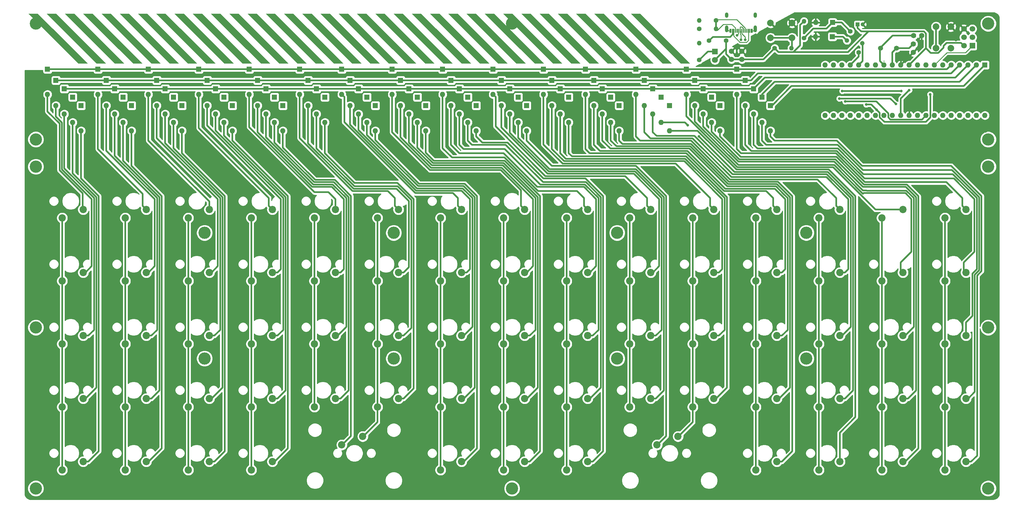
<source format=gbr>
G04 #@! TF.GenerationSoftware,KiCad,Pcbnew,(5.1.6)-1*
G04 #@! TF.CreationDate,2021-02-01T10:29:45-05:00*
G04 #@! TF.ProjectId,keyboard,6b657962-6f61-4726-942e-6b696361645f,rev?*
G04 #@! TF.SameCoordinates,Original*
G04 #@! TF.FileFunction,Copper,L1,Top*
G04 #@! TF.FilePolarity,Positive*
%FSLAX46Y46*%
G04 Gerber Fmt 4.6, Leading zero omitted, Abs format (unit mm)*
G04 Created by KiCad (PCBNEW (5.1.6)-1) date 2021-02-01 10:29:45*
%MOMM*%
%LPD*%
G01*
G04 APERTURE LIST*
G04 #@! TA.AperFunction,NonConductor*
%ADD10C,0.100000*%
G04 #@! TD*
G04 #@! TA.AperFunction,ComponentPad*
%ADD11C,1.700000*%
G04 #@! TD*
G04 #@! TA.AperFunction,ComponentPad*
%ADD12R,1.700000X1.700000*%
G04 #@! TD*
G04 #@! TA.AperFunction,ComponentPad*
%ADD13C,2.000000*%
G04 #@! TD*
G04 #@! TA.AperFunction,ComponentPad*
%ADD14C,3.700000*%
G04 #@! TD*
G04 #@! TA.AperFunction,SMDPad,CuDef*
%ADD15R,0.300000X1.150000*%
G04 #@! TD*
G04 #@! TA.AperFunction,ComponentPad*
%ADD16O,1.000000X1.600000*%
G04 #@! TD*
G04 #@! TA.AperFunction,ComponentPad*
%ADD17O,1.000000X2.100000*%
G04 #@! TD*
G04 #@! TA.AperFunction,ComponentPad*
%ADD18C,2.200000*%
G04 #@! TD*
G04 #@! TA.AperFunction,ComponentPad*
%ADD19C,1.600000*%
G04 #@! TD*
G04 #@! TA.AperFunction,ComponentPad*
%ADD20R,1.600000X1.600000*%
G04 #@! TD*
G04 #@! TA.AperFunction,ComponentPad*
%ADD21O,1.600000X1.600000*%
G04 #@! TD*
G04 #@! TA.AperFunction,ComponentPad*
%ADD22C,1.400000*%
G04 #@! TD*
G04 #@! TA.AperFunction,ComponentPad*
%ADD23O,1.400000X1.400000*%
G04 #@! TD*
G04 #@! TA.AperFunction,ComponentPad*
%ADD24C,1.500000*%
G04 #@! TD*
G04 #@! TA.AperFunction,ComponentPad*
%ADD25C,1.200000*%
G04 #@! TD*
G04 #@! TA.AperFunction,ComponentPad*
%ADD26R,1.200000X1.200000*%
G04 #@! TD*
G04 #@! TA.AperFunction,ComponentPad*
%ADD27R,1.800000X1.800000*%
G04 #@! TD*
G04 #@! TA.AperFunction,ComponentPad*
%ADD28C,1.800000*%
G04 #@! TD*
G04 #@! TA.AperFunction,ViaPad*
%ADD29C,0.800000*%
G04 #@! TD*
G04 #@! TA.AperFunction,Conductor*
%ADD30C,0.250000*%
G04 #@! TD*
G04 #@! TA.AperFunction,Conductor*
%ADD31C,0.500000*%
G04 #@! TD*
G04 #@! TA.AperFunction,Conductor*
%ADD32C,0.254000*%
G04 #@! TD*
G04 APERTURE END LIST*
D10*
G36*
X169799324Y-36315200D02*
G01*
X167049324Y-36315200D01*
X152049324Y-21315200D01*
X154799324Y-21315200D01*
X169799324Y-36315200D01*
G37*
X169799324Y-36315200D02*
X167049324Y-36315200D01*
X152049324Y-21315200D01*
X154799324Y-21315200D01*
X169799324Y-36315200D01*
G36*
X213920532Y-36315200D02*
G01*
X211170532Y-36315200D01*
X196170532Y-21315200D01*
X198920532Y-21315200D01*
X213920532Y-36315200D01*
G37*
X213920532Y-36315200D02*
X211170532Y-36315200D01*
X196170532Y-21315200D01*
X198920532Y-21315200D01*
X213920532Y-36315200D01*
G36*
X208405381Y-36315200D02*
G01*
X205655381Y-36315200D01*
X190655381Y-21315200D01*
X193405381Y-21315200D01*
X208405381Y-36315200D01*
G37*
X208405381Y-36315200D02*
X205655381Y-36315200D01*
X190655381Y-21315200D01*
X193405381Y-21315200D01*
X208405381Y-36315200D01*
G36*
X202890230Y-36315200D02*
G01*
X200140230Y-36315200D01*
X185140230Y-21315200D01*
X187890230Y-21315200D01*
X202890230Y-36315200D01*
G37*
X202890230Y-36315200D02*
X200140230Y-36315200D01*
X185140230Y-21315200D01*
X187890230Y-21315200D01*
X202890230Y-36315200D01*
G36*
X197375079Y-36315200D02*
G01*
X194625079Y-36315200D01*
X179625079Y-21315200D01*
X182375079Y-21315200D01*
X197375079Y-36315200D01*
G37*
X197375079Y-36315200D02*
X194625079Y-36315200D01*
X179625079Y-21315200D01*
X182375079Y-21315200D01*
X197375079Y-36315200D01*
G36*
X191859928Y-36315200D02*
G01*
X189109928Y-36315200D01*
X174109928Y-21315200D01*
X176859928Y-21315200D01*
X191859928Y-36315200D01*
G37*
X191859928Y-36315200D02*
X189109928Y-36315200D01*
X174109928Y-21315200D01*
X176859928Y-21315200D01*
X191859928Y-36315200D01*
G36*
X186344777Y-36315200D02*
G01*
X183594777Y-36315200D01*
X168594777Y-21315200D01*
X171344777Y-21315200D01*
X186344777Y-36315200D01*
G37*
X186344777Y-36315200D02*
X183594777Y-36315200D01*
X168594777Y-21315200D01*
X171344777Y-21315200D01*
X186344777Y-36315200D01*
G36*
X180829626Y-36315200D02*
G01*
X178079626Y-36315200D01*
X163079626Y-21315200D01*
X165829626Y-21315200D01*
X180829626Y-36315200D01*
G37*
X180829626Y-36315200D02*
X178079626Y-36315200D01*
X163079626Y-21315200D01*
X165829626Y-21315200D01*
X180829626Y-36315200D01*
G36*
X175314475Y-36315200D02*
G01*
X172564475Y-36315200D01*
X157564475Y-21315200D01*
X160314475Y-21315200D01*
X175314475Y-36315200D01*
G37*
X175314475Y-36315200D02*
X172564475Y-36315200D01*
X157564475Y-21315200D01*
X160314475Y-21315200D01*
X175314475Y-36315200D01*
G36*
X164284173Y-36315200D02*
G01*
X161534173Y-36315200D01*
X146534173Y-21315200D01*
X149284173Y-21315200D01*
X164284173Y-36315200D01*
G37*
X164284173Y-36315200D02*
X161534173Y-36315200D01*
X146534173Y-21315200D01*
X149284173Y-21315200D01*
X164284173Y-36315200D01*
G36*
X158769022Y-36315200D02*
G01*
X156019022Y-36315200D01*
X141019022Y-21315200D01*
X143769022Y-21315200D01*
X158769022Y-36315200D01*
G37*
X158769022Y-36315200D02*
X156019022Y-36315200D01*
X141019022Y-21315200D01*
X143769022Y-21315200D01*
X158769022Y-36315200D01*
G36*
X153253871Y-36315200D02*
G01*
X150503871Y-36315200D01*
X135503871Y-21315200D01*
X138253871Y-21315200D01*
X153253871Y-36315200D01*
G37*
X153253871Y-36315200D02*
X150503871Y-36315200D01*
X135503871Y-21315200D01*
X138253871Y-21315200D01*
X153253871Y-36315200D01*
G36*
X147738720Y-36315200D02*
G01*
X144988720Y-36315200D01*
X129988720Y-21315200D01*
X132738720Y-21315200D01*
X147738720Y-36315200D01*
G37*
X147738720Y-36315200D02*
X144988720Y-36315200D01*
X129988720Y-21315200D01*
X132738720Y-21315200D01*
X147738720Y-36315200D01*
G36*
X142223569Y-36315200D02*
G01*
X139473569Y-36315200D01*
X124473569Y-21315200D01*
X127223569Y-21315200D01*
X142223569Y-36315200D01*
G37*
X142223569Y-36315200D02*
X139473569Y-36315200D01*
X124473569Y-21315200D01*
X127223569Y-21315200D01*
X142223569Y-36315200D01*
G36*
X136708418Y-36315200D02*
G01*
X133958418Y-36315200D01*
X118958418Y-21315200D01*
X121708418Y-21315200D01*
X136708418Y-36315200D01*
G37*
X136708418Y-36315200D02*
X133958418Y-36315200D01*
X118958418Y-21315200D01*
X121708418Y-21315200D01*
X136708418Y-36315200D01*
G36*
X120162965Y-36315200D02*
G01*
X117412965Y-36315200D01*
X102412965Y-21315200D01*
X105162965Y-21315200D01*
X120162965Y-36315200D01*
G37*
X120162965Y-36315200D02*
X117412965Y-36315200D01*
X102412965Y-21315200D01*
X105162965Y-21315200D01*
X120162965Y-36315200D01*
G36*
X131193267Y-36315200D02*
G01*
X128443267Y-36315200D01*
X113443267Y-21315200D01*
X116193267Y-21315200D01*
X131193267Y-36315200D01*
G37*
X131193267Y-36315200D02*
X128443267Y-36315200D01*
X113443267Y-21315200D01*
X116193267Y-21315200D01*
X131193267Y-36315200D01*
G36*
X125678116Y-36315200D02*
G01*
X122928116Y-36315200D01*
X107928116Y-21315200D01*
X110678116Y-21315200D01*
X125678116Y-36315200D01*
G37*
X125678116Y-36315200D02*
X122928116Y-36315200D01*
X107928116Y-21315200D01*
X110678116Y-21315200D01*
X125678116Y-36315200D01*
G36*
X114647814Y-36315200D02*
G01*
X111897814Y-36315200D01*
X96897814Y-21315200D01*
X99647814Y-21315200D01*
X114647814Y-36315200D01*
G37*
X114647814Y-36315200D02*
X111897814Y-36315200D01*
X96897814Y-21315200D01*
X99647814Y-21315200D01*
X114647814Y-36315200D01*
G36*
X109132663Y-36315200D02*
G01*
X106382663Y-36315200D01*
X91382663Y-21315200D01*
X94132663Y-21315200D01*
X109132663Y-36315200D01*
G37*
X109132663Y-36315200D02*
X106382663Y-36315200D01*
X91382663Y-21315200D01*
X94132663Y-21315200D01*
X109132663Y-36315200D01*
G36*
X103617512Y-36315200D02*
G01*
X100867512Y-36315200D01*
X85867512Y-21315200D01*
X88617512Y-21315200D01*
X103617512Y-36315200D01*
G37*
X103617512Y-36315200D02*
X100867512Y-36315200D01*
X85867512Y-21315200D01*
X88617512Y-21315200D01*
X103617512Y-36315200D01*
G36*
X98102361Y-36315200D02*
G01*
X95352361Y-36315200D01*
X80352361Y-21315200D01*
X83102361Y-21315200D01*
X98102361Y-36315200D01*
G37*
X98102361Y-36315200D02*
X95352361Y-36315200D01*
X80352361Y-21315200D01*
X83102361Y-21315200D01*
X98102361Y-36315200D01*
G36*
X92587210Y-36315200D02*
G01*
X89837210Y-36315200D01*
X74837210Y-21315200D01*
X77587210Y-21315200D01*
X92587210Y-36315200D01*
G37*
X92587210Y-36315200D02*
X89837210Y-36315200D01*
X74837210Y-21315200D01*
X77587210Y-21315200D01*
X92587210Y-36315200D01*
G36*
X87072059Y-36315200D02*
G01*
X84322059Y-36315200D01*
X69322059Y-21315200D01*
X72072059Y-21315200D01*
X87072059Y-36315200D01*
G37*
X87072059Y-36315200D02*
X84322059Y-36315200D01*
X69322059Y-21315200D01*
X72072059Y-21315200D01*
X87072059Y-36315200D01*
G36*
X81556908Y-36315200D02*
G01*
X78806908Y-36315200D01*
X63806908Y-21315200D01*
X66556908Y-21315200D01*
X81556908Y-36315200D01*
G37*
X81556908Y-36315200D02*
X78806908Y-36315200D01*
X63806908Y-21315200D01*
X66556908Y-21315200D01*
X81556908Y-36315200D01*
G36*
X76041757Y-36315200D02*
G01*
X73291757Y-36315200D01*
X58291757Y-21315200D01*
X61041757Y-21315200D01*
X76041757Y-36315200D01*
G37*
X76041757Y-36315200D02*
X73291757Y-36315200D01*
X58291757Y-21315200D01*
X61041757Y-21315200D01*
X76041757Y-36315200D01*
G36*
X70526606Y-36315200D02*
G01*
X67776606Y-36315200D01*
X52776606Y-21315200D01*
X55526606Y-21315200D01*
X70526606Y-36315200D01*
G37*
X70526606Y-36315200D02*
X67776606Y-36315200D01*
X52776606Y-21315200D01*
X55526606Y-21315200D01*
X70526606Y-36315200D01*
G36*
X65011455Y-36315200D02*
G01*
X62261455Y-36315200D01*
X47261455Y-21315200D01*
X50011455Y-21315200D01*
X65011455Y-36315200D01*
G37*
X65011455Y-36315200D02*
X62261455Y-36315200D01*
X47261455Y-21315200D01*
X50011455Y-21315200D01*
X65011455Y-36315200D01*
G36*
X59496304Y-36315200D02*
G01*
X56746304Y-36315200D01*
X41746304Y-21315200D01*
X44496304Y-21315200D01*
X59496304Y-36315200D01*
G37*
X59496304Y-36315200D02*
X56746304Y-36315200D01*
X41746304Y-21315200D01*
X44496304Y-21315200D01*
X59496304Y-36315200D01*
G36*
X53981153Y-36315200D02*
G01*
X51231153Y-36315200D01*
X36231153Y-21315200D01*
X38981153Y-21315200D01*
X53981153Y-36315200D01*
G37*
X53981153Y-36315200D02*
X51231153Y-36315200D01*
X36231153Y-21315200D01*
X38981153Y-21315200D01*
X53981153Y-36315200D01*
G36*
X48466002Y-36315200D02*
G01*
X45716002Y-36315200D01*
X30716002Y-21315200D01*
X33466002Y-21315200D01*
X48466002Y-36315200D01*
G37*
X48466002Y-36315200D02*
X45716002Y-36315200D01*
X30716002Y-21315200D01*
X33466002Y-21315200D01*
X48466002Y-36315200D01*
G36*
X42950851Y-36315200D02*
G01*
X40200851Y-36315200D01*
X25200851Y-21315200D01*
X27950851Y-21315200D01*
X42950851Y-36315200D01*
G37*
X42950851Y-36315200D02*
X40200851Y-36315200D01*
X25200851Y-21315200D01*
X27950851Y-21315200D01*
X42950851Y-36315200D01*
G36*
X37435700Y-36315200D02*
G01*
X34685700Y-36315200D01*
X19685700Y-21315200D01*
X22435700Y-21315200D01*
X37435700Y-36315200D01*
G37*
X37435700Y-36315200D02*
X34685700Y-36315200D01*
X19685700Y-21315200D01*
X22435700Y-21315200D01*
X37435700Y-36315200D01*
G36*
X219435683Y-36315200D02*
G01*
X216685683Y-36315200D01*
X201685683Y-21315200D01*
X204435683Y-21315200D01*
X219435683Y-36315200D01*
G37*
X219435683Y-36315200D02*
X216685683Y-36315200D01*
X201685683Y-21315200D01*
X204435683Y-21315200D01*
X219435683Y-36315200D01*
D11*
X302265700Y-25925200D03*
X304805700Y-25925200D03*
X302265700Y-28465200D03*
X304805700Y-28465200D03*
X302265700Y-31005200D03*
D12*
X304805700Y-31005200D03*
D13*
X293835700Y-25265200D03*
X298335700Y-25265200D03*
X293835700Y-31765200D03*
X298335700Y-31765200D03*
D14*
X254634999Y-125565200D03*
X254634999Y-87565200D03*
X72834999Y-125565200D03*
X72834999Y-87570000D03*
X197484999Y-125570000D03*
X197484999Y-87570000D03*
X129984999Y-125565200D03*
X129984999Y-87570000D03*
X165734999Y-164820000D03*
X165735000Y-24315200D03*
X309610000Y-116197600D03*
X21860000Y-116192600D03*
D15*
X231585700Y-26485200D03*
X232385700Y-26485200D03*
X237185700Y-26485200D03*
X237985700Y-26485200D03*
X238285700Y-26485200D03*
X237485700Y-26485200D03*
X236685700Y-26485200D03*
X236185700Y-26485200D03*
X235685700Y-26485200D03*
X235185700Y-26485200D03*
X234685700Y-26485200D03*
X234185700Y-26485200D03*
X233685700Y-26485200D03*
X233185700Y-26485200D03*
X232685700Y-26485200D03*
X231885700Y-26485200D03*
D16*
X230615700Y-21740200D03*
X239255700Y-21740200D03*
D17*
X230615700Y-25920200D03*
X239255700Y-25920200D03*
D14*
X309610000Y-67565200D03*
X21860000Y-67565200D03*
X21860000Y-59320000D03*
X309610000Y-59330000D03*
X309610000Y-24330000D03*
X309610000Y-164830000D03*
X21860000Y-164820000D03*
X21860000Y-24320000D03*
D18*
X150495000Y-80518000D03*
X144145000Y-83058000D03*
X207645000Y-99568000D03*
X201295000Y-102108000D03*
X163195000Y-83058000D03*
X169545000Y-80518000D03*
X67945000Y-140208000D03*
X74295000Y-137668000D03*
X55245000Y-137668000D03*
X48895000Y-140208000D03*
X67945000Y-102108000D03*
X74295000Y-99568000D03*
X48895000Y-159258000D03*
X55245000Y-156718000D03*
X106045000Y-140208000D03*
X112395000Y-137668000D03*
X264795000Y-118618000D03*
X258445000Y-121158000D03*
X220345000Y-140208000D03*
X226695000Y-137668000D03*
X182245000Y-102108000D03*
X188595000Y-99568000D03*
X226695000Y-118618000D03*
X220345000Y-121158000D03*
X239395000Y-121158000D03*
X245745000Y-118618000D03*
X207645000Y-137668000D03*
X201295000Y-140208000D03*
X264795000Y-99568000D03*
X258445000Y-102108000D03*
X277495000Y-102108000D03*
X283845000Y-99568000D03*
X188595000Y-137668000D03*
X182245000Y-140208000D03*
X188595000Y-118618000D03*
X182245000Y-121158000D03*
X55245000Y-99568000D03*
X48895000Y-102108000D03*
X106045000Y-102108000D03*
X112395000Y-99568000D03*
X67945000Y-121158000D03*
X74295000Y-118618000D03*
X277495000Y-121158000D03*
X283845000Y-118618000D03*
X264795000Y-156718000D03*
X258445000Y-159258000D03*
X296545000Y-121158000D03*
X302895000Y-118618000D03*
X302895000Y-156718000D03*
X296545000Y-159258000D03*
X302895000Y-99568000D03*
X296545000Y-102108000D03*
X296545000Y-140208000D03*
X302895000Y-137668000D03*
X277495000Y-159258000D03*
X283845000Y-156718000D03*
X29845000Y-140208000D03*
X36195000Y-137668000D03*
X283845000Y-137668000D03*
X277495000Y-140208000D03*
X209550000Y-151640000D03*
X215900000Y-149100000D03*
X29845000Y-102108000D03*
X36195000Y-99568000D03*
X120650000Y-149100000D03*
X114300000Y-151640000D03*
X226695000Y-99568000D03*
X220345000Y-102108000D03*
X131445000Y-99568000D03*
X125095000Y-102108000D03*
X29845000Y-83058000D03*
X36195000Y-80518000D03*
X131445000Y-118618000D03*
X125095000Y-121158000D03*
X112395000Y-118618000D03*
X106045000Y-121158000D03*
X86995000Y-159258000D03*
X93345000Y-156718000D03*
X144145000Y-140208000D03*
X150495000Y-137668000D03*
X188595000Y-80518000D03*
X182245000Y-83058000D03*
X239395000Y-159258000D03*
X245745000Y-156718000D03*
X201295000Y-121158000D03*
X207645000Y-118618000D03*
X150495000Y-118618000D03*
X144145000Y-121158000D03*
X239395000Y-102108000D03*
X245745000Y-99568000D03*
X55245000Y-118618000D03*
X48895000Y-121158000D03*
X67945000Y-159258000D03*
X74295000Y-156718000D03*
X302895000Y-80518000D03*
X296545000Y-83058000D03*
X169545000Y-99568000D03*
X163195000Y-102108000D03*
X93345000Y-137668000D03*
X86995000Y-140208000D03*
X48895000Y-83058000D03*
X55245000Y-80518000D03*
X125095000Y-83058000D03*
X131445000Y-80518000D03*
X264795000Y-80518000D03*
X258445000Y-83058000D03*
X163195000Y-159258000D03*
X169545000Y-156718000D03*
X169545000Y-137668000D03*
X163195000Y-140208000D03*
X29845000Y-121158000D03*
X36195000Y-118618000D03*
X144145000Y-102108000D03*
X150495000Y-99568000D03*
X245745000Y-137668000D03*
X239395000Y-140208000D03*
X36195000Y-156718000D03*
X29845000Y-159258000D03*
X93345000Y-118618000D03*
X86995000Y-121158000D03*
X163195000Y-121158000D03*
X169545000Y-118618000D03*
X258445000Y-140208000D03*
X264795000Y-137668000D03*
X131445000Y-137668000D03*
X125095000Y-140208000D03*
X112395000Y-80518000D03*
X106045000Y-83058000D03*
X207645000Y-80518000D03*
X201295000Y-83058000D03*
X277495000Y-83058000D03*
X283845000Y-80518000D03*
X86995000Y-83058000D03*
X93345000Y-80518000D03*
X226695000Y-80518000D03*
X220345000Y-83058000D03*
X239395000Y-83058000D03*
X245745000Y-80518000D03*
X150495000Y-156718000D03*
X144145000Y-159258000D03*
X188595000Y-156718000D03*
X182245000Y-159258000D03*
X74295000Y-80518000D03*
X67945000Y-83058000D03*
X86995000Y-102108000D03*
X93345000Y-99568000D03*
D19*
X235191201Y-32650399D03*
X235191201Y-35150399D03*
X232041201Y-35150399D03*
X232041201Y-32650399D03*
X289560000Y-27940000D03*
X287060000Y-27940000D03*
X287020000Y-30480000D03*
X287020000Y-32980000D03*
D20*
X25400000Y-38100000D03*
D21*
X25400000Y-45720000D03*
X27940000Y-49098200D03*
D20*
X27940000Y-41478200D03*
X30480000Y-44018200D03*
D21*
X30480000Y-51638200D03*
D20*
X33020000Y-46558200D03*
D21*
X33020000Y-54178200D03*
D20*
X35560000Y-49098200D03*
D21*
X35560000Y-56718200D03*
X40640000Y-45720000D03*
D20*
X40640000Y-38100000D03*
D21*
X43180000Y-49098200D03*
D20*
X43180000Y-41478200D03*
X45720000Y-44018200D03*
D21*
X45720000Y-51638200D03*
X48260000Y-54178200D03*
D20*
X48260000Y-46558200D03*
X50800000Y-49098200D03*
D21*
X50800000Y-56718200D03*
X55880000Y-45720000D03*
D20*
X55880000Y-38100000D03*
X58420000Y-41478200D03*
D21*
X58420000Y-49098200D03*
X60960000Y-51638200D03*
D20*
X60960000Y-44018200D03*
X63500000Y-46558200D03*
D21*
X63500000Y-54178200D03*
X66040000Y-56718200D03*
D20*
X66040000Y-49098200D03*
X71120000Y-38100000D03*
D21*
X71120000Y-45720000D03*
X73660000Y-49098200D03*
D20*
X73660000Y-41478200D03*
X76200000Y-44018200D03*
D21*
X76200000Y-51638200D03*
X78740000Y-54178200D03*
D20*
X78740000Y-46558200D03*
X81280000Y-49098200D03*
D21*
X81280000Y-56718200D03*
D20*
X86360000Y-38100000D03*
D21*
X86360000Y-45720000D03*
D20*
X88900000Y-41478200D03*
D21*
X88900000Y-49098200D03*
X91440000Y-51638200D03*
D20*
X91440000Y-44018200D03*
X93980000Y-46558200D03*
D21*
X93980000Y-54178200D03*
X101600000Y-45720000D03*
D20*
X101600000Y-38100000D03*
X104140000Y-41478200D03*
D21*
X104140000Y-49098200D03*
D20*
X106680000Y-44018200D03*
D21*
X106680000Y-51638200D03*
X109220000Y-54178200D03*
D20*
X109220000Y-46558200D03*
D21*
X96520000Y-56718200D03*
D20*
X96520000Y-49098200D03*
X114300000Y-38100000D03*
D21*
X114300000Y-45720000D03*
X116840000Y-49098200D03*
D20*
X116840000Y-41478200D03*
D21*
X119380000Y-51638200D03*
D20*
X119380000Y-44018200D03*
X121920000Y-46558200D03*
D21*
X121920000Y-54178200D03*
D20*
X124460000Y-49098200D03*
D21*
X124460000Y-56718200D03*
X129540000Y-45720000D03*
D20*
X129540000Y-38100000D03*
X132080000Y-41478200D03*
D21*
X132080000Y-49098200D03*
D20*
X134620000Y-44018200D03*
D21*
X134620000Y-51638200D03*
X137160000Y-54178200D03*
D20*
X137160000Y-46558200D03*
D21*
X139700000Y-56718200D03*
D20*
X139700000Y-49098200D03*
X144780000Y-38100000D03*
D21*
X144780000Y-45720000D03*
X147320000Y-49098200D03*
D20*
X147320000Y-41478200D03*
D21*
X149860000Y-51638200D03*
D20*
X149860000Y-44018200D03*
X152400000Y-46558200D03*
D21*
X152400000Y-54178200D03*
D20*
X154940000Y-49098200D03*
D21*
X154940000Y-56718200D03*
D20*
X160020000Y-38100000D03*
D21*
X160020000Y-45720000D03*
X162560000Y-49098200D03*
D20*
X162560000Y-41478200D03*
D21*
X165100000Y-51638200D03*
D20*
X165100000Y-44018200D03*
X167640000Y-46558200D03*
D21*
X167640000Y-54178200D03*
D20*
X175260000Y-38100000D03*
D21*
X175260000Y-45720000D03*
X177800000Y-49098200D03*
D20*
X177800000Y-41478200D03*
X180340000Y-44018200D03*
D21*
X180340000Y-51638200D03*
X182880000Y-54178200D03*
D20*
X182880000Y-46558200D03*
X170180000Y-49098200D03*
D21*
X170180000Y-56718200D03*
X187960000Y-45720000D03*
D20*
X187960000Y-38100000D03*
X190500000Y-41478200D03*
D21*
X190500000Y-49098200D03*
X193040000Y-51638200D03*
D20*
X193040000Y-44018200D03*
X195580000Y-46558200D03*
D21*
X195580000Y-54178200D03*
D20*
X198120000Y-49098200D03*
D21*
X198120000Y-56718200D03*
D20*
X203200000Y-38100000D03*
D21*
X203200000Y-45720000D03*
X205740000Y-49098200D03*
D20*
X205740000Y-41478200D03*
X208280000Y-44018200D03*
D21*
X208280000Y-51638200D03*
X210820000Y-54178200D03*
D20*
X210820000Y-46558200D03*
D21*
X213360000Y-56718200D03*
D20*
X213360000Y-49098200D03*
D21*
X218440000Y-45720000D03*
D20*
X218440000Y-38100000D03*
X220980000Y-41478200D03*
D21*
X220980000Y-49098200D03*
X223520000Y-51638200D03*
D20*
X223520000Y-44018200D03*
X226060000Y-46558200D03*
D21*
X226060000Y-54178200D03*
D20*
X228600000Y-49098200D03*
D21*
X228600000Y-56718200D03*
D20*
X233680000Y-38100000D03*
D21*
X233680000Y-45720000D03*
X236220000Y-49098200D03*
D20*
X236220000Y-41478200D03*
X238760000Y-44018200D03*
D21*
X238760000Y-51638200D03*
X241300000Y-54178200D03*
D20*
X241300000Y-46558200D03*
D21*
X243840000Y-56718200D03*
D20*
X243840000Y-49098200D03*
D22*
X222270000Y-25920000D03*
D23*
X227350000Y-25920000D03*
X222270000Y-23380000D03*
D22*
X227350000Y-23380000D03*
X245110000Y-31750000D03*
D23*
X250190000Y-31750000D03*
D22*
X267970000Y-26670000D03*
G04 #@! TA.AperFunction,ComponentPad*
G36*
G01*
X271067127Y-29767127D02*
X271067127Y-29767127D01*
G75*
G02*
X272057077Y-29767127I494975J-494975D01*
G01*
X272057077Y-29767127D01*
G75*
G02*
X272057077Y-30757077I-494975J-494975D01*
G01*
X272057077Y-30757077D01*
G75*
G02*
X271067127Y-30757077I-494975J494975D01*
G01*
X271067127Y-30757077D01*
G75*
G02*
X271067127Y-29767127I494975J494975D01*
G01*
G37*
G04 #@! TD.AperFunction*
G04 #@! TA.AperFunction,ComponentPad*
G36*
G01*
X267412873Y-29922873D02*
X267412873Y-29922873D01*
G75*
G02*
X266422923Y-29922873I-494975J494975D01*
G01*
X266422923Y-29922873D01*
G75*
G02*
X266422923Y-28932923I494975J494975D01*
G01*
X266422923Y-28932923D01*
G75*
G02*
X267412873Y-28932923I494975J-494975D01*
G01*
X267412873Y-28932923D01*
G75*
G02*
X267412873Y-29922873I-494975J-494975D01*
G01*
G37*
G04 #@! TD.AperFunction*
X270510000Y-33020000D03*
D13*
X243840000Y-28640000D03*
X243840000Y-24140000D03*
X250340000Y-28640000D03*
X250340000Y-24140000D03*
D20*
X308610000Y-36830000D03*
D21*
X260350000Y-52070000D03*
X306070000Y-36830000D03*
X262890000Y-52070000D03*
X303530000Y-36830000D03*
X265430000Y-52070000D03*
X300990000Y-36830000D03*
X267970000Y-52070000D03*
X298450000Y-36830000D03*
X270510000Y-52070000D03*
X295910000Y-36830000D03*
X273050000Y-52070000D03*
X293370000Y-36830000D03*
X275590000Y-52070000D03*
X290830000Y-36830000D03*
X278130000Y-52070000D03*
X288290000Y-36830000D03*
X280670000Y-52070000D03*
X285750000Y-36830000D03*
X283210000Y-52070000D03*
X283210000Y-36830000D03*
X285750000Y-52070000D03*
X280670000Y-36830000D03*
X288290000Y-52070000D03*
X278130000Y-36830000D03*
X290830000Y-52070000D03*
X275590000Y-36830000D03*
X293370000Y-52070000D03*
X273050000Y-36830000D03*
X295910000Y-52070000D03*
X270510000Y-36830000D03*
X298450000Y-52070000D03*
X267970000Y-36830000D03*
X300990000Y-52070000D03*
X265430000Y-36830000D03*
X303530000Y-52070000D03*
X262890000Y-36830000D03*
X306070000Y-52070000D03*
X260350000Y-36830000D03*
X308610000Y-52070000D03*
D24*
X281940000Y-31750000D03*
X277060000Y-31750000D03*
D25*
X271670000Y-24520000D03*
D26*
X270170000Y-24520000D03*
D21*
X257500000Y-24000000D03*
D20*
X262580000Y-24000000D03*
X262520000Y-28240000D03*
D21*
X257440000Y-28240000D03*
D27*
X227040000Y-32740000D03*
D28*
X227040000Y-35280000D03*
D22*
X230390000Y-29480000D03*
X225290000Y-29480000D03*
X222310000Y-35310000D03*
D23*
X222310000Y-30230000D03*
D22*
X253935700Y-28665200D03*
D23*
X253935700Y-23585200D03*
D29*
X279500000Y-57100000D03*
X291450000Y-56990000D03*
X308850000Y-56880000D03*
X302170000Y-48980000D03*
X309660000Y-49080000D03*
X309590000Y-32560000D03*
X301235700Y-34365200D03*
X246210000Y-35610000D03*
X256930000Y-46430000D03*
X250610000Y-50190000D03*
X305900000Y-160590000D03*
X286850000Y-160170000D03*
X207850000Y-162340000D03*
X218730000Y-162280000D03*
X114000000Y-162250000D03*
X123740000Y-162050000D03*
X39380000Y-159780000D03*
X58630000Y-160410000D03*
X112750000Y-54240000D03*
X116670000Y-62970000D03*
X299835700Y-29265200D03*
X99735700Y-59865200D03*
X142435700Y-58865200D03*
X159935700Y-58565200D03*
X173035700Y-58365200D03*
X185835700Y-58165200D03*
X201135700Y-57665200D03*
X231935700Y-57365200D03*
X285750000Y-44450000D03*
X222250000Y-58420000D03*
X218830000Y-55040000D03*
X266430000Y-47850000D03*
X234950000Y-29210000D03*
X233685700Y-27815200D03*
X236220000Y-29210000D03*
X265500000Y-44690000D03*
X283340000Y-44680000D03*
X281690000Y-48640000D03*
X264640000Y-46980000D03*
X292080000Y-45740000D03*
X275900000Y-50360000D03*
X272750000Y-48770000D03*
D30*
X278130000Y-35560000D02*
X278130000Y-35704999D01*
X238300000Y-26955000D02*
X238300000Y-26530000D01*
D31*
X238100001Y-26688518D02*
X238100001Y-26530000D01*
X287020000Y-33020000D02*
X287020000Y-32980000D01*
X283210000Y-36830000D02*
X287020000Y-33020000D01*
X289560000Y-30440000D02*
X289560000Y-27940000D01*
X287020000Y-32980000D02*
X289560000Y-30440000D01*
D30*
X238690700Y-26485200D02*
X239255700Y-25920200D01*
X237985700Y-26485200D02*
X238690700Y-26485200D01*
X231885700Y-26485200D02*
X231585700Y-26485200D01*
X231180700Y-26485200D02*
X230615700Y-25920200D01*
X231585700Y-26485200D02*
X231180700Y-26485200D01*
D31*
X290810001Y-31769999D02*
X285750000Y-36830000D01*
X290160001Y-26689999D02*
X290810001Y-27339999D01*
X267222201Y-32900001D02*
X273432203Y-26689999D01*
X245110000Y-31750000D02*
X246260001Y-32900001D01*
X283210000Y-52070000D02*
X283210000Y-46990000D01*
X283210000Y-46990000D02*
X285750000Y-44450000D01*
X241709601Y-35150399D02*
X245110000Y-31750000D01*
X238341201Y-35150399D02*
X241709601Y-35150399D01*
X230390000Y-31930000D02*
X227040000Y-35280000D01*
X230390000Y-29480000D02*
X230390000Y-31930000D01*
X270170000Y-25620000D02*
X271239999Y-26689999D01*
X273432203Y-26689999D02*
X274520001Y-26689999D01*
X271239999Y-26689999D02*
X274520001Y-26689999D01*
X270170000Y-24520000D02*
X270170000Y-25620000D01*
X274520001Y-26689999D02*
X290160001Y-26689999D01*
X230390000Y-33499198D02*
X232041201Y-35150399D01*
X230390000Y-31930000D02*
X230390000Y-33499198D01*
X238341201Y-35150399D02*
X232041201Y-35150399D01*
X252785699Y-30884803D02*
X250770501Y-32900001D01*
X253935700Y-23585200D02*
X252785699Y-24735201D01*
X252785699Y-24735201D02*
X252785699Y-30884803D01*
X246260001Y-32900001D02*
X250770501Y-32900001D01*
X250770501Y-32900001D02*
X267222201Y-32900001D01*
X290810001Y-27339999D02*
X290810001Y-31769999D01*
X292255203Y-33215201D02*
X290810001Y-31769999D01*
X294531701Y-33215201D02*
X292255203Y-33215201D01*
X302265700Y-31005200D02*
X301415701Y-30155201D01*
X297045699Y-30155201D02*
X296135700Y-31065200D01*
X301415701Y-30155201D02*
X297045699Y-30155201D01*
X296135700Y-31065200D02*
X296135700Y-31611202D01*
X296135700Y-31611202D02*
X294531701Y-33215201D01*
X271660001Y-35679999D02*
X270510000Y-36830000D01*
X271660001Y-30360001D02*
X271660001Y-35679999D01*
X271562102Y-30262102D02*
X271660001Y-30360001D01*
X280670000Y-33020000D02*
X281940000Y-31750000D01*
X280670000Y-36830000D02*
X280670000Y-33020000D01*
X285750000Y-31750000D02*
X287020000Y-30480000D01*
X281940000Y-31750000D02*
X285750000Y-31750000D01*
X276940000Y-35640000D02*
X278130000Y-36830000D01*
X276940000Y-31750000D02*
X276940000Y-35640000D01*
X280750000Y-27940000D02*
X276940000Y-31750000D01*
X287060000Y-27940000D02*
X280750000Y-27940000D01*
D30*
X25400000Y-38100000D02*
X40640000Y-38100000D01*
X40640000Y-38100000D02*
X55880000Y-38100000D01*
X55880000Y-38100000D02*
X71120000Y-38100000D01*
X71120000Y-38100000D02*
X86360000Y-38100000D01*
X86360000Y-38100000D02*
X101600000Y-38100000D01*
X114300000Y-38100000D02*
X101600000Y-38100000D01*
X114300000Y-38100000D02*
X129540000Y-38100000D01*
X129540000Y-38100000D02*
X144780000Y-38100000D01*
X144780000Y-38100000D02*
X160020000Y-38100000D01*
X160020000Y-38100000D02*
X175260000Y-38100000D01*
X175260000Y-38100000D02*
X233680000Y-38100000D01*
D31*
X233680000Y-38100000D02*
X28908198Y-38100000D01*
X28908198Y-38100000D02*
X25400000Y-38100000D01*
X297180000Y-38100000D02*
X298450000Y-36830000D01*
X233680000Y-38100000D02*
X297180000Y-38100000D01*
X25400000Y-50864962D02*
X25400000Y-45720000D01*
X36195000Y-80518000D02*
X36046040Y-80369040D01*
X36046040Y-80369040D02*
X36046040Y-75625000D01*
X36046040Y-75625000D02*
X29079980Y-68658942D01*
X29079980Y-68658942D02*
X29079980Y-54544942D01*
X29079980Y-54544942D02*
X25400000Y-50864962D01*
X36849002Y-99568000D02*
X36195000Y-99568000D01*
X27940000Y-49098200D02*
X27940000Y-52415000D01*
X27940000Y-52415000D02*
X29779990Y-54254990D01*
X38765001Y-97652001D02*
X36849002Y-99568000D01*
X29779990Y-54254990D02*
X29779990Y-68368989D01*
X29779990Y-68368989D02*
X38765001Y-77353999D01*
X38765001Y-77353999D02*
X38765001Y-97652001D01*
X27940000Y-41478200D02*
X236220000Y-41478200D01*
X236220000Y-41478200D02*
X237921800Y-41478200D01*
X237921800Y-41478200D02*
X240030000Y-39370000D01*
X298450000Y-39370000D02*
X300990000Y-36830000D01*
X240030000Y-39370000D02*
X298450000Y-39370000D01*
X238760000Y-44018200D02*
X30480000Y-44018200D01*
X242138200Y-40640000D02*
X238760000Y-44018200D01*
X303530000Y-36830000D02*
X299720000Y-40640000D01*
X299720000Y-40640000D02*
X242138200Y-40640000D01*
X39465011Y-116903623D02*
X37750634Y-118618000D01*
X30480000Y-51638200D02*
X30480000Y-68079036D01*
X39465011Y-77064046D02*
X39465011Y-116903623D01*
X30480000Y-68079036D02*
X39465011Y-77064046D01*
X36195000Y-118618000D02*
X37750634Y-118618000D01*
X245110000Y-41910000D02*
X300990000Y-41910000D01*
X300990000Y-41910000D02*
X306070000Y-36830000D01*
X241300000Y-46558200D02*
X241300000Y-45720000D01*
X241300000Y-45720000D02*
X245110000Y-41910000D01*
X40165021Y-134351981D02*
X36849002Y-137668000D01*
X36849002Y-137668000D02*
X36195000Y-137668000D01*
X33020000Y-69629073D02*
X40165021Y-76774093D01*
X40165021Y-76774093D02*
X40165021Y-134351981D01*
X33020000Y-54178200D02*
X33020000Y-69629073D01*
X250190000Y-43180000D02*
X244271800Y-49098200D01*
X308610000Y-36830000D02*
X302260000Y-43180000D01*
X244271800Y-49098200D02*
X243840000Y-49098200D01*
X302260000Y-43180000D02*
X250190000Y-43180000D01*
X40865031Y-153603603D02*
X40865031Y-76425031D01*
X36195000Y-156718000D02*
X37750634Y-156718000D01*
X37750634Y-156718000D02*
X40865031Y-153603603D01*
X35560000Y-71120000D02*
X35560000Y-56718200D01*
X40865031Y-76425031D02*
X35560000Y-71120000D01*
X40640000Y-45720000D02*
X40640000Y-62230000D01*
X54145001Y-79418001D02*
X55245000Y-80518000D01*
X54145001Y-75735001D02*
X54145001Y-79418001D01*
X40640000Y-62230000D02*
X54145001Y-75735001D01*
X55899002Y-99568000D02*
X55245000Y-99568000D01*
X57815001Y-97652001D02*
X55899002Y-99568000D01*
X57815001Y-77353999D02*
X57815001Y-97652001D01*
X43180000Y-62718998D02*
X57815001Y-77353999D01*
X43180000Y-49098200D02*
X43180000Y-62718998D01*
X58515011Y-116903623D02*
X56800634Y-118618000D01*
X56800634Y-118618000D02*
X55245000Y-118618000D01*
X58515011Y-77064046D02*
X58515011Y-116903623D01*
X45720000Y-64269036D02*
X58515011Y-77064046D01*
X45720000Y-51638200D02*
X45720000Y-64269036D01*
X56800634Y-137668000D02*
X55245000Y-137668000D01*
X59215021Y-135253613D02*
X56800634Y-137668000D01*
X48260000Y-65819073D02*
X59215021Y-76774093D01*
X59215021Y-76774093D02*
X59215021Y-135253613D01*
X48260000Y-54178200D02*
X48260000Y-65819073D01*
X50800000Y-56718200D02*
X50800000Y-67310000D01*
X50800000Y-67310000D02*
X59690000Y-76200000D01*
X55899002Y-156718000D02*
X55245000Y-156718000D01*
X59915031Y-152701971D02*
X55899002Y-156718000D01*
X59690000Y-76259109D02*
X59915031Y-76484140D01*
X59915031Y-76484140D02*
X59915031Y-152701971D01*
X59690000Y-76200000D02*
X59690000Y-76259109D01*
X55880000Y-45720000D02*
X55880000Y-59690000D01*
X74264999Y-80487999D02*
X74295000Y-80518000D01*
X74264999Y-78074999D02*
X74264999Y-80487999D01*
X55880000Y-59690000D02*
X74264999Y-78074999D01*
X74949002Y-99568000D02*
X74295000Y-99568000D01*
X76865001Y-97652001D02*
X74949002Y-99568000D01*
X76865001Y-77353999D02*
X76865001Y-97652001D01*
X58420000Y-58908998D02*
X76865001Y-77353999D01*
X58420000Y-49098200D02*
X58420000Y-58908998D01*
X75850634Y-118618000D02*
X74295000Y-118618000D01*
X77565011Y-116903623D02*
X75850634Y-118618000D01*
X77565011Y-77064046D02*
X77565011Y-116903623D01*
X60960000Y-60459036D02*
X77565011Y-77064046D01*
X60960000Y-51638200D02*
X60960000Y-60459036D01*
X74949002Y-137668000D02*
X74295000Y-137668000D01*
X78265021Y-134351981D02*
X74949002Y-137668000D01*
X63500000Y-62009073D02*
X78265021Y-76774093D01*
X78265021Y-76774093D02*
X78265021Y-134351981D01*
X63500000Y-54178200D02*
X63500000Y-62009073D01*
X66040000Y-56718200D02*
X66040000Y-63500000D01*
X75850634Y-156718000D02*
X74295000Y-156718000D01*
X78965031Y-76425031D02*
X78965031Y-153603603D01*
X78965031Y-153603603D02*
X75850634Y-156718000D01*
X66040000Y-63500000D02*
X78965031Y-76425031D01*
X71120000Y-45720000D02*
X71120000Y-55880000D01*
X92245001Y-77005001D02*
X92245001Y-79418001D01*
X92245001Y-79418001D02*
X93345000Y-80518000D01*
X71120000Y-55880000D02*
X92245001Y-77005001D01*
X94900634Y-99568000D02*
X93345000Y-99568000D01*
X95915001Y-77353999D02*
X95915001Y-98553633D01*
X95915001Y-98553633D02*
X94900634Y-99568000D01*
X73660000Y-55098998D02*
X95915001Y-77353999D01*
X73660000Y-49098200D02*
X73660000Y-55098998D01*
X96615011Y-116903623D02*
X94900634Y-118618000D01*
X94900634Y-118618000D02*
X93345000Y-118618000D01*
X96615011Y-77064046D02*
X96615011Y-116903623D01*
X76200000Y-56649036D02*
X96615011Y-77064046D01*
X76200000Y-51638200D02*
X76200000Y-56649036D01*
X94900634Y-137668000D02*
X93345000Y-137668000D01*
X97315021Y-135253613D02*
X94900634Y-137668000D01*
X97315021Y-76774093D02*
X97315021Y-135253613D01*
X78740000Y-58199073D02*
X97315021Y-76774093D01*
X78740000Y-54178200D02*
X78740000Y-58199073D01*
X81280000Y-56718200D02*
X81280000Y-59690000D01*
X93999002Y-156718000D02*
X93345000Y-156718000D01*
X98015031Y-152701971D02*
X93999002Y-156718000D01*
X98015031Y-76425031D02*
X98015031Y-152701971D01*
X81280000Y-59690000D02*
X98015031Y-76425031D01*
X112364999Y-77353999D02*
X112364999Y-80487999D01*
X110291000Y-75280000D02*
X112364999Y-77353999D01*
X106040038Y-75280000D02*
X110291000Y-75280000D01*
X112364999Y-80487999D02*
X112395000Y-80518000D01*
X86360000Y-55599962D02*
X86360000Y-54090000D01*
X106040038Y-75280000D02*
X86360000Y-55599962D01*
X86360000Y-45720000D02*
X86360000Y-54090000D01*
X113950634Y-99568000D02*
X112395000Y-99568000D01*
X114965001Y-98553633D02*
X113950634Y-99568000D01*
X88900000Y-49098200D02*
X88900000Y-57150000D01*
X114965001Y-77353999D02*
X114965001Y-98553633D01*
X88900000Y-57150000D02*
X105410000Y-73660000D01*
X111271002Y-73660000D02*
X114965001Y-77353999D01*
X105410000Y-73660000D02*
X111271002Y-73660000D01*
X113049002Y-118618000D02*
X112395000Y-118618000D01*
X115665011Y-116001991D02*
X113049002Y-118618000D01*
X91440000Y-51638200D02*
X91440000Y-58700038D01*
X105699952Y-72959990D02*
X111560955Y-72959990D01*
X115665011Y-77064046D02*
X115665011Y-116001991D01*
X91440000Y-58700038D02*
X105699952Y-72959990D01*
X111560955Y-72959990D02*
X115665011Y-77064046D01*
X113950634Y-137668000D02*
X112395000Y-137668000D01*
X116365021Y-135253613D02*
X113950634Y-137668000D01*
X111850908Y-72259980D02*
X116365021Y-76774093D01*
X105989904Y-72259980D02*
X111850908Y-72259980D01*
X93980000Y-60250076D02*
X105989904Y-72259980D01*
X116365021Y-76774093D02*
X116365021Y-135253613D01*
X93980000Y-54178200D02*
X93980000Y-60250076D01*
X101600000Y-45720000D02*
X101600000Y-58947002D01*
X101600000Y-58947002D02*
X117582998Y-74930000D01*
X117582998Y-74930000D02*
X128270000Y-74930000D01*
X128270000Y-74930000D02*
X130345001Y-77005001D01*
X130345001Y-79418001D02*
X131445000Y-80518000D01*
X130345001Y-77005001D02*
X130345001Y-79418001D01*
X130810000Y-98933000D02*
X131445000Y-99568000D01*
X104140000Y-49098200D02*
X104140000Y-60497040D01*
X104140000Y-60497040D02*
X117872950Y-74229990D01*
X117872950Y-74229990D02*
X130890992Y-74229990D01*
X130890992Y-74229990D02*
X134620000Y-77958998D01*
X134620000Y-92100000D02*
X134620000Y-97948634D01*
X134620000Y-92100000D02*
X134620000Y-92710000D01*
X134620000Y-97948634D02*
X133000634Y-99568000D01*
X134620000Y-77958998D02*
X134620000Y-92100000D01*
X133000634Y-99568000D02*
X131445000Y-99568000D01*
X106680000Y-51638200D02*
X106680000Y-62047078D01*
X106680000Y-62047078D02*
X118162902Y-73529980D01*
X133000634Y-118618000D02*
X131445000Y-118618000D01*
X135320010Y-77669045D02*
X135320010Y-116298624D01*
X135320010Y-116298624D02*
X133000634Y-118618000D01*
X131180945Y-73529980D02*
X135320010Y-77669045D01*
X118162902Y-73529980D02*
X131180945Y-73529980D01*
X109220000Y-54178200D02*
X109220000Y-63500000D01*
X109220000Y-63500000D02*
X118110000Y-72390000D01*
X118110000Y-72390000D02*
X118110000Y-72487116D01*
X136020020Y-134648614D02*
X133000634Y-137668000D01*
X136020020Y-77379092D02*
X136020020Y-134648614D01*
X131128044Y-72487116D02*
X136020020Y-77379092D01*
X133000634Y-137668000D02*
X131445000Y-137668000D01*
X118110000Y-72487116D02*
X131128044Y-72487116D01*
X96520000Y-61800114D02*
X96520000Y-56718200D01*
X114300000Y-151765000D02*
X117065031Y-148999969D01*
X117065031Y-148999969D02*
X117065031Y-76425031D01*
X117065031Y-76425031D02*
X112199970Y-71559970D01*
X106279856Y-71559970D02*
X96520000Y-61800114D01*
X112199970Y-71559970D02*
X106279856Y-71559970D01*
X115099999Y-46519999D02*
X115099999Y-54139999D01*
X114300000Y-45720000D02*
X115099999Y-46519999D01*
X147861001Y-75527999D02*
X149395001Y-77061999D01*
X136487999Y-75527999D02*
X147861001Y-75527999D01*
X149395001Y-79418001D02*
X150495000Y-80518000D01*
X149395001Y-77061999D02*
X149395001Y-79418001D01*
X115099999Y-54139999D02*
X136487999Y-75527999D01*
X152050634Y-99568000D02*
X150495000Y-99568000D01*
X153065001Y-98553633D02*
X152050634Y-99568000D01*
X116840000Y-49098200D02*
X116840000Y-54890038D01*
X116840000Y-54890038D02*
X136777951Y-74827989D01*
X136777951Y-74827989D02*
X150538991Y-74827989D01*
X153065001Y-77353999D02*
X153065001Y-98553633D01*
X150538991Y-74827989D02*
X153065001Y-77353999D01*
X119380000Y-51638200D02*
X119380000Y-56440076D01*
X151149002Y-118618000D02*
X150495000Y-118618000D01*
X153765011Y-116001991D02*
X151149002Y-118618000D01*
X153765011Y-77064046D02*
X153765011Y-116001991D01*
X150828944Y-74127979D02*
X153765011Y-77064046D01*
X137067903Y-74127979D02*
X150828944Y-74127979D01*
X119380000Y-56440076D02*
X137067903Y-74127979D01*
X121920000Y-54178200D02*
X121920000Y-57990114D01*
X151149002Y-137668000D02*
X150495000Y-137668000D01*
X154465021Y-134351981D02*
X151149002Y-137668000D01*
X154465021Y-76774093D02*
X154465021Y-134351981D01*
X151118897Y-73427969D02*
X154465021Y-76774093D01*
X137357855Y-73427969D02*
X151118897Y-73427969D01*
X121920000Y-57990114D02*
X137357855Y-73427969D01*
X124460000Y-59540152D02*
X124460000Y-56718200D01*
X137647807Y-72727959D02*
X124460000Y-59540152D01*
X151408850Y-72727959D02*
X137647807Y-72727959D01*
X155165031Y-76484140D02*
X151408850Y-72727959D01*
X155165031Y-152701971D02*
X155165031Y-76484140D01*
X151149002Y-156718000D02*
X155165031Y-152701971D01*
X150495000Y-156718000D02*
X151149002Y-156718000D01*
X169545000Y-80518000D02*
X168445001Y-79418001D01*
X129540000Y-57150000D02*
X129540000Y-45720000D01*
X168445001Y-79418001D02*
X168445001Y-74675001D01*
X168445001Y-74675001D02*
X162350000Y-68580000D01*
X140970000Y-68580000D02*
X129540000Y-57150000D01*
X162350000Y-68580000D02*
X140970000Y-68580000D01*
X170199002Y-99568000D02*
X169545000Y-99568000D01*
X132080000Y-49098200D02*
X132080000Y-58700038D01*
X172115001Y-97652001D02*
X170199002Y-99568000D01*
X132080000Y-58700038D02*
X141259952Y-67879990D01*
X162640992Y-67879990D02*
X172115001Y-77353999D01*
X141259952Y-67879990D02*
X162640992Y-67879990D01*
X172115001Y-77353999D02*
X172115001Y-97652001D01*
X134620000Y-51638200D02*
X134620000Y-60250076D01*
X134620000Y-60250076D02*
X141549904Y-67179980D01*
X171100634Y-118618000D02*
X169545000Y-118618000D01*
X172815011Y-116903623D02*
X171100634Y-118618000D01*
X162930945Y-67179980D02*
X172815011Y-77064046D01*
X172815011Y-77064046D02*
X172815011Y-116903623D01*
X141549904Y-67179980D02*
X162930945Y-67179980D01*
X137160000Y-54178200D02*
X137160000Y-61800114D01*
X137160000Y-61800114D02*
X141839856Y-66479970D01*
X173515021Y-134351981D02*
X170199002Y-137668000D01*
X170199002Y-137668000D02*
X169545000Y-137668000D01*
X173515021Y-76774093D02*
X173515021Y-134351981D01*
X163220898Y-66479970D02*
X173515021Y-76774093D01*
X141839856Y-66479970D02*
X163220898Y-66479970D01*
X174215031Y-153603603D02*
X174215031Y-76484140D01*
X174215031Y-76484140D02*
X163510851Y-65779960D01*
X169545000Y-156718000D02*
X171100634Y-156718000D01*
X171100634Y-156718000D02*
X174215031Y-153603603D01*
X163510851Y-65779960D02*
X142129808Y-65779960D01*
X139700000Y-63350152D02*
X139700000Y-56718200D01*
X142129808Y-65779960D02*
X139700000Y-63350152D01*
X187495001Y-79418001D02*
X188595000Y-80518000D01*
X187495001Y-77061999D02*
X187495001Y-79418001D01*
X185363002Y-74930000D02*
X187495001Y-77061999D01*
X173650854Y-74930000D02*
X185363002Y-74930000D01*
X163490854Y-64770000D02*
X173650854Y-74930000D01*
X147595000Y-64770000D02*
X163490854Y-64770000D01*
X144780000Y-61955000D02*
X147595000Y-64770000D01*
X144780000Y-45720000D02*
X144780000Y-61955000D01*
X147320000Y-60960000D02*
X147320000Y-49098200D01*
X149860000Y-63500000D02*
X147320000Y-60960000D01*
X173370816Y-73660000D02*
X163210816Y-63500000D01*
X163210816Y-63500000D02*
X149860000Y-63500000D01*
X191165001Y-77353999D02*
X187471002Y-73660000D01*
X191165001Y-97652001D02*
X191165001Y-77353999D01*
X187471002Y-73660000D02*
X173370816Y-73660000D01*
X189249002Y-99568000D02*
X191165001Y-97652001D01*
X188595000Y-99568000D02*
X189249002Y-99568000D01*
X149860000Y-60960000D02*
X149860000Y-51638200D01*
X151130000Y-62230000D02*
X149860000Y-60960000D01*
X163549962Y-62230000D02*
X151130000Y-62230000D01*
X174279952Y-72959990D02*
X163549962Y-62230000D01*
X190150634Y-118618000D02*
X191865011Y-116903623D01*
X188595000Y-118618000D02*
X190150634Y-118618000D01*
X191865011Y-77064046D02*
X187760955Y-72959990D01*
X191865011Y-116903623D02*
X191865011Y-77064046D01*
X187760955Y-72959990D02*
X174279952Y-72959990D01*
X189249002Y-137668000D02*
X188595000Y-137668000D01*
X192565021Y-76774093D02*
X192565021Y-134351981D01*
X152400000Y-54178200D02*
X152400000Y-59690000D01*
X152400000Y-59690000D02*
X153670000Y-60960000D01*
X153670000Y-60960000D02*
X163830000Y-60960000D01*
X188050908Y-72259980D02*
X192565021Y-76774093D01*
X163830000Y-60960000D02*
X175129980Y-72259980D01*
X192565021Y-134351981D02*
X189249002Y-137668000D01*
X175129980Y-72259980D02*
X188050908Y-72259980D01*
X154940000Y-56718200D02*
X154940000Y-58420000D01*
X156779990Y-60259990D02*
X164399990Y-60259990D01*
X154940000Y-58420000D02*
X156779990Y-60259990D01*
X164399990Y-60259990D02*
X175260000Y-71120000D01*
X190150634Y-156718000D02*
X188595000Y-156718000D01*
X193265031Y-153603603D02*
X190150634Y-156718000D01*
X187900891Y-71120000D02*
X193265031Y-76484140D01*
X193265031Y-76484140D02*
X193265031Y-153603603D01*
X175260000Y-71120000D02*
X187900891Y-71120000D01*
X160819999Y-55409999D02*
X175829990Y-70419990D01*
X160020000Y-45720000D02*
X160819999Y-46519999D01*
X160819999Y-46519999D02*
X160819999Y-55409999D01*
X206545001Y-79418001D02*
X207645000Y-80518000D01*
X206545001Y-77061999D02*
X206545001Y-79418001D01*
X199902992Y-70419990D02*
X206545001Y-77061999D01*
X175829990Y-70419990D02*
X199902992Y-70419990D01*
X210215001Y-97652001D02*
X208299002Y-99568000D01*
X162560000Y-49098200D02*
X162560000Y-55749980D01*
X162560000Y-55749980D02*
X176530000Y-69719980D01*
X210215001Y-77353999D02*
X210215001Y-97652001D01*
X176530000Y-69719980D02*
X202580982Y-69719980D01*
X208299002Y-99568000D02*
X207645000Y-99568000D01*
X202580982Y-69719980D02*
X210215001Y-77353999D01*
X210915011Y-116903623D02*
X209200634Y-118618000D01*
X210915011Y-77064046D02*
X210915011Y-116903623D01*
X202870935Y-69019970D02*
X210915011Y-77064046D01*
X176819952Y-69019970D02*
X202870935Y-69019970D01*
X165100000Y-57300018D02*
X176819952Y-69019970D01*
X209200634Y-118618000D02*
X207645000Y-118618000D01*
X165100000Y-51638200D02*
X165100000Y-57300018D01*
X167640000Y-54178200D02*
X167640000Y-58850056D01*
X167640000Y-58850056D02*
X177109904Y-68319960D01*
X209200634Y-137668000D02*
X207645000Y-137668000D01*
X211615021Y-76774093D02*
X211615021Y-135253613D01*
X203160888Y-68319960D02*
X211615021Y-76774093D01*
X211615021Y-135253613D02*
X209200634Y-137668000D01*
X177109904Y-68319960D02*
X203160888Y-68319960D01*
X225595001Y-79418001D02*
X226695000Y-80518000D01*
X225595001Y-77061999D02*
X225595001Y-79418001D01*
X215142992Y-66609990D02*
X225595001Y-77061999D01*
X181009990Y-66589990D02*
X175260000Y-60840000D01*
X181009990Y-66609990D02*
X181009990Y-66589990D01*
X181009990Y-66609990D02*
X215142992Y-66609990D01*
X175260000Y-45720000D02*
X175260000Y-60840000D01*
X229265001Y-98553633D02*
X228250634Y-99568000D01*
X228250634Y-99568000D02*
X226695000Y-99568000D01*
X177800000Y-49098200D02*
X177800000Y-62230000D01*
X229265001Y-77353999D02*
X229265001Y-98553633D01*
X181479980Y-65909980D02*
X217820982Y-65909980D01*
X177800000Y-62230000D02*
X181479980Y-65909980D01*
X217820982Y-65909980D02*
X229265001Y-77353999D01*
X180340000Y-51638200D02*
X180340000Y-62230000D01*
X229965011Y-77064046D02*
X229965011Y-116903623D01*
X228250634Y-118618000D02*
X226695000Y-118618000D01*
X229965011Y-116903623D02*
X228250634Y-118618000D01*
X181994517Y-65154517D02*
X180340000Y-63500000D01*
X180340000Y-63500000D02*
X180340000Y-51638200D01*
X218055481Y-65154517D02*
X218690482Y-65789518D01*
X216785483Y-65154517D02*
X218055481Y-65154517D01*
X218055483Y-65154517D02*
X216785483Y-65154517D01*
X218690482Y-65789518D02*
X229965011Y-77064046D01*
X216785483Y-65154517D02*
X181994517Y-65154517D01*
X218055483Y-65154517D02*
X218690482Y-65789518D01*
X183834507Y-64454507D02*
X182880000Y-63500000D01*
X218345434Y-64454507D02*
X183834507Y-64454507D01*
X230665021Y-76774093D02*
X218345434Y-64454507D01*
X230665021Y-134351981D02*
X230665021Y-76774093D01*
X182880000Y-63500000D02*
X182880000Y-54178200D01*
X227349002Y-137668000D02*
X230665021Y-134351981D01*
X226695000Y-137668000D02*
X227349002Y-137668000D01*
X212315031Y-76484140D02*
X203140891Y-67310000D01*
X209550000Y-151765000D02*
X212315031Y-148999969D01*
X212315031Y-148999969D02*
X212315031Y-76484140D01*
X203140891Y-67310000D02*
X177800000Y-67310000D01*
X170180000Y-59690000D02*
X170180000Y-56718200D01*
X177800000Y-67310000D02*
X170180000Y-59690000D01*
X187960000Y-45720000D02*
X187960000Y-62230000D01*
X187960000Y-62230000D02*
X189230000Y-63500000D01*
X189230000Y-63500000D02*
X218440000Y-63500000D01*
X218440000Y-63500000D02*
X229870000Y-74930000D01*
X244645001Y-79418001D02*
X245745000Y-80518000D01*
X244645001Y-77061999D02*
X244645001Y-79418001D01*
X242513002Y-74930000D02*
X244645001Y-77061999D01*
X229870000Y-74930000D02*
X242513002Y-74930000D01*
X190500000Y-49098200D02*
X190500000Y-60960000D01*
X192339990Y-62799990D02*
X190500000Y-60960000D01*
X218729953Y-62799990D02*
X192339990Y-62799990D01*
X247300634Y-99568000D02*
X245745000Y-99568000D01*
X230439990Y-74229990D02*
X245190992Y-74229990D01*
X245190992Y-74229990D02*
X248315001Y-77353999D01*
X248315001Y-77353999D02*
X248315001Y-98553633D01*
X248315001Y-98553633D02*
X247300634Y-99568000D01*
X220699962Y-64770000D02*
X220204981Y-64275019D01*
X230439990Y-74229990D02*
X230159952Y-74229990D01*
X230159952Y-74229990D02*
X220204981Y-64275019D01*
X219569982Y-63640018D02*
X221474981Y-65545019D01*
X219569982Y-63640018D02*
X218729953Y-62799990D01*
X220204981Y-64275019D02*
X219569982Y-63640018D01*
X249015011Y-116903623D02*
X247300634Y-118618000D01*
X247300634Y-118618000D02*
X245745000Y-118618000D01*
X249015011Y-77064046D02*
X249015011Y-116903623D01*
X230729942Y-73529980D02*
X219299942Y-62099980D01*
X247900482Y-75949518D02*
X245480945Y-73529980D01*
X245480945Y-73529980D02*
X230729942Y-73529980D01*
X247900482Y-75949518D02*
X249015011Y-77064046D01*
X219299942Y-62099980D02*
X195449980Y-62099980D01*
X193040000Y-59690000D02*
X193040000Y-51638200D01*
X195449980Y-62099980D02*
X193040000Y-59690000D01*
X195580000Y-59690000D02*
X195580000Y-54178200D01*
X197289970Y-61399970D02*
X195580000Y-59690000D01*
X245745000Y-137668000D02*
X246399002Y-137668000D01*
X231019896Y-72829972D02*
X219589895Y-61399970D01*
X249715021Y-134351981D02*
X249715021Y-76774093D01*
X246399002Y-137668000D02*
X249715021Y-134351981D01*
X249715021Y-76774093D02*
X245770899Y-72829972D01*
X219589895Y-61399970D02*
X197289970Y-61399970D01*
X245770899Y-72829972D02*
X231019896Y-72829972D01*
X198120000Y-59690000D02*
X198120000Y-56718200D01*
X219879848Y-60699960D02*
X199129960Y-60699960D01*
X231309849Y-72129962D02*
X219879848Y-60699960D01*
X199129960Y-60699960D02*
X198120000Y-59690000D01*
X247300634Y-156718000D02*
X250415031Y-153603603D01*
X245745000Y-156718000D02*
X247300634Y-156718000D01*
X250415031Y-153603603D02*
X250415031Y-76484140D01*
X246060852Y-72129962D02*
X231309849Y-72129962D01*
X250415031Y-76484140D02*
X246060852Y-72129962D01*
X263695001Y-77061999D02*
X263695001Y-79418001D01*
X258062954Y-71429952D02*
X263695001Y-77061999D01*
X203200000Y-45720000D02*
X203200000Y-58420000D01*
X203200000Y-58420000D02*
X204470000Y-59690000D01*
X263695001Y-79418001D02*
X264795000Y-80518000D01*
X204470000Y-59690000D02*
X219859850Y-59690001D01*
X219859850Y-59690001D02*
X231599801Y-71429952D01*
X231599801Y-71429952D02*
X258062954Y-71429952D01*
X205740000Y-49098200D02*
X205740000Y-57150000D01*
X207579991Y-58989991D02*
X220279991Y-58989991D01*
X205740000Y-57150000D02*
X207579991Y-58989991D01*
X220279991Y-58989991D02*
X232019942Y-70729942D01*
X266350634Y-99568000D02*
X264795000Y-99568000D01*
X267365001Y-77353999D02*
X267365001Y-98553633D01*
X267365001Y-98553633D02*
X266350634Y-99568000D01*
X260740944Y-70729942D02*
X267365001Y-77353999D01*
X232019942Y-70729942D02*
X260740944Y-70729942D01*
X208280000Y-51638200D02*
X208280000Y-57150000D01*
X208280000Y-57150000D02*
X209419981Y-58289981D01*
X209419981Y-58289981D02*
X220849981Y-58289981D01*
X220849981Y-58289981D02*
X232410000Y-69850000D01*
X265449002Y-118618000D02*
X264795000Y-118618000D01*
X268065011Y-77064046D02*
X268065011Y-116001991D01*
X260850964Y-69850000D02*
X268065011Y-77064046D01*
X268065011Y-116001991D02*
X265449002Y-118618000D01*
X232410000Y-69850000D02*
X260850964Y-69850000D01*
X268765021Y-135253613D02*
X268765021Y-76774093D01*
X268765021Y-76774093D02*
X261840926Y-69850000D01*
X264795000Y-137668000D02*
X266350634Y-137668000D01*
X266350634Y-137668000D02*
X268765021Y-135253613D01*
X261140917Y-69149990D02*
X232979990Y-69149990D01*
X261840926Y-69850000D02*
X261140917Y-69149990D01*
X232979990Y-69149990D02*
X232410000Y-68580000D01*
X222250000Y-58420000D02*
X232979990Y-69149990D01*
X217968200Y-54178200D02*
X218830000Y-55040000D01*
X210820000Y-54178200D02*
X217968200Y-54178200D01*
X264764999Y-147985001D02*
X264764999Y-156687999D01*
X213360000Y-56718200D02*
X221818200Y-56718200D01*
X264764999Y-156687999D02*
X264795000Y-156718000D01*
X221818200Y-56718200D02*
X233549980Y-68449980D01*
X233549980Y-68449980D02*
X261430871Y-68449980D01*
X269465031Y-143284969D02*
X264764999Y-147985001D01*
X261430871Y-68449980D02*
X269465031Y-76484140D01*
X269465031Y-76484140D02*
X269465031Y-143284969D01*
X218440000Y-45720000D02*
X218440000Y-52350038D01*
X262802968Y-67749970D02*
X275570998Y-80518000D01*
X275570998Y-80518000D02*
X283845000Y-80518000D01*
X233839932Y-67749970D02*
X262802968Y-67749970D01*
X218440000Y-52350038D02*
X233839932Y-67749970D01*
X220980000Y-49098200D02*
X220980000Y-53900076D01*
X263092921Y-67049960D02*
X271780000Y-75737040D01*
X220980000Y-53900076D02*
X234129884Y-67049960D01*
X234129884Y-67049960D02*
X263092921Y-67049960D01*
X286415001Y-77353999D02*
X286415001Y-93314999D01*
X284589001Y-75527999D02*
X286415001Y-77353999D01*
X271780000Y-75737040D02*
X271989041Y-75527999D01*
X271989041Y-75527999D02*
X284589001Y-75527999D01*
X286415001Y-93314999D02*
X283210000Y-96520000D01*
X283210000Y-98933000D02*
X283845000Y-99568000D01*
X283210000Y-96520000D02*
X283210000Y-98933000D01*
X287115011Y-77064046D02*
X287115011Y-116001991D01*
X284499002Y-118618000D02*
X283845000Y-118618000D01*
X284878954Y-74827989D02*
X287115011Y-77064046D01*
X272947989Y-74827989D02*
X284878954Y-74827989D01*
X272856528Y-74736528D02*
X272947989Y-74827989D01*
X287115011Y-116001991D02*
X284499002Y-118618000D01*
X223520000Y-55450114D02*
X234109886Y-66040000D01*
X234109886Y-66040000D02*
X263083472Y-66040000D01*
X263083472Y-66040000D02*
X271780000Y-74736528D01*
X223520000Y-51638200D02*
X223520000Y-55450114D01*
X271780000Y-74736528D02*
X272856528Y-74736528D01*
X226060000Y-54178200D02*
X226060000Y-57000152D01*
X226060000Y-57000152D02*
X234399838Y-65339990D01*
X234399838Y-65339990D02*
X263459990Y-65339990D01*
X263459990Y-65339990D02*
X271780000Y-73660000D01*
X285400634Y-137668000D02*
X283845000Y-137668000D01*
X287815021Y-76774093D02*
X287815021Y-135253613D01*
X287815021Y-135253613D02*
X285400634Y-137668000D01*
X284700928Y-73660000D02*
X287815021Y-76774093D01*
X271780000Y-73660000D02*
X284700928Y-73660000D01*
X228600000Y-56718200D02*
X228600000Y-58420000D01*
X228600000Y-58420000D02*
X234819980Y-64639980D01*
X263749943Y-64639980D02*
X272069953Y-72959990D01*
X234819980Y-64639980D02*
X263749943Y-64639980D01*
X284990881Y-72959990D02*
X288515031Y-76484140D01*
X272069953Y-72959990D02*
X284990881Y-72959990D01*
X288515031Y-152701971D02*
X284499002Y-156718000D01*
X284499002Y-156718000D02*
X283845000Y-156718000D01*
X288515031Y-76484140D02*
X288515031Y-152701971D01*
X233680000Y-45720000D02*
X233680000Y-62230000D01*
X233680000Y-62230000D02*
X234950000Y-63500000D01*
X234950000Y-63500000D02*
X263599925Y-63500000D01*
X263599925Y-63500000D02*
X272359905Y-72259980D01*
X301795001Y-79418001D02*
X302895000Y-80518000D01*
X301795001Y-77061999D02*
X301795001Y-79418001D01*
X296992982Y-72259980D02*
X301795001Y-77061999D01*
X272359905Y-72259980D02*
X296992982Y-72259980D01*
X302260000Y-98933000D02*
X302895000Y-99568000D01*
X305465001Y-77353999D02*
X305465001Y-93314999D01*
X302260000Y-96520000D02*
X302260000Y-98933000D01*
X305465001Y-93314999D02*
X302260000Y-96520000D01*
X299231002Y-71120000D02*
X305465001Y-77353999D01*
X236220000Y-60960000D02*
X238059990Y-62799990D01*
X272209887Y-71120000D02*
X299231002Y-71120000D01*
X236220000Y-49098200D02*
X236220000Y-60960000D01*
X238059990Y-62799990D02*
X263889878Y-62799990D01*
X263889878Y-62799990D02*
X272209887Y-71120000D01*
X238760000Y-51638200D02*
X238760000Y-60960000D01*
X238760000Y-60960000D02*
X239899980Y-62099980D01*
X264179831Y-62099980D02*
X271929851Y-69850000D01*
X239899980Y-62099980D02*
X264179831Y-62099980D01*
X298950965Y-69850000D02*
X306165011Y-77064046D01*
X271929851Y-69850000D02*
X298950965Y-69850000D01*
X303549002Y-118618000D02*
X302895000Y-118618000D01*
D30*
X306165011Y-98406991D02*
X306165011Y-96544511D01*
D31*
X306165011Y-95085889D02*
X306165011Y-96544511D01*
X306165011Y-77064046D02*
X306165011Y-95085889D01*
X302895000Y-118618000D02*
X302864999Y-118587999D01*
X302864999Y-118587999D02*
X302864999Y-114635901D01*
X304843741Y-99913261D02*
X306165011Y-98591991D01*
X302864999Y-114635901D02*
X304843741Y-112657159D01*
X306165011Y-98591991D02*
X306165011Y-95085889D01*
X304843741Y-112657159D02*
X304843741Y-99913261D01*
X241300000Y-59690000D02*
X241300000Y-54178200D01*
X264160000Y-60960000D02*
X242570000Y-60960000D01*
X298670928Y-68580000D02*
X271780000Y-68580000D01*
X242570000Y-60960000D02*
X241300000Y-59690000D01*
X306865021Y-76774093D02*
X298670928Y-68580000D01*
X306865021Y-98881943D02*
X306865021Y-76774093D01*
X305543751Y-100203213D02*
X306865021Y-98881943D01*
X305543751Y-135673251D02*
X305543751Y-100203213D01*
X271780000Y-68580000D02*
X264160000Y-60960000D01*
X303549002Y-137668000D02*
X305543751Y-135673251D01*
X302895000Y-137668000D02*
X303549002Y-137668000D01*
X271499962Y-67310000D02*
X263879962Y-59690000D01*
X298450000Y-67310000D02*
X271499962Y-67310000D01*
X307565031Y-76425031D02*
X298450000Y-67310000D01*
X245110000Y-59690000D02*
X243840000Y-58420000D01*
X302895000Y-156718000D02*
X304450634Y-156718000D01*
X243840000Y-58420000D02*
X243840000Y-56718200D01*
X306243761Y-154924873D02*
X306243761Y-100493165D01*
X263879962Y-59690000D02*
X245110000Y-59690000D01*
X306243761Y-100493165D02*
X307565031Y-99171896D01*
X304450634Y-156718000D02*
X306243761Y-154924873D01*
X307565031Y-99171896D02*
X307565031Y-76425031D01*
X277495000Y-83058000D02*
X277495000Y-159258000D01*
D30*
X48895000Y-159258000D02*
X48895000Y-102108000D01*
X48895000Y-136029002D02*
X48895000Y-140208000D01*
X48895000Y-121158000D02*
X48895000Y-136029002D01*
D31*
X48895000Y-136214002D02*
X48895000Y-159258000D01*
X48895000Y-83058000D02*
X48895000Y-136214002D01*
X48895000Y-102108000D02*
X48895000Y-83058000D01*
D30*
X86995000Y-159258000D02*
X86995000Y-140208000D01*
X86995000Y-140208000D02*
X86995000Y-121158000D01*
X86995000Y-121158000D02*
X86995000Y-102108000D01*
X86995000Y-102108000D02*
X86995000Y-83058000D01*
D31*
X86995000Y-159258000D02*
X86995000Y-83058000D01*
X289579999Y-53320001D02*
X290830000Y-52070000D01*
X279419999Y-52670001D02*
X280069999Y-53320001D01*
X279419999Y-51469999D02*
X279419999Y-52670001D01*
X280069999Y-53320001D02*
X289579999Y-53320001D01*
X275800000Y-47850000D02*
X279419999Y-51469999D01*
X266430000Y-47850000D02*
X275800000Y-47850000D01*
X201295000Y-83058000D02*
X201295000Y-140208000D01*
D30*
X220345000Y-83058000D02*
X220345000Y-140208000D01*
D31*
X220345000Y-102108000D02*
X220345000Y-140208000D01*
X220345000Y-144780000D02*
X215900000Y-149225000D01*
X220345000Y-140208000D02*
X220345000Y-144780000D01*
X220345000Y-83058000D02*
X220345000Y-121158000D01*
X239395000Y-83058000D02*
X239395000Y-159258000D01*
X258445000Y-95941998D02*
X258445000Y-83058000D01*
X258445000Y-159258000D02*
X258445000Y-95941998D01*
X163195000Y-83058000D02*
X163195000Y-159258000D01*
X144145000Y-95941998D02*
X144145000Y-83058000D01*
X144145000Y-159258000D02*
X144145000Y-95941998D01*
X182245000Y-159258000D02*
X182245000Y-83058000D01*
X296545000Y-159258000D02*
X296545000Y-83058000D01*
D30*
X29845000Y-159258000D02*
X29845000Y-140208000D01*
X29845000Y-140208000D02*
X29845000Y-121158000D01*
X29845000Y-121158000D02*
X29845000Y-102108000D01*
X29845000Y-102108000D02*
X29845000Y-83058000D01*
D31*
X29845000Y-159258000D02*
X29845000Y-83058000D01*
X265300000Y-24000000D02*
X267970000Y-26670000D01*
X262580000Y-24000000D02*
X265300000Y-24000000D01*
D30*
X235204290Y-25315200D02*
X235685700Y-25796610D01*
X235685700Y-25796610D02*
X235685700Y-26485200D01*
X234685700Y-25315200D02*
X235204290Y-25315200D01*
X234685700Y-26485200D02*
X234685700Y-25315200D01*
X234700000Y-27491410D02*
X234700000Y-27329500D01*
X234950000Y-29210000D02*
X234950000Y-27741410D01*
X234950000Y-27741410D02*
X234700000Y-27491410D01*
X234700000Y-26530000D02*
X234700000Y-27329500D01*
D31*
X261329999Y-25250001D02*
X261329999Y-25270901D01*
X262580000Y-24000000D02*
X261329999Y-25250001D01*
X261329999Y-25270901D02*
X260735700Y-25865200D01*
X256735700Y-25865200D02*
X253935700Y-28665200D01*
X260735700Y-25865200D02*
X256735700Y-25865200D01*
D30*
X236220000Y-28375000D02*
X236220000Y-29210000D01*
X235200000Y-27355000D02*
X236220000Y-28375000D01*
X235200000Y-26530000D02*
X235200000Y-27355000D01*
D31*
X265730000Y-28240000D02*
X266917898Y-29427898D01*
X262520000Y-28240000D02*
X265730000Y-28240000D01*
D30*
X236220000Y-29210000D02*
X236220000Y-29210000D01*
X234185700Y-27315200D02*
X233685700Y-27815200D01*
X234185700Y-26485200D02*
X234185700Y-27315200D01*
D31*
X227350000Y-25920000D02*
X227350000Y-23380000D01*
X270510000Y-34290000D02*
X267970000Y-36830000D01*
X270510000Y-33020000D02*
X270510000Y-34290000D01*
X224880000Y-32740000D02*
X222310000Y-35310000D01*
X227040000Y-32740000D02*
X224880000Y-32740000D01*
X225290000Y-29480000D02*
X226440001Y-28329999D01*
D30*
X232599999Y-26570901D02*
X232685700Y-26485200D01*
D31*
X231420901Y-28329999D02*
X231670901Y-28329999D01*
X231670901Y-28329999D02*
X232485701Y-27515199D01*
X232485701Y-27515199D02*
X232485701Y-26485200D01*
X226440001Y-28329999D02*
X231420901Y-28329999D01*
D30*
X236568001Y-29935001D02*
X237185700Y-29317302D01*
X237185700Y-29317302D02*
X237185700Y-26485200D01*
X232685700Y-28018702D02*
X234601999Y-29935001D01*
X234601999Y-29935001D02*
X236568001Y-29935001D01*
X232685700Y-26485200D02*
X232685700Y-28018702D01*
X237185700Y-26485200D02*
X237485700Y-26485200D01*
X232685700Y-26485200D02*
X232385700Y-26485200D01*
D31*
X265500000Y-44690000D02*
X282610000Y-44690000D01*
X282610000Y-44690000D02*
X282610000Y-44690000D01*
X282620000Y-44680000D02*
X282610000Y-44690000D01*
X283340000Y-44680000D02*
X282620000Y-44680000D01*
X293835700Y-25265200D02*
X293835700Y-31765200D01*
D30*
X227111824Y-22804990D02*
X226943407Y-22973407D01*
X236185700Y-26485200D02*
X236185700Y-25660200D01*
X236185700Y-25660200D02*
X233667324Y-23141824D01*
X227925010Y-23141824D02*
X227588176Y-22804990D01*
X233667324Y-23141824D02*
X227925010Y-23141824D01*
X227588176Y-22804990D02*
X227111824Y-22804990D01*
X233185700Y-26485200D02*
X233185700Y-25598198D01*
X233185700Y-25598198D02*
X232132692Y-24545190D01*
X227925010Y-26158176D02*
X227756593Y-26326593D01*
X229815690Y-24545190D02*
X229537996Y-24545190D01*
X229537996Y-24545190D02*
X227756593Y-26326593D01*
X232132692Y-24545190D02*
X229815690Y-24545190D01*
D31*
X243840000Y-28630000D02*
X250340000Y-28630000D01*
X250340000Y-31600000D02*
X250190000Y-31750000D01*
X250340000Y-28630000D02*
X250340000Y-31600000D01*
D30*
X125095000Y-102108000D02*
X125095000Y-121158000D01*
X125095000Y-121158000D02*
X125095000Y-83058000D01*
D31*
X125095000Y-140208000D02*
X125095000Y-83058000D01*
X125095000Y-144780000D02*
X120650000Y-149225000D01*
X125095000Y-140208000D02*
X125095000Y-144780000D01*
X125095000Y-121158000D02*
X125095000Y-140208000D01*
D30*
X67945000Y-83058000D02*
X67945000Y-102108000D01*
X67945000Y-102108000D02*
X67945000Y-121158000D01*
X67945000Y-121158000D02*
X67945000Y-140208000D01*
X67945000Y-155079002D02*
X67945000Y-159258000D01*
X67945000Y-140208000D02*
X67945000Y-155079002D01*
D31*
X67945000Y-136214002D02*
X67945000Y-159258000D01*
X67945000Y-83058000D02*
X67945000Y-136214002D01*
X280030000Y-46980000D02*
X281690000Y-48640000D01*
X264640000Y-46980000D02*
X280030000Y-46980000D01*
D30*
X106045000Y-83058000D02*
X106045000Y-102108000D01*
X106045000Y-102108000D02*
X106045000Y-121158000D01*
D31*
X274310000Y-48770000D02*
X275900000Y-50360000D01*
X272750000Y-48770000D02*
X274310000Y-48770000D01*
X106045000Y-128455900D02*
X106045000Y-140208000D01*
X106045000Y-83058000D02*
X106045000Y-128455900D01*
D30*
X106045000Y-136205900D02*
X106045000Y-140208000D01*
X106045000Y-136205900D02*
X106045000Y-128455900D01*
X106045000Y-121158000D02*
X106045000Y-136205900D01*
X297109799Y-33090201D02*
X293370000Y-36830000D01*
X302720699Y-33090201D02*
X297109799Y-33090201D01*
X304805700Y-31005200D02*
X302720699Y-33090201D01*
D31*
X275900000Y-50360000D02*
X276840001Y-51300001D01*
X292119999Y-52670001D02*
X292119999Y-45779999D01*
X278230009Y-54020011D02*
X290769989Y-54020011D01*
X276840001Y-51300001D02*
X276840001Y-52630003D01*
X276840001Y-52630003D02*
X278230009Y-54020011D01*
X292119999Y-45779999D02*
X292080000Y-45740000D01*
X290769989Y-54020011D02*
X292119999Y-52670001D01*
D32*
G36*
X311461897Y-21032789D02*
G01*
X311800393Y-21134987D01*
X312112588Y-21300984D01*
X312386597Y-21524460D01*
X312611980Y-21796902D01*
X312780153Y-22107931D01*
X312884712Y-22445708D01*
X312925000Y-22829022D01*
X312925001Y-166296485D01*
X312887211Y-166681897D01*
X312785013Y-167020392D01*
X312619016Y-167332588D01*
X312395539Y-167606599D01*
X312123098Y-167831980D01*
X311812069Y-168000153D01*
X311474296Y-168104711D01*
X311090977Y-168145000D01*
X20393505Y-168145000D01*
X20008103Y-168107211D01*
X19669608Y-168005013D01*
X19357412Y-167839016D01*
X19083401Y-167615539D01*
X18858020Y-167343098D01*
X18689847Y-167032069D01*
X18585289Y-166694296D01*
X18545000Y-166310977D01*
X18545000Y-164575249D01*
X19375000Y-164575249D01*
X19375000Y-165064751D01*
X19470497Y-165544848D01*
X19657821Y-165997089D01*
X19929774Y-166404095D01*
X20275905Y-166750226D01*
X20682911Y-167022179D01*
X21135152Y-167209503D01*
X21615249Y-167305000D01*
X22104751Y-167305000D01*
X22584848Y-167209503D01*
X23037089Y-167022179D01*
X23444095Y-166750226D01*
X23790226Y-166404095D01*
X24062179Y-165997089D01*
X24249503Y-165544848D01*
X24345000Y-165064751D01*
X24345000Y-164575249D01*
X24249503Y-164095152D01*
X24062179Y-163642911D01*
X23790226Y-163235905D01*
X23444095Y-162889774D01*
X23037089Y-162617821D01*
X22584848Y-162430497D01*
X22104751Y-162335000D01*
X21615249Y-162335000D01*
X21135152Y-162430497D01*
X20682911Y-162617821D01*
X20275905Y-162889774D01*
X19929774Y-163235905D01*
X19657821Y-163642911D01*
X19470497Y-164095152D01*
X19375000Y-164575249D01*
X18545000Y-164575249D01*
X18545000Y-162160475D01*
X103575000Y-162160475D01*
X103575000Y-162679525D01*
X103676261Y-163188601D01*
X103874893Y-163668141D01*
X104163262Y-164099715D01*
X104530285Y-164466738D01*
X104961859Y-164755107D01*
X105441399Y-164953739D01*
X105950475Y-165055000D01*
X106469525Y-165055000D01*
X106978601Y-164953739D01*
X107458141Y-164755107D01*
X107889715Y-164466738D01*
X108256738Y-164099715D01*
X108545107Y-163668141D01*
X108743739Y-163188601D01*
X108845000Y-162679525D01*
X108845000Y-162160475D01*
X127375000Y-162160475D01*
X127375000Y-162679525D01*
X127476261Y-163188601D01*
X127674893Y-163668141D01*
X127963262Y-164099715D01*
X128330285Y-164466738D01*
X128761859Y-164755107D01*
X129241399Y-164953739D01*
X129750475Y-165055000D01*
X130269525Y-165055000D01*
X130778601Y-164953739D01*
X131258141Y-164755107D01*
X131527317Y-164575249D01*
X163249999Y-164575249D01*
X163249999Y-165064751D01*
X163345496Y-165544848D01*
X163532820Y-165997089D01*
X163804773Y-166404095D01*
X164150904Y-166750226D01*
X164557910Y-167022179D01*
X165010151Y-167209503D01*
X165490248Y-167305000D01*
X165979750Y-167305000D01*
X166459847Y-167209503D01*
X166912088Y-167022179D01*
X167319094Y-166750226D01*
X167665225Y-166404095D01*
X167937178Y-165997089D01*
X168124502Y-165544848D01*
X168219999Y-165064751D01*
X168219999Y-164575249D01*
X168124502Y-164095152D01*
X167937178Y-163642911D01*
X167665225Y-163235905D01*
X167319094Y-162889774D01*
X166912088Y-162617821D01*
X166459847Y-162430497D01*
X165979750Y-162335000D01*
X165490248Y-162335000D01*
X165010151Y-162430497D01*
X164557910Y-162617821D01*
X164150904Y-162889774D01*
X163804773Y-163235905D01*
X163532820Y-163642911D01*
X163345496Y-164095152D01*
X163249999Y-164575249D01*
X131527317Y-164575249D01*
X131689715Y-164466738D01*
X132056738Y-164099715D01*
X132345107Y-163668141D01*
X132543739Y-163188601D01*
X132645000Y-162679525D01*
X132645000Y-162160475D01*
X198825000Y-162160475D01*
X198825000Y-162679525D01*
X198926261Y-163188601D01*
X199124893Y-163668141D01*
X199413262Y-164099715D01*
X199780285Y-164466738D01*
X200211859Y-164755107D01*
X200691399Y-164953739D01*
X201200475Y-165055000D01*
X201719525Y-165055000D01*
X202228601Y-164953739D01*
X202708141Y-164755107D01*
X203139715Y-164466738D01*
X203506738Y-164099715D01*
X203795107Y-163668141D01*
X203993739Y-163188601D01*
X204095000Y-162679525D01*
X204095000Y-162160475D01*
X222625000Y-162160475D01*
X222625000Y-162679525D01*
X222726261Y-163188601D01*
X222924893Y-163668141D01*
X223213262Y-164099715D01*
X223580285Y-164466738D01*
X224011859Y-164755107D01*
X224491399Y-164953739D01*
X225000475Y-165055000D01*
X225519525Y-165055000D01*
X226028601Y-164953739D01*
X226508141Y-164755107D01*
X226762351Y-164585249D01*
X307125000Y-164585249D01*
X307125000Y-165074751D01*
X307220497Y-165554848D01*
X307407821Y-166007089D01*
X307679774Y-166414095D01*
X308025905Y-166760226D01*
X308432911Y-167032179D01*
X308885152Y-167219503D01*
X309365249Y-167315000D01*
X309854751Y-167315000D01*
X310334848Y-167219503D01*
X310787089Y-167032179D01*
X311194095Y-166760226D01*
X311540226Y-166414095D01*
X311812179Y-166007089D01*
X311999503Y-165554848D01*
X312095000Y-165074751D01*
X312095000Y-164585249D01*
X311999503Y-164105152D01*
X311812179Y-163652911D01*
X311540226Y-163245905D01*
X311194095Y-162899774D01*
X310787089Y-162627821D01*
X310334848Y-162440497D01*
X309854751Y-162345000D01*
X309365249Y-162345000D01*
X308885152Y-162440497D01*
X308432911Y-162627821D01*
X308025905Y-162899774D01*
X307679774Y-163245905D01*
X307407821Y-163652911D01*
X307220497Y-164105152D01*
X307125000Y-164585249D01*
X226762351Y-164585249D01*
X226939715Y-164466738D01*
X227306738Y-164099715D01*
X227595107Y-163668141D01*
X227793739Y-163188601D01*
X227895000Y-162679525D01*
X227895000Y-162160475D01*
X227793739Y-161651399D01*
X227595107Y-161171859D01*
X227306738Y-160740285D01*
X226939715Y-160373262D01*
X226508141Y-160084893D01*
X226028601Y-159886261D01*
X225519525Y-159785000D01*
X225000475Y-159785000D01*
X224491399Y-159886261D01*
X224011859Y-160084893D01*
X223580285Y-160373262D01*
X223213262Y-160740285D01*
X222924893Y-161171859D01*
X222726261Y-161651399D01*
X222625000Y-162160475D01*
X204095000Y-162160475D01*
X203993739Y-161651399D01*
X203795107Y-161171859D01*
X203506738Y-160740285D01*
X203139715Y-160373262D01*
X202708141Y-160084893D01*
X202228601Y-159886261D01*
X201719525Y-159785000D01*
X201200475Y-159785000D01*
X200691399Y-159886261D01*
X200211859Y-160084893D01*
X199780285Y-160373262D01*
X199413262Y-160740285D01*
X199124893Y-161171859D01*
X198926261Y-161651399D01*
X198825000Y-162160475D01*
X132645000Y-162160475D01*
X132543739Y-161651399D01*
X132345107Y-161171859D01*
X132056738Y-160740285D01*
X131689715Y-160373262D01*
X131258141Y-160084893D01*
X130778601Y-159886261D01*
X130269525Y-159785000D01*
X129750475Y-159785000D01*
X129241399Y-159886261D01*
X128761859Y-160084893D01*
X128330285Y-160373262D01*
X127963262Y-160740285D01*
X127674893Y-161171859D01*
X127476261Y-161651399D01*
X127375000Y-162160475D01*
X108845000Y-162160475D01*
X108743739Y-161651399D01*
X108545107Y-161171859D01*
X108256738Y-160740285D01*
X107889715Y-160373262D01*
X107458141Y-160084893D01*
X106978601Y-159886261D01*
X106469525Y-159785000D01*
X105950475Y-159785000D01*
X105441399Y-159886261D01*
X104961859Y-160084893D01*
X104530285Y-160373262D01*
X104163262Y-160740285D01*
X103874893Y-161171859D01*
X103676261Y-161651399D01*
X103575000Y-162160475D01*
X18545000Y-162160475D01*
X18545000Y-154031740D01*
X25820000Y-154031740D01*
X25820000Y-154324260D01*
X25877068Y-154611158D01*
X25989010Y-154881411D01*
X26151525Y-155124632D01*
X26358368Y-155331475D01*
X26601589Y-155493990D01*
X26871842Y-155605932D01*
X27158740Y-155663000D01*
X27451260Y-155663000D01*
X27738158Y-155605932D01*
X28008411Y-155493990D01*
X28251632Y-155331475D01*
X28458475Y-155124632D01*
X28620990Y-154881411D01*
X28732932Y-154611158D01*
X28790000Y-154324260D01*
X28790000Y-154031740D01*
X28732932Y-153744842D01*
X28620990Y-153474589D01*
X28458475Y-153231368D01*
X28251632Y-153024525D01*
X28008411Y-152862010D01*
X27738158Y-152750068D01*
X27451260Y-152693000D01*
X27158740Y-152693000D01*
X26871842Y-152750068D01*
X26601589Y-152862010D01*
X26358368Y-153024525D01*
X26151525Y-153231368D01*
X25989010Y-153474589D01*
X25877068Y-153744842D01*
X25820000Y-154031740D01*
X18545000Y-154031740D01*
X18545000Y-134981740D01*
X25820000Y-134981740D01*
X25820000Y-135274260D01*
X25877068Y-135561158D01*
X25989010Y-135831411D01*
X26151525Y-136074632D01*
X26358368Y-136281475D01*
X26601589Y-136443990D01*
X26871842Y-136555932D01*
X27158740Y-136613000D01*
X27451260Y-136613000D01*
X27738158Y-136555932D01*
X28008411Y-136443990D01*
X28251632Y-136281475D01*
X28458475Y-136074632D01*
X28620990Y-135831411D01*
X28732932Y-135561158D01*
X28790000Y-135274260D01*
X28790000Y-134981740D01*
X28732932Y-134694842D01*
X28620990Y-134424589D01*
X28458475Y-134181368D01*
X28251632Y-133974525D01*
X28008411Y-133812010D01*
X27738158Y-133700068D01*
X27451260Y-133643000D01*
X27158740Y-133643000D01*
X26871842Y-133700068D01*
X26601589Y-133812010D01*
X26358368Y-133974525D01*
X26151525Y-134181368D01*
X25989010Y-134424589D01*
X25877068Y-134694842D01*
X25820000Y-134981740D01*
X18545000Y-134981740D01*
X18545000Y-115947849D01*
X19375000Y-115947849D01*
X19375000Y-116437351D01*
X19470497Y-116917448D01*
X19657821Y-117369689D01*
X19929774Y-117776695D01*
X20275905Y-118122826D01*
X20682911Y-118394779D01*
X21135152Y-118582103D01*
X21615249Y-118677600D01*
X22104751Y-118677600D01*
X22584848Y-118582103D01*
X23037089Y-118394779D01*
X23444095Y-118122826D01*
X23790226Y-117776695D01*
X24062179Y-117369689D01*
X24249503Y-116917448D01*
X24345000Y-116437351D01*
X24345000Y-115947849D01*
X24341796Y-115931740D01*
X25820000Y-115931740D01*
X25820000Y-116224260D01*
X25877068Y-116511158D01*
X25989010Y-116781411D01*
X26151525Y-117024632D01*
X26358368Y-117231475D01*
X26601589Y-117393990D01*
X26871842Y-117505932D01*
X27158740Y-117563000D01*
X27451260Y-117563000D01*
X27738158Y-117505932D01*
X28008411Y-117393990D01*
X28251632Y-117231475D01*
X28458475Y-117024632D01*
X28620990Y-116781411D01*
X28732932Y-116511158D01*
X28790000Y-116224260D01*
X28790000Y-115931740D01*
X28732932Y-115644842D01*
X28620990Y-115374589D01*
X28458475Y-115131368D01*
X28251632Y-114924525D01*
X28008411Y-114762010D01*
X27738158Y-114650068D01*
X27451260Y-114593000D01*
X27158740Y-114593000D01*
X26871842Y-114650068D01*
X26601589Y-114762010D01*
X26358368Y-114924525D01*
X26151525Y-115131368D01*
X25989010Y-115374589D01*
X25877068Y-115644842D01*
X25820000Y-115931740D01*
X24341796Y-115931740D01*
X24249503Y-115467752D01*
X24062179Y-115015511D01*
X23790226Y-114608505D01*
X23444095Y-114262374D01*
X23037089Y-113990421D01*
X22584848Y-113803097D01*
X22104751Y-113707600D01*
X21615249Y-113707600D01*
X21135152Y-113803097D01*
X20682911Y-113990421D01*
X20275905Y-114262374D01*
X19929774Y-114608505D01*
X19657821Y-115015511D01*
X19470497Y-115467752D01*
X19375000Y-115947849D01*
X18545000Y-115947849D01*
X18545000Y-96881740D01*
X25820000Y-96881740D01*
X25820000Y-97174260D01*
X25877068Y-97461158D01*
X25989010Y-97731411D01*
X26151525Y-97974632D01*
X26358368Y-98181475D01*
X26601589Y-98343990D01*
X26871842Y-98455932D01*
X27158740Y-98513000D01*
X27451260Y-98513000D01*
X27738158Y-98455932D01*
X28008411Y-98343990D01*
X28251632Y-98181475D01*
X28458475Y-97974632D01*
X28620990Y-97731411D01*
X28732932Y-97461158D01*
X28790000Y-97174260D01*
X28790000Y-96881740D01*
X28732932Y-96594842D01*
X28620990Y-96324589D01*
X28458475Y-96081368D01*
X28251632Y-95874525D01*
X28008411Y-95712010D01*
X27738158Y-95600068D01*
X27451260Y-95543000D01*
X27158740Y-95543000D01*
X26871842Y-95600068D01*
X26601589Y-95712010D01*
X26358368Y-95874525D01*
X26151525Y-96081368D01*
X25989010Y-96324589D01*
X25877068Y-96594842D01*
X25820000Y-96881740D01*
X18545000Y-96881740D01*
X18545000Y-82887117D01*
X28110000Y-82887117D01*
X28110000Y-83228883D01*
X28176675Y-83564081D01*
X28307463Y-83879831D01*
X28497337Y-84163998D01*
X28739002Y-84405663D01*
X28960001Y-84553330D01*
X28960001Y-100612671D01*
X28739002Y-100760337D01*
X28497337Y-101002002D01*
X28307463Y-101286169D01*
X28176675Y-101601919D01*
X28110000Y-101937117D01*
X28110000Y-102278883D01*
X28176675Y-102614081D01*
X28307463Y-102929831D01*
X28497337Y-103213998D01*
X28739002Y-103455663D01*
X28960001Y-103603329D01*
X28960001Y-119662671D01*
X28739002Y-119810337D01*
X28497337Y-120052002D01*
X28307463Y-120336169D01*
X28176675Y-120651919D01*
X28110000Y-120987117D01*
X28110000Y-121328883D01*
X28176675Y-121664081D01*
X28307463Y-121979831D01*
X28497337Y-122263998D01*
X28739002Y-122505663D01*
X28960000Y-122653329D01*
X28960000Y-138712671D01*
X28739002Y-138860337D01*
X28497337Y-139102002D01*
X28307463Y-139386169D01*
X28176675Y-139701919D01*
X28110000Y-140037117D01*
X28110000Y-140378883D01*
X28176675Y-140714081D01*
X28307463Y-141029831D01*
X28497337Y-141313998D01*
X28739002Y-141555663D01*
X28960000Y-141703329D01*
X28960000Y-157762671D01*
X28739002Y-157910337D01*
X28497337Y-158152002D01*
X28307463Y-158436169D01*
X28176675Y-158751919D01*
X28110000Y-159087117D01*
X28110000Y-159428883D01*
X28176675Y-159764081D01*
X28307463Y-160079831D01*
X28497337Y-160363998D01*
X28739002Y-160605663D01*
X29023169Y-160795537D01*
X29338919Y-160926325D01*
X29674117Y-160993000D01*
X30015883Y-160993000D01*
X30351081Y-160926325D01*
X30666831Y-160795537D01*
X30950998Y-160605663D01*
X31192663Y-160363998D01*
X31382537Y-160079831D01*
X31513325Y-159764081D01*
X31580000Y-159428883D01*
X31580000Y-159087117D01*
X31513325Y-158751919D01*
X31382537Y-158436169D01*
X31192663Y-158152002D01*
X30950998Y-157910337D01*
X30730000Y-157762671D01*
X30730000Y-156241252D01*
X31136859Y-156513107D01*
X31616399Y-156711739D01*
X32125475Y-156813000D01*
X32644525Y-156813000D01*
X33153601Y-156711739D01*
X33633141Y-156513107D01*
X34064715Y-156224738D01*
X34431738Y-155857715D01*
X34720107Y-155426141D01*
X34918739Y-154946601D01*
X35020000Y-154437525D01*
X35020000Y-153918475D01*
X34918739Y-153409399D01*
X34720107Y-152929859D01*
X34431738Y-152498285D01*
X34064715Y-152131262D01*
X33633141Y-151842893D01*
X33153601Y-151644261D01*
X32644525Y-151543000D01*
X32125475Y-151543000D01*
X31616399Y-151644261D01*
X31136859Y-151842893D01*
X30730000Y-152114748D01*
X30730000Y-141703329D01*
X30950998Y-141555663D01*
X31192663Y-141313998D01*
X31382537Y-141029831D01*
X31513325Y-140714081D01*
X31580000Y-140378883D01*
X31580000Y-140037117D01*
X31513325Y-139701919D01*
X31382537Y-139386169D01*
X31192663Y-139102002D01*
X30950998Y-138860337D01*
X30730000Y-138712671D01*
X30730000Y-137191252D01*
X31136859Y-137463107D01*
X31616399Y-137661739D01*
X32125475Y-137763000D01*
X32644525Y-137763000D01*
X33153601Y-137661739D01*
X33633141Y-137463107D01*
X34064715Y-137174738D01*
X34431738Y-136807715D01*
X34720107Y-136376141D01*
X34918739Y-135896601D01*
X35020000Y-135387525D01*
X35020000Y-134868475D01*
X34918739Y-134359399D01*
X34720107Y-133879859D01*
X34431738Y-133448285D01*
X34064715Y-133081262D01*
X33633141Y-132792893D01*
X33153601Y-132594261D01*
X32644525Y-132493000D01*
X32125475Y-132493000D01*
X31616399Y-132594261D01*
X31136859Y-132792893D01*
X30730000Y-133064748D01*
X30730000Y-122653329D01*
X30950998Y-122505663D01*
X31192663Y-122263998D01*
X31382537Y-121979831D01*
X31513325Y-121664081D01*
X31580000Y-121328883D01*
X31580000Y-120987117D01*
X31513325Y-120651919D01*
X31382537Y-120336169D01*
X31192663Y-120052002D01*
X30950998Y-119810337D01*
X30730000Y-119662671D01*
X30730000Y-118141252D01*
X31136859Y-118413107D01*
X31616399Y-118611739D01*
X32125475Y-118713000D01*
X32644525Y-118713000D01*
X33153601Y-118611739D01*
X33633141Y-118413107D01*
X34064715Y-118124738D01*
X34431738Y-117757715D01*
X34720107Y-117326141D01*
X34918739Y-116846601D01*
X35020000Y-116337525D01*
X35020000Y-115818475D01*
X34918739Y-115309399D01*
X34720107Y-114829859D01*
X34431738Y-114398285D01*
X34064715Y-114031262D01*
X33633141Y-113742893D01*
X33153601Y-113544261D01*
X32644525Y-113443000D01*
X32125475Y-113443000D01*
X31616399Y-113544261D01*
X31136859Y-113742893D01*
X30730000Y-114014748D01*
X30730000Y-103603329D01*
X30950998Y-103455663D01*
X31192663Y-103213998D01*
X31382537Y-102929831D01*
X31513325Y-102614081D01*
X31580000Y-102278883D01*
X31580000Y-101937117D01*
X31513325Y-101601919D01*
X31382537Y-101286169D01*
X31192663Y-101002002D01*
X30950998Y-100760337D01*
X30730000Y-100612671D01*
X30730000Y-99091252D01*
X31136859Y-99363107D01*
X31616399Y-99561739D01*
X32125475Y-99663000D01*
X32644525Y-99663000D01*
X33153601Y-99561739D01*
X33633141Y-99363107D01*
X34064715Y-99074738D01*
X34431738Y-98707715D01*
X34720107Y-98276141D01*
X34918739Y-97796601D01*
X35020000Y-97287525D01*
X35020000Y-96768475D01*
X34918739Y-96259399D01*
X34720107Y-95779859D01*
X34431738Y-95348285D01*
X34064715Y-94981262D01*
X33633141Y-94692893D01*
X33153601Y-94494261D01*
X32644525Y-94393000D01*
X32125475Y-94393000D01*
X31616399Y-94494261D01*
X31136859Y-94692893D01*
X30730000Y-94964748D01*
X30730000Y-84553329D01*
X30950998Y-84405663D01*
X31192663Y-84163998D01*
X31382537Y-83879831D01*
X31513325Y-83564081D01*
X31580000Y-83228883D01*
X31580000Y-82887117D01*
X31513325Y-82551919D01*
X31382537Y-82236169D01*
X31192663Y-81952002D01*
X30950998Y-81710337D01*
X30666831Y-81520463D01*
X30351081Y-81389675D01*
X30015883Y-81323000D01*
X29674117Y-81323000D01*
X29338919Y-81389675D01*
X29023169Y-81520463D01*
X28739002Y-81710337D01*
X28497337Y-81952002D01*
X28307463Y-82236169D01*
X28176675Y-82551919D01*
X28110000Y-82887117D01*
X18545000Y-82887117D01*
X18545000Y-77831740D01*
X25820000Y-77831740D01*
X25820000Y-78124260D01*
X25877068Y-78411158D01*
X25989010Y-78681411D01*
X26151525Y-78924632D01*
X26358368Y-79131475D01*
X26601589Y-79293990D01*
X26871842Y-79405932D01*
X27158740Y-79463000D01*
X27451260Y-79463000D01*
X27738158Y-79405932D01*
X28008411Y-79293990D01*
X28251632Y-79131475D01*
X28458475Y-78924632D01*
X28620990Y-78681411D01*
X28732932Y-78411158D01*
X28790000Y-78124260D01*
X28790000Y-77831740D01*
X28767471Y-77718475D01*
X29750000Y-77718475D01*
X29750000Y-78237525D01*
X29851261Y-78746601D01*
X30049893Y-79226141D01*
X30338262Y-79657715D01*
X30705285Y-80024738D01*
X31136859Y-80313107D01*
X31616399Y-80511739D01*
X32125475Y-80613000D01*
X32644525Y-80613000D01*
X33153601Y-80511739D01*
X33633141Y-80313107D01*
X34064715Y-80024738D01*
X34431738Y-79657715D01*
X34720107Y-79226141D01*
X34918739Y-78746601D01*
X35020000Y-78237525D01*
X35020000Y-77718475D01*
X34918739Y-77209399D01*
X34720107Y-76729859D01*
X34431738Y-76298285D01*
X34064715Y-75931262D01*
X33633141Y-75642893D01*
X33153601Y-75444261D01*
X32644525Y-75343000D01*
X32125475Y-75343000D01*
X31616399Y-75444261D01*
X31136859Y-75642893D01*
X30705285Y-75931262D01*
X30338262Y-76298285D01*
X30049893Y-76729859D01*
X29851261Y-77209399D01*
X29750000Y-77718475D01*
X28767471Y-77718475D01*
X28732932Y-77544842D01*
X28620990Y-77274589D01*
X28458475Y-77031368D01*
X28251632Y-76824525D01*
X28008411Y-76662010D01*
X27738158Y-76550068D01*
X27451260Y-76493000D01*
X27158740Y-76493000D01*
X26871842Y-76550068D01*
X26601589Y-76662010D01*
X26358368Y-76824525D01*
X26151525Y-77031368D01*
X25989010Y-77274589D01*
X25877068Y-77544842D01*
X25820000Y-77831740D01*
X18545000Y-77831740D01*
X18545000Y-67320449D01*
X19375000Y-67320449D01*
X19375000Y-67809951D01*
X19470497Y-68290048D01*
X19657821Y-68742289D01*
X19929774Y-69149295D01*
X20275905Y-69495426D01*
X20682911Y-69767379D01*
X21135152Y-69954703D01*
X21615249Y-70050200D01*
X22104751Y-70050200D01*
X22584848Y-69954703D01*
X23037089Y-69767379D01*
X23444095Y-69495426D01*
X23790226Y-69149295D01*
X24062179Y-68742289D01*
X24249503Y-68290048D01*
X24345000Y-67809951D01*
X24345000Y-67320449D01*
X24249503Y-66840352D01*
X24062179Y-66388111D01*
X23790226Y-65981105D01*
X23444095Y-65634974D01*
X23037089Y-65363021D01*
X22584848Y-65175697D01*
X22104751Y-65080200D01*
X21615249Y-65080200D01*
X21135152Y-65175697D01*
X20682911Y-65363021D01*
X20275905Y-65634974D01*
X19929774Y-65981105D01*
X19657821Y-66388111D01*
X19470497Y-66840352D01*
X19375000Y-67320449D01*
X18545000Y-67320449D01*
X18545000Y-59075249D01*
X19375000Y-59075249D01*
X19375000Y-59564751D01*
X19470497Y-60044848D01*
X19657821Y-60497089D01*
X19929774Y-60904095D01*
X20275905Y-61250226D01*
X20682911Y-61522179D01*
X21135152Y-61709503D01*
X21615249Y-61805000D01*
X22104751Y-61805000D01*
X22584848Y-61709503D01*
X23037089Y-61522179D01*
X23444095Y-61250226D01*
X23790226Y-60904095D01*
X24062179Y-60497089D01*
X24249503Y-60044848D01*
X24345000Y-59564751D01*
X24345000Y-59075249D01*
X24249503Y-58595152D01*
X24062179Y-58142911D01*
X23790226Y-57735905D01*
X23444095Y-57389774D01*
X23037089Y-57117821D01*
X22584848Y-56930497D01*
X22104751Y-56835000D01*
X21615249Y-56835000D01*
X21135152Y-56930497D01*
X20682911Y-57117821D01*
X20275905Y-57389774D01*
X19929774Y-57735905D01*
X19657821Y-58142911D01*
X19470497Y-58595152D01*
X19375000Y-59075249D01*
X18545000Y-59075249D01*
X18545000Y-45578665D01*
X23965000Y-45578665D01*
X23965000Y-45861335D01*
X24020147Y-46138574D01*
X24128320Y-46399727D01*
X24285363Y-46634759D01*
X24485241Y-46834637D01*
X24515001Y-46854522D01*
X24515000Y-50821493D01*
X24510719Y-50864962D01*
X24515000Y-50908431D01*
X24515000Y-50908438D01*
X24527805Y-51038451D01*
X24578411Y-51205274D01*
X24660589Y-51359020D01*
X24771183Y-51493779D01*
X24804956Y-51521496D01*
X28194981Y-54911522D01*
X28194980Y-68615473D01*
X28190699Y-68658942D01*
X28194980Y-68702408D01*
X28194980Y-68702418D01*
X28207785Y-68832431D01*
X28258391Y-68999254D01*
X28340569Y-69153000D01*
X28451163Y-69287759D01*
X28484936Y-69315476D01*
X35161041Y-75991580D01*
X35161040Y-79122203D01*
X35089002Y-79170337D01*
X34847337Y-79412002D01*
X34657463Y-79696169D01*
X34526675Y-80011919D01*
X34460000Y-80347117D01*
X34460000Y-80688883D01*
X34526675Y-81024081D01*
X34657463Y-81339831D01*
X34847337Y-81623998D01*
X35089002Y-81865663D01*
X35373169Y-82055537D01*
X35688919Y-82186325D01*
X36024117Y-82253000D01*
X36365883Y-82253000D01*
X36701081Y-82186325D01*
X37016831Y-82055537D01*
X37300998Y-81865663D01*
X37542663Y-81623998D01*
X37732537Y-81339831D01*
X37863325Y-81024081D01*
X37880001Y-80940244D01*
X37880002Y-95596456D01*
X37611260Y-95543000D01*
X37318740Y-95543000D01*
X37031842Y-95600068D01*
X36761589Y-95712010D01*
X36518368Y-95874525D01*
X36311525Y-96081368D01*
X36149010Y-96324589D01*
X36037068Y-96594842D01*
X35980000Y-96881740D01*
X35980000Y-97174260D01*
X36037068Y-97461158D01*
X36149010Y-97731411D01*
X36216890Y-97833000D01*
X36024117Y-97833000D01*
X35688919Y-97899675D01*
X35373169Y-98030463D01*
X35089002Y-98220337D01*
X34847337Y-98462002D01*
X34657463Y-98746169D01*
X34526675Y-99061919D01*
X34460000Y-99397117D01*
X34460000Y-99738883D01*
X34526675Y-100074081D01*
X34657463Y-100389831D01*
X34847337Y-100673998D01*
X35089002Y-100915663D01*
X35373169Y-101105537D01*
X35688919Y-101236325D01*
X36024117Y-101303000D01*
X36365883Y-101303000D01*
X36701081Y-101236325D01*
X37016831Y-101105537D01*
X37300998Y-100915663D01*
X37542663Y-100673998D01*
X37732537Y-100389831D01*
X37863325Y-100074081D01*
X37930000Y-99738883D01*
X37930000Y-99738580D01*
X38580012Y-99088569D01*
X38580012Y-115092905D01*
X38411632Y-114924525D01*
X38168411Y-114762010D01*
X37898158Y-114650068D01*
X37611260Y-114593000D01*
X37318740Y-114593000D01*
X37031842Y-114650068D01*
X36761589Y-114762010D01*
X36518368Y-114924525D01*
X36311525Y-115131368D01*
X36149010Y-115374589D01*
X36037068Y-115644842D01*
X35980000Y-115931740D01*
X35980000Y-116224260D01*
X36037068Y-116511158D01*
X36149010Y-116781411D01*
X36216890Y-116883000D01*
X36024117Y-116883000D01*
X35688919Y-116949675D01*
X35373169Y-117080463D01*
X35089002Y-117270337D01*
X34847337Y-117512002D01*
X34657463Y-117796169D01*
X34526675Y-118111919D01*
X34460000Y-118447117D01*
X34460000Y-118788883D01*
X34526675Y-119124081D01*
X34657463Y-119439831D01*
X34847337Y-119723998D01*
X35089002Y-119965663D01*
X35373169Y-120155537D01*
X35688919Y-120286325D01*
X36024117Y-120353000D01*
X36365883Y-120353000D01*
X36701081Y-120286325D01*
X37016831Y-120155537D01*
X37300998Y-119965663D01*
X37542663Y-119723998D01*
X37690329Y-119503000D01*
X37707165Y-119503000D01*
X37750634Y-119507281D01*
X37794103Y-119503000D01*
X37794111Y-119503000D01*
X37924124Y-119490195D01*
X38090947Y-119439589D01*
X38244693Y-119357411D01*
X38379451Y-119246817D01*
X38407168Y-119213044D01*
X39280022Y-118340191D01*
X39280022Y-133985401D01*
X38798518Y-134466905D01*
X38780990Y-134424589D01*
X38618475Y-134181368D01*
X38411632Y-133974525D01*
X38168411Y-133812010D01*
X37898158Y-133700068D01*
X37611260Y-133643000D01*
X37318740Y-133643000D01*
X37031842Y-133700068D01*
X36761589Y-133812010D01*
X36518368Y-133974525D01*
X36311525Y-134181368D01*
X36149010Y-134424589D01*
X36037068Y-134694842D01*
X35980000Y-134981740D01*
X35980000Y-135274260D01*
X36037068Y-135561158D01*
X36149010Y-135831411D01*
X36216890Y-135933000D01*
X36024117Y-135933000D01*
X35688919Y-135999675D01*
X35373169Y-136130463D01*
X35089002Y-136320337D01*
X34847337Y-136562002D01*
X34657463Y-136846169D01*
X34526675Y-137161919D01*
X34460000Y-137497117D01*
X34460000Y-137838883D01*
X34526675Y-138174081D01*
X34657463Y-138489831D01*
X34847337Y-138773998D01*
X35089002Y-139015663D01*
X35373169Y-139205537D01*
X35688919Y-139336325D01*
X36024117Y-139403000D01*
X36365883Y-139403000D01*
X36701081Y-139336325D01*
X37016831Y-139205537D01*
X37300998Y-139015663D01*
X37542663Y-138773998D01*
X37732537Y-138489831D01*
X37863325Y-138174081D01*
X37930000Y-137838883D01*
X37930000Y-137838580D01*
X39980031Y-135788550D01*
X39980031Y-153237024D01*
X38950000Y-154267055D01*
X38950000Y-154031740D01*
X38892932Y-153744842D01*
X38780990Y-153474589D01*
X38618475Y-153231368D01*
X38411632Y-153024525D01*
X38168411Y-152862010D01*
X37898158Y-152750068D01*
X37611260Y-152693000D01*
X37318740Y-152693000D01*
X37031842Y-152750068D01*
X36761589Y-152862010D01*
X36518368Y-153024525D01*
X36311525Y-153231368D01*
X36149010Y-153474589D01*
X36037068Y-153744842D01*
X35980000Y-154031740D01*
X35980000Y-154324260D01*
X36037068Y-154611158D01*
X36149010Y-154881411D01*
X36216890Y-154983000D01*
X36024117Y-154983000D01*
X35688919Y-155049675D01*
X35373169Y-155180463D01*
X35089002Y-155370337D01*
X34847337Y-155612002D01*
X34657463Y-155896169D01*
X34526675Y-156211919D01*
X34460000Y-156547117D01*
X34460000Y-156888883D01*
X34526675Y-157224081D01*
X34657463Y-157539831D01*
X34847337Y-157823998D01*
X35089002Y-158065663D01*
X35373169Y-158255537D01*
X35688919Y-158386325D01*
X36024117Y-158453000D01*
X36365883Y-158453000D01*
X36701081Y-158386325D01*
X37016831Y-158255537D01*
X37300998Y-158065663D01*
X37542663Y-157823998D01*
X37690329Y-157603000D01*
X37707165Y-157603000D01*
X37750634Y-157607281D01*
X37794103Y-157603000D01*
X37794111Y-157603000D01*
X37924124Y-157590195D01*
X38090947Y-157539589D01*
X38244693Y-157457411D01*
X38379451Y-157346817D01*
X38407168Y-157313044D01*
X41460081Y-154260132D01*
X41493848Y-154232420D01*
X41604442Y-154097662D01*
X41639677Y-154031740D01*
X44870000Y-154031740D01*
X44870000Y-154324260D01*
X44927068Y-154611158D01*
X45039010Y-154881411D01*
X45201525Y-155124632D01*
X45408368Y-155331475D01*
X45651589Y-155493990D01*
X45921842Y-155605932D01*
X46208740Y-155663000D01*
X46501260Y-155663000D01*
X46788158Y-155605932D01*
X47058411Y-155493990D01*
X47301632Y-155331475D01*
X47508475Y-155124632D01*
X47670990Y-154881411D01*
X47782932Y-154611158D01*
X47840000Y-154324260D01*
X47840000Y-154031740D01*
X47782932Y-153744842D01*
X47670990Y-153474589D01*
X47508475Y-153231368D01*
X47301632Y-153024525D01*
X47058411Y-152862010D01*
X46788158Y-152750068D01*
X46501260Y-152693000D01*
X46208740Y-152693000D01*
X45921842Y-152750068D01*
X45651589Y-152862010D01*
X45408368Y-153024525D01*
X45201525Y-153231368D01*
X45039010Y-153474589D01*
X44927068Y-153744842D01*
X44870000Y-154031740D01*
X41639677Y-154031740D01*
X41686620Y-153943916D01*
X41737226Y-153777093D01*
X41750031Y-153647080D01*
X41750031Y-153647070D01*
X41754312Y-153603604D01*
X41750031Y-153560138D01*
X41750031Y-134981740D01*
X44870000Y-134981740D01*
X44870000Y-135274260D01*
X44927068Y-135561158D01*
X45039010Y-135831411D01*
X45201525Y-136074632D01*
X45408368Y-136281475D01*
X45651589Y-136443990D01*
X45921842Y-136555932D01*
X46208740Y-136613000D01*
X46501260Y-136613000D01*
X46788158Y-136555932D01*
X47058411Y-136443990D01*
X47301632Y-136281475D01*
X47508475Y-136074632D01*
X47670990Y-135831411D01*
X47782932Y-135561158D01*
X47840000Y-135274260D01*
X47840000Y-134981740D01*
X47782932Y-134694842D01*
X47670990Y-134424589D01*
X47508475Y-134181368D01*
X47301632Y-133974525D01*
X47058411Y-133812010D01*
X46788158Y-133700068D01*
X46501260Y-133643000D01*
X46208740Y-133643000D01*
X45921842Y-133700068D01*
X45651589Y-133812010D01*
X45408368Y-133974525D01*
X45201525Y-134181368D01*
X45039010Y-134424589D01*
X44927068Y-134694842D01*
X44870000Y-134981740D01*
X41750031Y-134981740D01*
X41750031Y-115931740D01*
X44870000Y-115931740D01*
X44870000Y-116224260D01*
X44927068Y-116511158D01*
X45039010Y-116781411D01*
X45201525Y-117024632D01*
X45408368Y-117231475D01*
X45651589Y-117393990D01*
X45921842Y-117505932D01*
X46208740Y-117563000D01*
X46501260Y-117563000D01*
X46788158Y-117505932D01*
X47058411Y-117393990D01*
X47301632Y-117231475D01*
X47508475Y-117024632D01*
X47670990Y-116781411D01*
X47782932Y-116511158D01*
X47840000Y-116224260D01*
X47840000Y-115931740D01*
X47782932Y-115644842D01*
X47670990Y-115374589D01*
X47508475Y-115131368D01*
X47301632Y-114924525D01*
X47058411Y-114762010D01*
X46788158Y-114650068D01*
X46501260Y-114593000D01*
X46208740Y-114593000D01*
X45921842Y-114650068D01*
X45651589Y-114762010D01*
X45408368Y-114924525D01*
X45201525Y-115131368D01*
X45039010Y-115374589D01*
X44927068Y-115644842D01*
X44870000Y-115931740D01*
X41750031Y-115931740D01*
X41750031Y-96881740D01*
X44870000Y-96881740D01*
X44870000Y-97174260D01*
X44927068Y-97461158D01*
X45039010Y-97731411D01*
X45201525Y-97974632D01*
X45408368Y-98181475D01*
X45651589Y-98343990D01*
X45921842Y-98455932D01*
X46208740Y-98513000D01*
X46501260Y-98513000D01*
X46788158Y-98455932D01*
X47058411Y-98343990D01*
X47301632Y-98181475D01*
X47508475Y-97974632D01*
X47670990Y-97731411D01*
X47782932Y-97461158D01*
X47840000Y-97174260D01*
X47840000Y-96881740D01*
X47782932Y-96594842D01*
X47670990Y-96324589D01*
X47508475Y-96081368D01*
X47301632Y-95874525D01*
X47058411Y-95712010D01*
X46788158Y-95600068D01*
X46501260Y-95543000D01*
X46208740Y-95543000D01*
X45921842Y-95600068D01*
X45651589Y-95712010D01*
X45408368Y-95874525D01*
X45201525Y-96081368D01*
X45039010Y-96324589D01*
X44927068Y-96594842D01*
X44870000Y-96881740D01*
X41750031Y-96881740D01*
X41750031Y-82887117D01*
X47160000Y-82887117D01*
X47160000Y-83228883D01*
X47226675Y-83564081D01*
X47357463Y-83879831D01*
X47547337Y-84163998D01*
X47789002Y-84405663D01*
X48010000Y-84553329D01*
X48010000Y-100612671D01*
X47789002Y-100760337D01*
X47547337Y-101002002D01*
X47357463Y-101286169D01*
X47226675Y-101601919D01*
X47160000Y-101937117D01*
X47160000Y-102278883D01*
X47226675Y-102614081D01*
X47357463Y-102929831D01*
X47547337Y-103213998D01*
X47789002Y-103455663D01*
X48010000Y-103603329D01*
X48010001Y-119662671D01*
X47789002Y-119810337D01*
X47547337Y-120052002D01*
X47357463Y-120336169D01*
X47226675Y-120651919D01*
X47160000Y-120987117D01*
X47160000Y-121328883D01*
X47226675Y-121664081D01*
X47357463Y-121979831D01*
X47547337Y-122263998D01*
X47789002Y-122505663D01*
X48010001Y-122653329D01*
X48010001Y-136170516D01*
X48010000Y-136170526D01*
X48010000Y-138712671D01*
X47789002Y-138860337D01*
X47547337Y-139102002D01*
X47357463Y-139386169D01*
X47226675Y-139701919D01*
X47160000Y-140037117D01*
X47160000Y-140378883D01*
X47226675Y-140714081D01*
X47357463Y-141029831D01*
X47547337Y-141313998D01*
X47789002Y-141555663D01*
X48010000Y-141703329D01*
X48010001Y-157762670D01*
X47789002Y-157910337D01*
X47547337Y-158152002D01*
X47357463Y-158436169D01*
X47226675Y-158751919D01*
X47160000Y-159087117D01*
X47160000Y-159428883D01*
X47226675Y-159764081D01*
X47357463Y-160079831D01*
X47547337Y-160363998D01*
X47789002Y-160605663D01*
X48073169Y-160795537D01*
X48388919Y-160926325D01*
X48724117Y-160993000D01*
X49065883Y-160993000D01*
X49401081Y-160926325D01*
X49716831Y-160795537D01*
X50000998Y-160605663D01*
X50242663Y-160363998D01*
X50432537Y-160079831D01*
X50563325Y-159764081D01*
X50630000Y-159428883D01*
X50630000Y-159087117D01*
X50563325Y-158751919D01*
X50432537Y-158436169D01*
X50242663Y-158152002D01*
X50000998Y-157910337D01*
X49780000Y-157762671D01*
X49780000Y-156241252D01*
X50186859Y-156513107D01*
X50666399Y-156711739D01*
X51175475Y-156813000D01*
X51694525Y-156813000D01*
X52203601Y-156711739D01*
X52683141Y-156513107D01*
X53114715Y-156224738D01*
X53481738Y-155857715D01*
X53770107Y-155426141D01*
X53968739Y-154946601D01*
X54070000Y-154437525D01*
X54070000Y-153918475D01*
X53968739Y-153409399D01*
X53770107Y-152929859D01*
X53481738Y-152498285D01*
X53114715Y-152131262D01*
X52683141Y-151842893D01*
X52203601Y-151644261D01*
X51694525Y-151543000D01*
X51175475Y-151543000D01*
X50666399Y-151644261D01*
X50186859Y-151842893D01*
X49780000Y-152114748D01*
X49780000Y-141703329D01*
X50000998Y-141555663D01*
X50242663Y-141313998D01*
X50432537Y-141029831D01*
X50563325Y-140714081D01*
X50630000Y-140378883D01*
X50630000Y-140037117D01*
X50563325Y-139701919D01*
X50432537Y-139386169D01*
X50242663Y-139102002D01*
X50000998Y-138860337D01*
X49780000Y-138712671D01*
X49780000Y-137191252D01*
X50186859Y-137463107D01*
X50666399Y-137661739D01*
X51175475Y-137763000D01*
X51694525Y-137763000D01*
X52203601Y-137661739D01*
X52683141Y-137463107D01*
X53114715Y-137174738D01*
X53481738Y-136807715D01*
X53770107Y-136376141D01*
X53968739Y-135896601D01*
X54070000Y-135387525D01*
X54070000Y-134868475D01*
X53968739Y-134359399D01*
X53770107Y-133879859D01*
X53481738Y-133448285D01*
X53114715Y-133081262D01*
X52683141Y-132792893D01*
X52203601Y-132594261D01*
X51694525Y-132493000D01*
X51175475Y-132493000D01*
X50666399Y-132594261D01*
X50186859Y-132792893D01*
X49780000Y-133064748D01*
X49780000Y-122653329D01*
X50000998Y-122505663D01*
X50242663Y-122263998D01*
X50432537Y-121979831D01*
X50563325Y-121664081D01*
X50630000Y-121328883D01*
X50630000Y-120987117D01*
X50563325Y-120651919D01*
X50432537Y-120336169D01*
X50242663Y-120052002D01*
X50000998Y-119810337D01*
X49780000Y-119662671D01*
X49780000Y-118141252D01*
X50186859Y-118413107D01*
X50666399Y-118611739D01*
X51175475Y-118713000D01*
X51694525Y-118713000D01*
X52203601Y-118611739D01*
X52683141Y-118413107D01*
X53114715Y-118124738D01*
X53481738Y-117757715D01*
X53770107Y-117326141D01*
X53968739Y-116846601D01*
X54070000Y-116337525D01*
X54070000Y-115818475D01*
X53968739Y-115309399D01*
X53770107Y-114829859D01*
X53481738Y-114398285D01*
X53114715Y-114031262D01*
X52683141Y-113742893D01*
X52203601Y-113544261D01*
X51694525Y-113443000D01*
X51175475Y-113443000D01*
X50666399Y-113544261D01*
X50186859Y-113742893D01*
X49780000Y-114014748D01*
X49780000Y-103603329D01*
X50000998Y-103455663D01*
X50242663Y-103213998D01*
X50432537Y-102929831D01*
X50563325Y-102614081D01*
X50630000Y-102278883D01*
X50630000Y-101937117D01*
X50563325Y-101601919D01*
X50432537Y-101286169D01*
X50242663Y-101002002D01*
X50000998Y-100760337D01*
X49780000Y-100612671D01*
X49780000Y-99091252D01*
X50186859Y-99363107D01*
X50666399Y-99561739D01*
X51175475Y-99663000D01*
X51694525Y-99663000D01*
X52203601Y-99561739D01*
X52683141Y-99363107D01*
X53114715Y-99074738D01*
X53481738Y-98707715D01*
X53770107Y-98276141D01*
X53968739Y-97796601D01*
X54070000Y-97287525D01*
X54070000Y-96768475D01*
X53968739Y-96259399D01*
X53770107Y-95779859D01*
X53481738Y-95348285D01*
X53114715Y-94981262D01*
X52683141Y-94692893D01*
X52203601Y-94494261D01*
X51694525Y-94393000D01*
X51175475Y-94393000D01*
X50666399Y-94494261D01*
X50186859Y-94692893D01*
X49780000Y-94964748D01*
X49780000Y-84553329D01*
X50000998Y-84405663D01*
X50242663Y-84163998D01*
X50432537Y-83879831D01*
X50563325Y-83564081D01*
X50630000Y-83228883D01*
X50630000Y-82887117D01*
X50563325Y-82551919D01*
X50432537Y-82236169D01*
X50242663Y-81952002D01*
X50000998Y-81710337D01*
X49716831Y-81520463D01*
X49401081Y-81389675D01*
X49065883Y-81323000D01*
X48724117Y-81323000D01*
X48388919Y-81389675D01*
X48073169Y-81520463D01*
X47789002Y-81710337D01*
X47547337Y-81952002D01*
X47357463Y-82236169D01*
X47226675Y-82551919D01*
X47160000Y-82887117D01*
X41750031Y-82887117D01*
X41750031Y-77831740D01*
X44870000Y-77831740D01*
X44870000Y-78124260D01*
X44927068Y-78411158D01*
X45039010Y-78681411D01*
X45201525Y-78924632D01*
X45408368Y-79131475D01*
X45651589Y-79293990D01*
X45921842Y-79405932D01*
X46208740Y-79463000D01*
X46501260Y-79463000D01*
X46788158Y-79405932D01*
X47058411Y-79293990D01*
X47301632Y-79131475D01*
X47508475Y-78924632D01*
X47670990Y-78681411D01*
X47782932Y-78411158D01*
X47840000Y-78124260D01*
X47840000Y-77831740D01*
X47782932Y-77544842D01*
X47670990Y-77274589D01*
X47508475Y-77031368D01*
X47301632Y-76824525D01*
X47058411Y-76662010D01*
X46788158Y-76550068D01*
X46501260Y-76493000D01*
X46208740Y-76493000D01*
X45921842Y-76550068D01*
X45651589Y-76662010D01*
X45408368Y-76824525D01*
X45201525Y-77031368D01*
X45039010Y-77274589D01*
X44927068Y-77544842D01*
X44870000Y-77831740D01*
X41750031Y-77831740D01*
X41750031Y-76468500D01*
X41754312Y-76425031D01*
X41750031Y-76381562D01*
X41750031Y-76381554D01*
X41737226Y-76251541D01*
X41686620Y-76084718D01*
X41604442Y-75930972D01*
X41585992Y-75908491D01*
X41521563Y-75829984D01*
X41521561Y-75829982D01*
X41493848Y-75796214D01*
X41460080Y-75768501D01*
X36445000Y-70753422D01*
X36445000Y-57852721D01*
X36474759Y-57832837D01*
X36674637Y-57632959D01*
X36831680Y-57397927D01*
X36939853Y-57136774D01*
X36995000Y-56859535D01*
X36995000Y-56576865D01*
X36939853Y-56299626D01*
X36831680Y-56038473D01*
X36674637Y-55803441D01*
X36474759Y-55603563D01*
X36239727Y-55446520D01*
X35978574Y-55338347D01*
X35701335Y-55283200D01*
X35418665Y-55283200D01*
X35141426Y-55338347D01*
X34880273Y-55446520D01*
X34645241Y-55603563D01*
X34445363Y-55803441D01*
X34288320Y-56038473D01*
X34180147Y-56299626D01*
X34125000Y-56576865D01*
X34125000Y-56859535D01*
X34180147Y-57136774D01*
X34288320Y-57397927D01*
X34445363Y-57632959D01*
X34645241Y-57832837D01*
X34675001Y-57852722D01*
X34675000Y-70032495D01*
X33905000Y-69262495D01*
X33905000Y-55312721D01*
X33934759Y-55292837D01*
X34134637Y-55092959D01*
X34291680Y-54857927D01*
X34399853Y-54596774D01*
X34455000Y-54319535D01*
X34455000Y-54036865D01*
X34399853Y-53759626D01*
X34291680Y-53498473D01*
X34134637Y-53263441D01*
X33934759Y-53063563D01*
X33699727Y-52906520D01*
X33438574Y-52798347D01*
X33161335Y-52743200D01*
X32878665Y-52743200D01*
X32601426Y-52798347D01*
X32340273Y-52906520D01*
X32105241Y-53063563D01*
X31905363Y-53263441D01*
X31748320Y-53498473D01*
X31640147Y-53759626D01*
X31585000Y-54036865D01*
X31585000Y-54319535D01*
X31640147Y-54596774D01*
X31748320Y-54857927D01*
X31905363Y-55092959D01*
X32105241Y-55292837D01*
X32135000Y-55312721D01*
X32135001Y-68482459D01*
X31365000Y-67712458D01*
X31365000Y-52772721D01*
X31394759Y-52752837D01*
X31594637Y-52552959D01*
X31751680Y-52317927D01*
X31859853Y-52056774D01*
X31915000Y-51779535D01*
X31915000Y-51496865D01*
X31859853Y-51219626D01*
X31751680Y-50958473D01*
X31594637Y-50723441D01*
X31394759Y-50523563D01*
X31159727Y-50366520D01*
X30898574Y-50258347D01*
X30621335Y-50203200D01*
X30338665Y-50203200D01*
X30061426Y-50258347D01*
X29800273Y-50366520D01*
X29565241Y-50523563D01*
X29365363Y-50723441D01*
X29208320Y-50958473D01*
X29100147Y-51219626D01*
X29045000Y-51496865D01*
X29045000Y-51779535D01*
X29100147Y-52056774D01*
X29208320Y-52317927D01*
X29365363Y-52552959D01*
X29565241Y-52752837D01*
X29595000Y-52772721D01*
X29595000Y-52818422D01*
X28825000Y-52048422D01*
X28825000Y-50232721D01*
X28854759Y-50212837D01*
X29054637Y-50012959D01*
X29211680Y-49777927D01*
X29319853Y-49516774D01*
X29375000Y-49239535D01*
X29375000Y-48956865D01*
X29319853Y-48679626D01*
X29211680Y-48418473D01*
X29131317Y-48298200D01*
X34121928Y-48298200D01*
X34121928Y-49898200D01*
X34134188Y-50022682D01*
X34170498Y-50142380D01*
X34229463Y-50252694D01*
X34308815Y-50349385D01*
X34405506Y-50428737D01*
X34515820Y-50487702D01*
X34635518Y-50524012D01*
X34760000Y-50536272D01*
X36360000Y-50536272D01*
X36484482Y-50524012D01*
X36604180Y-50487702D01*
X36714494Y-50428737D01*
X36811185Y-50349385D01*
X36890537Y-50252694D01*
X36949502Y-50142380D01*
X36985812Y-50022682D01*
X36998072Y-49898200D01*
X36998072Y-48298200D01*
X36985812Y-48173718D01*
X36949502Y-48054020D01*
X36890537Y-47943706D01*
X36811185Y-47847015D01*
X36714494Y-47767663D01*
X36604180Y-47708698D01*
X36484482Y-47672388D01*
X36360000Y-47660128D01*
X34760000Y-47660128D01*
X34635518Y-47672388D01*
X34515820Y-47708698D01*
X34405506Y-47767663D01*
X34308815Y-47847015D01*
X34229463Y-47943706D01*
X34170498Y-48054020D01*
X34134188Y-48173718D01*
X34121928Y-48298200D01*
X29131317Y-48298200D01*
X29054637Y-48183441D01*
X28854759Y-47983563D01*
X28619727Y-47826520D01*
X28358574Y-47718347D01*
X28081335Y-47663200D01*
X27798665Y-47663200D01*
X27521426Y-47718347D01*
X27260273Y-47826520D01*
X27025241Y-47983563D01*
X26825363Y-48183441D01*
X26668320Y-48418473D01*
X26560147Y-48679626D01*
X26505000Y-48956865D01*
X26505000Y-49239535D01*
X26560147Y-49516774D01*
X26668320Y-49777927D01*
X26825363Y-50012959D01*
X27025241Y-50212837D01*
X27055000Y-50232722D01*
X27055001Y-51268384D01*
X26285000Y-50498384D01*
X26285000Y-46854521D01*
X26314759Y-46834637D01*
X26514637Y-46634759D01*
X26671680Y-46399727D01*
X26779853Y-46138574D01*
X26835000Y-45861335D01*
X26835000Y-45758200D01*
X31581928Y-45758200D01*
X31581928Y-47358200D01*
X31594188Y-47482682D01*
X31630498Y-47602380D01*
X31689463Y-47712694D01*
X31768815Y-47809385D01*
X31865506Y-47888737D01*
X31975820Y-47947702D01*
X32095518Y-47984012D01*
X32220000Y-47996272D01*
X33820000Y-47996272D01*
X33944482Y-47984012D01*
X34064180Y-47947702D01*
X34174494Y-47888737D01*
X34271185Y-47809385D01*
X34350537Y-47712694D01*
X34409502Y-47602380D01*
X34445812Y-47482682D01*
X34458072Y-47358200D01*
X34458072Y-45758200D01*
X34445812Y-45633718D01*
X34409502Y-45514020D01*
X34350537Y-45403706D01*
X34271185Y-45307015D01*
X34174494Y-45227663D01*
X34064180Y-45168698D01*
X33944482Y-45132388D01*
X33820000Y-45120128D01*
X32220000Y-45120128D01*
X32095518Y-45132388D01*
X31975820Y-45168698D01*
X31865506Y-45227663D01*
X31768815Y-45307015D01*
X31689463Y-45403706D01*
X31630498Y-45514020D01*
X31594188Y-45633718D01*
X31581928Y-45758200D01*
X26835000Y-45758200D01*
X26835000Y-45578665D01*
X26779853Y-45301426D01*
X26671680Y-45040273D01*
X26514637Y-44805241D01*
X26314759Y-44605363D01*
X26079727Y-44448320D01*
X25818574Y-44340147D01*
X25541335Y-44285000D01*
X25258665Y-44285000D01*
X24981426Y-44340147D01*
X24720273Y-44448320D01*
X24485241Y-44605363D01*
X24285363Y-44805241D01*
X24128320Y-45040273D01*
X24020147Y-45301426D01*
X23965000Y-45578665D01*
X18545000Y-45578665D01*
X18545000Y-38434821D01*
X23961928Y-38428279D01*
X23961928Y-38900000D01*
X23974188Y-39024482D01*
X24010498Y-39144180D01*
X24069463Y-39254494D01*
X24148815Y-39351185D01*
X24245506Y-39430537D01*
X24355820Y-39489502D01*
X24475518Y-39525812D01*
X24600000Y-39538072D01*
X26200000Y-39538072D01*
X26324482Y-39525812D01*
X26444180Y-39489502D01*
X26554494Y-39430537D01*
X26651185Y-39351185D01*
X26730537Y-39254494D01*
X26789502Y-39144180D01*
X26825812Y-39024482D01*
X26829701Y-38985000D01*
X39210299Y-38985000D01*
X39214188Y-39024482D01*
X39250498Y-39144180D01*
X39309463Y-39254494D01*
X39388815Y-39351185D01*
X39485506Y-39430537D01*
X39595820Y-39489502D01*
X39715518Y-39525812D01*
X39840000Y-39538072D01*
X41440000Y-39538072D01*
X41564482Y-39525812D01*
X41684180Y-39489502D01*
X41794494Y-39430537D01*
X41891185Y-39351185D01*
X41970537Y-39254494D01*
X42029502Y-39144180D01*
X42065812Y-39024482D01*
X42069701Y-38985000D01*
X54450299Y-38985000D01*
X54454188Y-39024482D01*
X54490498Y-39144180D01*
X54549463Y-39254494D01*
X54628815Y-39351185D01*
X54725506Y-39430537D01*
X54835820Y-39489502D01*
X54955518Y-39525812D01*
X55080000Y-39538072D01*
X56680000Y-39538072D01*
X56804482Y-39525812D01*
X56924180Y-39489502D01*
X57034494Y-39430537D01*
X57131185Y-39351185D01*
X57210537Y-39254494D01*
X57269502Y-39144180D01*
X57305812Y-39024482D01*
X57309701Y-38985000D01*
X69690299Y-38985000D01*
X69694188Y-39024482D01*
X69730498Y-39144180D01*
X69789463Y-39254494D01*
X69868815Y-39351185D01*
X69965506Y-39430537D01*
X70075820Y-39489502D01*
X70195518Y-39525812D01*
X70320000Y-39538072D01*
X71920000Y-39538072D01*
X72044482Y-39525812D01*
X72164180Y-39489502D01*
X72274494Y-39430537D01*
X72371185Y-39351185D01*
X72450537Y-39254494D01*
X72509502Y-39144180D01*
X72545812Y-39024482D01*
X72549701Y-38985000D01*
X84930299Y-38985000D01*
X84934188Y-39024482D01*
X84970498Y-39144180D01*
X85029463Y-39254494D01*
X85108815Y-39351185D01*
X85205506Y-39430537D01*
X85315820Y-39489502D01*
X85435518Y-39525812D01*
X85560000Y-39538072D01*
X87160000Y-39538072D01*
X87284482Y-39525812D01*
X87404180Y-39489502D01*
X87514494Y-39430537D01*
X87611185Y-39351185D01*
X87690537Y-39254494D01*
X87749502Y-39144180D01*
X87785812Y-39024482D01*
X87789701Y-38985000D01*
X100170299Y-38985000D01*
X100174188Y-39024482D01*
X100210498Y-39144180D01*
X100269463Y-39254494D01*
X100348815Y-39351185D01*
X100445506Y-39430537D01*
X100555820Y-39489502D01*
X100675518Y-39525812D01*
X100800000Y-39538072D01*
X102400000Y-39538072D01*
X102524482Y-39525812D01*
X102644180Y-39489502D01*
X102754494Y-39430537D01*
X102851185Y-39351185D01*
X102930537Y-39254494D01*
X102989502Y-39144180D01*
X103025812Y-39024482D01*
X103029701Y-38985000D01*
X112870299Y-38985000D01*
X112874188Y-39024482D01*
X112910498Y-39144180D01*
X112969463Y-39254494D01*
X113048815Y-39351185D01*
X113145506Y-39430537D01*
X113255820Y-39489502D01*
X113375518Y-39525812D01*
X113500000Y-39538072D01*
X115100000Y-39538072D01*
X115224482Y-39525812D01*
X115344180Y-39489502D01*
X115454494Y-39430537D01*
X115551185Y-39351185D01*
X115630537Y-39254494D01*
X115689502Y-39144180D01*
X115725812Y-39024482D01*
X115729701Y-38985000D01*
X128110299Y-38985000D01*
X128114188Y-39024482D01*
X128150498Y-39144180D01*
X128209463Y-39254494D01*
X128288815Y-39351185D01*
X128385506Y-39430537D01*
X128495820Y-39489502D01*
X128615518Y-39525812D01*
X128740000Y-39538072D01*
X130340000Y-39538072D01*
X130464482Y-39525812D01*
X130584180Y-39489502D01*
X130694494Y-39430537D01*
X130791185Y-39351185D01*
X130870537Y-39254494D01*
X130929502Y-39144180D01*
X130965812Y-39024482D01*
X130969701Y-38985000D01*
X143350299Y-38985000D01*
X143354188Y-39024482D01*
X143390498Y-39144180D01*
X143449463Y-39254494D01*
X143528815Y-39351185D01*
X143625506Y-39430537D01*
X143735820Y-39489502D01*
X143855518Y-39525812D01*
X143980000Y-39538072D01*
X145580000Y-39538072D01*
X145704482Y-39525812D01*
X145824180Y-39489502D01*
X145934494Y-39430537D01*
X146031185Y-39351185D01*
X146110537Y-39254494D01*
X146169502Y-39144180D01*
X146205812Y-39024482D01*
X146209701Y-38985000D01*
X158590299Y-38985000D01*
X158594188Y-39024482D01*
X158630498Y-39144180D01*
X158689463Y-39254494D01*
X158768815Y-39351185D01*
X158865506Y-39430537D01*
X158975820Y-39489502D01*
X159095518Y-39525812D01*
X159220000Y-39538072D01*
X160820000Y-39538072D01*
X160944482Y-39525812D01*
X161064180Y-39489502D01*
X161174494Y-39430537D01*
X161271185Y-39351185D01*
X161350537Y-39254494D01*
X161409502Y-39144180D01*
X161445812Y-39024482D01*
X161449701Y-38985000D01*
X173830299Y-38985000D01*
X173834188Y-39024482D01*
X173870498Y-39144180D01*
X173929463Y-39254494D01*
X174008815Y-39351185D01*
X174105506Y-39430537D01*
X174215820Y-39489502D01*
X174335518Y-39525812D01*
X174460000Y-39538072D01*
X176060000Y-39538072D01*
X176184482Y-39525812D01*
X176304180Y-39489502D01*
X176414494Y-39430537D01*
X176511185Y-39351185D01*
X176590537Y-39254494D01*
X176649502Y-39144180D01*
X176685812Y-39024482D01*
X176689701Y-38985000D01*
X186530299Y-38985000D01*
X186534188Y-39024482D01*
X186570498Y-39144180D01*
X186629463Y-39254494D01*
X186708815Y-39351185D01*
X186805506Y-39430537D01*
X186915820Y-39489502D01*
X187035518Y-39525812D01*
X187160000Y-39538072D01*
X188760000Y-39538072D01*
X188884482Y-39525812D01*
X189004180Y-39489502D01*
X189114494Y-39430537D01*
X189211185Y-39351185D01*
X189290537Y-39254494D01*
X189349502Y-39144180D01*
X189385812Y-39024482D01*
X189389701Y-38985000D01*
X201770299Y-38985000D01*
X201774188Y-39024482D01*
X201810498Y-39144180D01*
X201869463Y-39254494D01*
X201948815Y-39351185D01*
X202045506Y-39430537D01*
X202155820Y-39489502D01*
X202275518Y-39525812D01*
X202400000Y-39538072D01*
X204000000Y-39538072D01*
X204124482Y-39525812D01*
X204244180Y-39489502D01*
X204354494Y-39430537D01*
X204451185Y-39351185D01*
X204530537Y-39254494D01*
X204589502Y-39144180D01*
X204625812Y-39024482D01*
X204629701Y-38985000D01*
X217010299Y-38985000D01*
X217014188Y-39024482D01*
X217050498Y-39144180D01*
X217109463Y-39254494D01*
X217188815Y-39351185D01*
X217285506Y-39430537D01*
X217395820Y-39489502D01*
X217515518Y-39525812D01*
X217640000Y-39538072D01*
X219240000Y-39538072D01*
X219364482Y-39525812D01*
X219484180Y-39489502D01*
X219594494Y-39430537D01*
X219691185Y-39351185D01*
X219770537Y-39254494D01*
X219829502Y-39144180D01*
X219865812Y-39024482D01*
X219869701Y-38985000D01*
X232250299Y-38985000D01*
X232254188Y-39024482D01*
X232290498Y-39144180D01*
X232349463Y-39254494D01*
X232428815Y-39351185D01*
X232525506Y-39430537D01*
X232635820Y-39489502D01*
X232755518Y-39525812D01*
X232880000Y-39538072D01*
X234480000Y-39538072D01*
X234604482Y-39525812D01*
X234724180Y-39489502D01*
X234834494Y-39430537D01*
X234931185Y-39351185D01*
X235010537Y-39254494D01*
X235069502Y-39144180D01*
X235105812Y-39024482D01*
X235109701Y-38985000D01*
X239163421Y-38985000D01*
X237633917Y-40514505D01*
X237609502Y-40434020D01*
X237550537Y-40323706D01*
X237471185Y-40227015D01*
X237374494Y-40147663D01*
X237264180Y-40088698D01*
X237144482Y-40052388D01*
X237020000Y-40040128D01*
X235420000Y-40040128D01*
X235295518Y-40052388D01*
X235175820Y-40088698D01*
X235065506Y-40147663D01*
X234968815Y-40227015D01*
X234889463Y-40323706D01*
X234830498Y-40434020D01*
X234794188Y-40553718D01*
X234790299Y-40593200D01*
X222409701Y-40593200D01*
X222405812Y-40553718D01*
X222369502Y-40434020D01*
X222310537Y-40323706D01*
X222231185Y-40227015D01*
X222134494Y-40147663D01*
X222024180Y-40088698D01*
X221904482Y-40052388D01*
X221780000Y-40040128D01*
X220180000Y-40040128D01*
X220055518Y-40052388D01*
X219935820Y-40088698D01*
X219825506Y-40147663D01*
X219728815Y-40227015D01*
X219649463Y-40323706D01*
X219590498Y-40434020D01*
X219554188Y-40553718D01*
X219550299Y-40593200D01*
X207169701Y-40593200D01*
X207165812Y-40553718D01*
X207129502Y-40434020D01*
X207070537Y-40323706D01*
X206991185Y-40227015D01*
X206894494Y-40147663D01*
X206784180Y-40088698D01*
X206664482Y-40052388D01*
X206540000Y-40040128D01*
X204940000Y-40040128D01*
X204815518Y-40052388D01*
X204695820Y-40088698D01*
X204585506Y-40147663D01*
X204488815Y-40227015D01*
X204409463Y-40323706D01*
X204350498Y-40434020D01*
X204314188Y-40553718D01*
X204310299Y-40593200D01*
X191929701Y-40593200D01*
X191925812Y-40553718D01*
X191889502Y-40434020D01*
X191830537Y-40323706D01*
X191751185Y-40227015D01*
X191654494Y-40147663D01*
X191544180Y-40088698D01*
X191424482Y-40052388D01*
X191300000Y-40040128D01*
X189700000Y-40040128D01*
X189575518Y-40052388D01*
X189455820Y-40088698D01*
X189345506Y-40147663D01*
X189248815Y-40227015D01*
X189169463Y-40323706D01*
X189110498Y-40434020D01*
X189074188Y-40553718D01*
X189070299Y-40593200D01*
X179229701Y-40593200D01*
X179225812Y-40553718D01*
X179189502Y-40434020D01*
X179130537Y-40323706D01*
X179051185Y-40227015D01*
X178954494Y-40147663D01*
X178844180Y-40088698D01*
X178724482Y-40052388D01*
X178600000Y-40040128D01*
X177000000Y-40040128D01*
X176875518Y-40052388D01*
X176755820Y-40088698D01*
X176645506Y-40147663D01*
X176548815Y-40227015D01*
X176469463Y-40323706D01*
X176410498Y-40434020D01*
X176374188Y-40553718D01*
X176370299Y-40593200D01*
X163989701Y-40593200D01*
X163985812Y-40553718D01*
X163949502Y-40434020D01*
X163890537Y-40323706D01*
X163811185Y-40227015D01*
X163714494Y-40147663D01*
X163604180Y-40088698D01*
X163484482Y-40052388D01*
X163360000Y-40040128D01*
X161760000Y-40040128D01*
X161635518Y-40052388D01*
X161515820Y-40088698D01*
X161405506Y-40147663D01*
X161308815Y-40227015D01*
X161229463Y-40323706D01*
X161170498Y-40434020D01*
X161134188Y-40553718D01*
X161130299Y-40593200D01*
X148749701Y-40593200D01*
X148745812Y-40553718D01*
X148709502Y-40434020D01*
X148650537Y-40323706D01*
X148571185Y-40227015D01*
X148474494Y-40147663D01*
X148364180Y-40088698D01*
X148244482Y-40052388D01*
X148120000Y-40040128D01*
X146520000Y-40040128D01*
X146395518Y-40052388D01*
X146275820Y-40088698D01*
X146165506Y-40147663D01*
X146068815Y-40227015D01*
X145989463Y-40323706D01*
X145930498Y-40434020D01*
X145894188Y-40553718D01*
X145890299Y-40593200D01*
X133509701Y-40593200D01*
X133505812Y-40553718D01*
X133469502Y-40434020D01*
X133410537Y-40323706D01*
X133331185Y-40227015D01*
X133234494Y-40147663D01*
X133124180Y-40088698D01*
X133004482Y-40052388D01*
X132880000Y-40040128D01*
X131280000Y-40040128D01*
X131155518Y-40052388D01*
X131035820Y-40088698D01*
X130925506Y-40147663D01*
X130828815Y-40227015D01*
X130749463Y-40323706D01*
X130690498Y-40434020D01*
X130654188Y-40553718D01*
X130650299Y-40593200D01*
X118269701Y-40593200D01*
X118265812Y-40553718D01*
X118229502Y-40434020D01*
X118170537Y-40323706D01*
X118091185Y-40227015D01*
X117994494Y-40147663D01*
X117884180Y-40088698D01*
X117764482Y-40052388D01*
X117640000Y-40040128D01*
X116040000Y-40040128D01*
X115915518Y-40052388D01*
X115795820Y-40088698D01*
X115685506Y-40147663D01*
X115588815Y-40227015D01*
X115509463Y-40323706D01*
X115450498Y-40434020D01*
X115414188Y-40553718D01*
X115410299Y-40593200D01*
X105569701Y-40593200D01*
X105565812Y-40553718D01*
X105529502Y-40434020D01*
X105470537Y-40323706D01*
X105391185Y-40227015D01*
X105294494Y-40147663D01*
X105184180Y-40088698D01*
X105064482Y-40052388D01*
X104940000Y-40040128D01*
X103340000Y-40040128D01*
X103215518Y-40052388D01*
X103095820Y-40088698D01*
X102985506Y-40147663D01*
X102888815Y-40227015D01*
X102809463Y-40323706D01*
X102750498Y-40434020D01*
X102714188Y-40553718D01*
X102710299Y-40593200D01*
X90329701Y-40593200D01*
X90325812Y-40553718D01*
X90289502Y-40434020D01*
X90230537Y-40323706D01*
X90151185Y-40227015D01*
X90054494Y-40147663D01*
X89944180Y-40088698D01*
X89824482Y-40052388D01*
X89700000Y-40040128D01*
X88100000Y-40040128D01*
X87975518Y-40052388D01*
X87855820Y-40088698D01*
X87745506Y-40147663D01*
X87648815Y-40227015D01*
X87569463Y-40323706D01*
X87510498Y-40434020D01*
X87474188Y-40553718D01*
X87470299Y-40593200D01*
X75089701Y-40593200D01*
X75085812Y-40553718D01*
X75049502Y-40434020D01*
X74990537Y-40323706D01*
X74911185Y-40227015D01*
X74814494Y-40147663D01*
X74704180Y-40088698D01*
X74584482Y-40052388D01*
X74460000Y-40040128D01*
X72860000Y-40040128D01*
X72735518Y-40052388D01*
X72615820Y-40088698D01*
X72505506Y-40147663D01*
X72408815Y-40227015D01*
X72329463Y-40323706D01*
X72270498Y-40434020D01*
X72234188Y-40553718D01*
X72230299Y-40593200D01*
X59849701Y-40593200D01*
X59845812Y-40553718D01*
X59809502Y-40434020D01*
X59750537Y-40323706D01*
X59671185Y-40227015D01*
X59574494Y-40147663D01*
X59464180Y-40088698D01*
X59344482Y-40052388D01*
X59220000Y-40040128D01*
X57620000Y-40040128D01*
X57495518Y-40052388D01*
X57375820Y-40088698D01*
X57265506Y-40147663D01*
X57168815Y-40227015D01*
X57089463Y-40323706D01*
X57030498Y-40434020D01*
X56994188Y-40553718D01*
X56990299Y-40593200D01*
X44609701Y-40593200D01*
X44605812Y-40553718D01*
X44569502Y-40434020D01*
X44510537Y-40323706D01*
X44431185Y-40227015D01*
X44334494Y-40147663D01*
X44224180Y-40088698D01*
X44104482Y-40052388D01*
X43980000Y-40040128D01*
X42380000Y-40040128D01*
X42255518Y-40052388D01*
X42135820Y-40088698D01*
X42025506Y-40147663D01*
X41928815Y-40227015D01*
X41849463Y-40323706D01*
X41790498Y-40434020D01*
X41754188Y-40553718D01*
X41750299Y-40593200D01*
X29369701Y-40593200D01*
X29365812Y-40553718D01*
X29329502Y-40434020D01*
X29270537Y-40323706D01*
X29191185Y-40227015D01*
X29094494Y-40147663D01*
X28984180Y-40088698D01*
X28864482Y-40052388D01*
X28740000Y-40040128D01*
X27140000Y-40040128D01*
X27015518Y-40052388D01*
X26895820Y-40088698D01*
X26785506Y-40147663D01*
X26688815Y-40227015D01*
X26609463Y-40323706D01*
X26550498Y-40434020D01*
X26514188Y-40553718D01*
X26501928Y-40678200D01*
X26501928Y-42278200D01*
X26514188Y-42402682D01*
X26550498Y-42522380D01*
X26609463Y-42632694D01*
X26688815Y-42729385D01*
X26785506Y-42808737D01*
X26895820Y-42867702D01*
X27015518Y-42904012D01*
X27140000Y-42916272D01*
X28740000Y-42916272D01*
X28864482Y-42904012D01*
X28984180Y-42867702D01*
X29094494Y-42808737D01*
X29191185Y-42729385D01*
X29270537Y-42632694D01*
X29329502Y-42522380D01*
X29365812Y-42402682D01*
X29369701Y-42363200D01*
X41750299Y-42363200D01*
X41754188Y-42402682D01*
X41790498Y-42522380D01*
X41849463Y-42632694D01*
X41928815Y-42729385D01*
X42025506Y-42808737D01*
X42135820Y-42867702D01*
X42255518Y-42904012D01*
X42380000Y-42916272D01*
X43980000Y-42916272D01*
X44104482Y-42904012D01*
X44224180Y-42867702D01*
X44334494Y-42808737D01*
X44431185Y-42729385D01*
X44510537Y-42632694D01*
X44569502Y-42522380D01*
X44605812Y-42402682D01*
X44609701Y-42363200D01*
X56990299Y-42363200D01*
X56994188Y-42402682D01*
X57030498Y-42522380D01*
X57089463Y-42632694D01*
X57168815Y-42729385D01*
X57265506Y-42808737D01*
X57375820Y-42867702D01*
X57495518Y-42904012D01*
X57620000Y-42916272D01*
X59220000Y-42916272D01*
X59344482Y-42904012D01*
X59464180Y-42867702D01*
X59574494Y-42808737D01*
X59671185Y-42729385D01*
X59750537Y-42632694D01*
X59809502Y-42522380D01*
X59845812Y-42402682D01*
X59849701Y-42363200D01*
X72230299Y-42363200D01*
X72234188Y-42402682D01*
X72270498Y-42522380D01*
X72329463Y-42632694D01*
X72408815Y-42729385D01*
X72505506Y-42808737D01*
X72615820Y-42867702D01*
X72735518Y-42904012D01*
X72860000Y-42916272D01*
X74460000Y-42916272D01*
X74584482Y-42904012D01*
X74704180Y-42867702D01*
X74814494Y-42808737D01*
X74911185Y-42729385D01*
X74990537Y-42632694D01*
X75049502Y-42522380D01*
X75085812Y-42402682D01*
X75089701Y-42363200D01*
X87470299Y-42363200D01*
X87474188Y-42402682D01*
X87510498Y-42522380D01*
X87569463Y-42632694D01*
X87648815Y-42729385D01*
X87745506Y-42808737D01*
X87855820Y-42867702D01*
X87975518Y-42904012D01*
X88100000Y-42916272D01*
X89700000Y-42916272D01*
X89824482Y-42904012D01*
X89944180Y-42867702D01*
X90054494Y-42808737D01*
X90151185Y-42729385D01*
X90230537Y-42632694D01*
X90289502Y-42522380D01*
X90325812Y-42402682D01*
X90329701Y-42363200D01*
X102710299Y-42363200D01*
X102714188Y-42402682D01*
X102750498Y-42522380D01*
X102809463Y-42632694D01*
X102888815Y-42729385D01*
X102985506Y-42808737D01*
X103095820Y-42867702D01*
X103215518Y-42904012D01*
X103340000Y-42916272D01*
X104940000Y-42916272D01*
X105064482Y-42904012D01*
X105184180Y-42867702D01*
X105294494Y-42808737D01*
X105391185Y-42729385D01*
X105470537Y-42632694D01*
X105529502Y-42522380D01*
X105565812Y-42402682D01*
X105569701Y-42363200D01*
X115410299Y-42363200D01*
X115414188Y-42402682D01*
X115450498Y-42522380D01*
X115509463Y-42632694D01*
X115588815Y-42729385D01*
X115685506Y-42808737D01*
X115795820Y-42867702D01*
X115915518Y-42904012D01*
X116040000Y-42916272D01*
X117640000Y-42916272D01*
X117764482Y-42904012D01*
X117884180Y-42867702D01*
X117994494Y-42808737D01*
X118091185Y-42729385D01*
X118170537Y-42632694D01*
X118229502Y-42522380D01*
X118265812Y-42402682D01*
X118269701Y-42363200D01*
X130650299Y-42363200D01*
X130654188Y-42402682D01*
X130690498Y-42522380D01*
X130749463Y-42632694D01*
X130828815Y-42729385D01*
X130925506Y-42808737D01*
X131035820Y-42867702D01*
X131155518Y-42904012D01*
X131280000Y-42916272D01*
X132880000Y-42916272D01*
X133004482Y-42904012D01*
X133124180Y-42867702D01*
X133234494Y-42808737D01*
X133331185Y-42729385D01*
X133410537Y-42632694D01*
X133469502Y-42522380D01*
X133505812Y-42402682D01*
X133509701Y-42363200D01*
X145890299Y-42363200D01*
X145894188Y-42402682D01*
X145930498Y-42522380D01*
X145989463Y-42632694D01*
X146068815Y-42729385D01*
X146165506Y-42808737D01*
X146275820Y-42867702D01*
X146395518Y-42904012D01*
X146520000Y-42916272D01*
X148120000Y-42916272D01*
X148244482Y-42904012D01*
X148364180Y-42867702D01*
X148474494Y-42808737D01*
X148571185Y-42729385D01*
X148650537Y-42632694D01*
X148709502Y-42522380D01*
X148745812Y-42402682D01*
X148749701Y-42363200D01*
X161130299Y-42363200D01*
X161134188Y-42402682D01*
X161170498Y-42522380D01*
X161229463Y-42632694D01*
X161308815Y-42729385D01*
X161405506Y-42808737D01*
X161515820Y-42867702D01*
X161635518Y-42904012D01*
X161760000Y-42916272D01*
X163360000Y-42916272D01*
X163484482Y-42904012D01*
X163604180Y-42867702D01*
X163714494Y-42808737D01*
X163811185Y-42729385D01*
X163890537Y-42632694D01*
X163949502Y-42522380D01*
X163985812Y-42402682D01*
X163989701Y-42363200D01*
X176370299Y-42363200D01*
X176374188Y-42402682D01*
X176410498Y-42522380D01*
X176469463Y-42632694D01*
X176548815Y-42729385D01*
X176645506Y-42808737D01*
X176755820Y-42867702D01*
X176875518Y-42904012D01*
X177000000Y-42916272D01*
X178600000Y-42916272D01*
X178724482Y-42904012D01*
X178844180Y-42867702D01*
X178954494Y-42808737D01*
X179051185Y-42729385D01*
X179130537Y-42632694D01*
X179189502Y-42522380D01*
X179225812Y-42402682D01*
X179229701Y-42363200D01*
X189070299Y-42363200D01*
X189074188Y-42402682D01*
X189110498Y-42522380D01*
X189169463Y-42632694D01*
X189248815Y-42729385D01*
X189345506Y-42808737D01*
X189455820Y-42867702D01*
X189575518Y-42904012D01*
X189700000Y-42916272D01*
X191300000Y-42916272D01*
X191424482Y-42904012D01*
X191544180Y-42867702D01*
X191654494Y-42808737D01*
X191751185Y-42729385D01*
X191830537Y-42632694D01*
X191889502Y-42522380D01*
X191925812Y-42402682D01*
X191929701Y-42363200D01*
X204310299Y-42363200D01*
X204314188Y-42402682D01*
X204350498Y-42522380D01*
X204409463Y-42632694D01*
X204488815Y-42729385D01*
X204585506Y-42808737D01*
X204695820Y-42867702D01*
X204815518Y-42904012D01*
X204940000Y-42916272D01*
X206540000Y-42916272D01*
X206664482Y-42904012D01*
X206784180Y-42867702D01*
X206894494Y-42808737D01*
X206991185Y-42729385D01*
X207070537Y-42632694D01*
X207129502Y-42522380D01*
X207165812Y-42402682D01*
X207169701Y-42363200D01*
X219550299Y-42363200D01*
X219554188Y-42402682D01*
X219590498Y-42522380D01*
X219649463Y-42632694D01*
X219728815Y-42729385D01*
X219825506Y-42808737D01*
X219935820Y-42867702D01*
X220055518Y-42904012D01*
X220180000Y-42916272D01*
X221780000Y-42916272D01*
X221904482Y-42904012D01*
X222024180Y-42867702D01*
X222134494Y-42808737D01*
X222231185Y-42729385D01*
X222310537Y-42632694D01*
X222369502Y-42522380D01*
X222405812Y-42402682D01*
X222409701Y-42363200D01*
X234790299Y-42363200D01*
X234794188Y-42402682D01*
X234830498Y-42522380D01*
X234889463Y-42632694D01*
X234968815Y-42729385D01*
X235065506Y-42808737D01*
X235175820Y-42867702D01*
X235295518Y-42904012D01*
X235420000Y-42916272D01*
X237020000Y-42916272D01*
X237144482Y-42904012D01*
X237264180Y-42867702D01*
X237374494Y-42808737D01*
X237471185Y-42729385D01*
X237550537Y-42632694D01*
X237609502Y-42522380D01*
X237645812Y-42402682D01*
X237649701Y-42363200D01*
X237878331Y-42363200D01*
X237921800Y-42367481D01*
X237965269Y-42363200D01*
X237965277Y-42363200D01*
X238095290Y-42350395D01*
X238262113Y-42299789D01*
X238415859Y-42217611D01*
X238550617Y-42107017D01*
X238578334Y-42073244D01*
X240396579Y-40255000D01*
X241271621Y-40255000D01*
X238946494Y-42580128D01*
X237960000Y-42580128D01*
X237835518Y-42592388D01*
X237715820Y-42628698D01*
X237605506Y-42687663D01*
X237508815Y-42767015D01*
X237429463Y-42863706D01*
X237370498Y-42974020D01*
X237334188Y-43093718D01*
X237330299Y-43133200D01*
X224949701Y-43133200D01*
X224945812Y-43093718D01*
X224909502Y-42974020D01*
X224850537Y-42863706D01*
X224771185Y-42767015D01*
X224674494Y-42687663D01*
X224564180Y-42628698D01*
X224444482Y-42592388D01*
X224320000Y-42580128D01*
X222720000Y-42580128D01*
X222595518Y-42592388D01*
X222475820Y-42628698D01*
X222365506Y-42687663D01*
X222268815Y-42767015D01*
X222189463Y-42863706D01*
X222130498Y-42974020D01*
X222094188Y-43093718D01*
X222090299Y-43133200D01*
X209709701Y-43133200D01*
X209705812Y-43093718D01*
X209669502Y-42974020D01*
X209610537Y-42863706D01*
X209531185Y-42767015D01*
X209434494Y-42687663D01*
X209324180Y-42628698D01*
X209204482Y-42592388D01*
X209080000Y-42580128D01*
X207480000Y-42580128D01*
X207355518Y-42592388D01*
X207235820Y-42628698D01*
X207125506Y-42687663D01*
X207028815Y-42767015D01*
X206949463Y-42863706D01*
X206890498Y-42974020D01*
X206854188Y-43093718D01*
X206850299Y-43133200D01*
X194469701Y-43133200D01*
X194465812Y-43093718D01*
X194429502Y-42974020D01*
X194370537Y-42863706D01*
X194291185Y-42767015D01*
X194194494Y-42687663D01*
X194084180Y-42628698D01*
X193964482Y-42592388D01*
X193840000Y-42580128D01*
X192240000Y-42580128D01*
X192115518Y-42592388D01*
X191995820Y-42628698D01*
X191885506Y-42687663D01*
X191788815Y-42767015D01*
X191709463Y-42863706D01*
X191650498Y-42974020D01*
X191614188Y-43093718D01*
X191610299Y-43133200D01*
X181769701Y-43133200D01*
X181765812Y-43093718D01*
X181729502Y-42974020D01*
X181670537Y-42863706D01*
X181591185Y-42767015D01*
X181494494Y-42687663D01*
X181384180Y-42628698D01*
X181264482Y-42592388D01*
X181140000Y-42580128D01*
X179540000Y-42580128D01*
X179415518Y-42592388D01*
X179295820Y-42628698D01*
X179185506Y-42687663D01*
X179088815Y-42767015D01*
X179009463Y-42863706D01*
X178950498Y-42974020D01*
X178914188Y-43093718D01*
X178910299Y-43133200D01*
X166529701Y-43133200D01*
X166525812Y-43093718D01*
X166489502Y-42974020D01*
X166430537Y-42863706D01*
X166351185Y-42767015D01*
X166254494Y-42687663D01*
X166144180Y-42628698D01*
X166024482Y-42592388D01*
X165900000Y-42580128D01*
X164300000Y-42580128D01*
X164175518Y-42592388D01*
X164055820Y-42628698D01*
X163945506Y-42687663D01*
X163848815Y-42767015D01*
X163769463Y-42863706D01*
X163710498Y-42974020D01*
X163674188Y-43093718D01*
X163670299Y-43133200D01*
X151289701Y-43133200D01*
X151285812Y-43093718D01*
X151249502Y-42974020D01*
X151190537Y-42863706D01*
X151111185Y-42767015D01*
X151014494Y-42687663D01*
X150904180Y-42628698D01*
X150784482Y-42592388D01*
X150660000Y-42580128D01*
X149060000Y-42580128D01*
X148935518Y-42592388D01*
X148815820Y-42628698D01*
X148705506Y-42687663D01*
X148608815Y-42767015D01*
X148529463Y-42863706D01*
X148470498Y-42974020D01*
X148434188Y-43093718D01*
X148430299Y-43133200D01*
X136049701Y-43133200D01*
X136045812Y-43093718D01*
X136009502Y-42974020D01*
X135950537Y-42863706D01*
X135871185Y-42767015D01*
X135774494Y-42687663D01*
X135664180Y-42628698D01*
X135544482Y-42592388D01*
X135420000Y-42580128D01*
X133820000Y-42580128D01*
X133695518Y-42592388D01*
X133575820Y-42628698D01*
X133465506Y-42687663D01*
X133368815Y-42767015D01*
X133289463Y-42863706D01*
X133230498Y-42974020D01*
X133194188Y-43093718D01*
X133190299Y-43133200D01*
X120809701Y-43133200D01*
X120805812Y-43093718D01*
X120769502Y-42974020D01*
X120710537Y-42863706D01*
X120631185Y-42767015D01*
X120534494Y-42687663D01*
X120424180Y-42628698D01*
X120304482Y-42592388D01*
X120180000Y-42580128D01*
X118580000Y-42580128D01*
X118455518Y-42592388D01*
X118335820Y-42628698D01*
X118225506Y-42687663D01*
X118128815Y-42767015D01*
X118049463Y-42863706D01*
X117990498Y-42974020D01*
X117954188Y-43093718D01*
X117950299Y-43133200D01*
X108109701Y-43133200D01*
X108105812Y-43093718D01*
X108069502Y-42974020D01*
X108010537Y-42863706D01*
X107931185Y-42767015D01*
X107834494Y-42687663D01*
X107724180Y-42628698D01*
X107604482Y-42592388D01*
X107480000Y-42580128D01*
X105880000Y-42580128D01*
X105755518Y-42592388D01*
X105635820Y-42628698D01*
X105525506Y-42687663D01*
X105428815Y-42767015D01*
X105349463Y-42863706D01*
X105290498Y-42974020D01*
X105254188Y-43093718D01*
X105250299Y-43133200D01*
X92869701Y-43133200D01*
X92865812Y-43093718D01*
X92829502Y-42974020D01*
X92770537Y-42863706D01*
X92691185Y-42767015D01*
X92594494Y-42687663D01*
X92484180Y-42628698D01*
X92364482Y-42592388D01*
X92240000Y-42580128D01*
X90640000Y-42580128D01*
X90515518Y-42592388D01*
X90395820Y-42628698D01*
X90285506Y-42687663D01*
X90188815Y-42767015D01*
X90109463Y-42863706D01*
X90050498Y-42974020D01*
X90014188Y-43093718D01*
X90010299Y-43133200D01*
X77629701Y-43133200D01*
X77625812Y-43093718D01*
X77589502Y-42974020D01*
X77530537Y-42863706D01*
X77451185Y-42767015D01*
X77354494Y-42687663D01*
X77244180Y-42628698D01*
X77124482Y-42592388D01*
X77000000Y-42580128D01*
X75400000Y-42580128D01*
X75275518Y-42592388D01*
X75155820Y-42628698D01*
X75045506Y-42687663D01*
X74948815Y-42767015D01*
X74869463Y-42863706D01*
X74810498Y-42974020D01*
X74774188Y-43093718D01*
X74770299Y-43133200D01*
X62389701Y-43133200D01*
X62385812Y-43093718D01*
X62349502Y-42974020D01*
X62290537Y-42863706D01*
X62211185Y-42767015D01*
X62114494Y-42687663D01*
X62004180Y-42628698D01*
X61884482Y-42592388D01*
X61760000Y-42580128D01*
X60160000Y-42580128D01*
X60035518Y-42592388D01*
X59915820Y-42628698D01*
X59805506Y-42687663D01*
X59708815Y-42767015D01*
X59629463Y-42863706D01*
X59570498Y-42974020D01*
X59534188Y-43093718D01*
X59530299Y-43133200D01*
X47149701Y-43133200D01*
X47145812Y-43093718D01*
X47109502Y-42974020D01*
X47050537Y-42863706D01*
X46971185Y-42767015D01*
X46874494Y-42687663D01*
X46764180Y-42628698D01*
X46644482Y-42592388D01*
X46520000Y-42580128D01*
X44920000Y-42580128D01*
X44795518Y-42592388D01*
X44675820Y-42628698D01*
X44565506Y-42687663D01*
X44468815Y-42767015D01*
X44389463Y-42863706D01*
X44330498Y-42974020D01*
X44294188Y-43093718D01*
X44290299Y-43133200D01*
X31909701Y-43133200D01*
X31905812Y-43093718D01*
X31869502Y-42974020D01*
X31810537Y-42863706D01*
X31731185Y-42767015D01*
X31634494Y-42687663D01*
X31524180Y-42628698D01*
X31404482Y-42592388D01*
X31280000Y-42580128D01*
X29680000Y-42580128D01*
X29555518Y-42592388D01*
X29435820Y-42628698D01*
X29325506Y-42687663D01*
X29228815Y-42767015D01*
X29149463Y-42863706D01*
X29090498Y-42974020D01*
X29054188Y-43093718D01*
X29041928Y-43218200D01*
X29041928Y-44818200D01*
X29054188Y-44942682D01*
X29090498Y-45062380D01*
X29149463Y-45172694D01*
X29228815Y-45269385D01*
X29325506Y-45348737D01*
X29435820Y-45407702D01*
X29555518Y-45444012D01*
X29680000Y-45456272D01*
X31280000Y-45456272D01*
X31404482Y-45444012D01*
X31524180Y-45407702D01*
X31634494Y-45348737D01*
X31731185Y-45269385D01*
X31810537Y-45172694D01*
X31869502Y-45062380D01*
X31905812Y-44942682D01*
X31909701Y-44903200D01*
X39459909Y-44903200D01*
X39368320Y-45040273D01*
X39260147Y-45301426D01*
X39205000Y-45578665D01*
X39205000Y-45861335D01*
X39260147Y-46138574D01*
X39368320Y-46399727D01*
X39525363Y-46634759D01*
X39725241Y-46834637D01*
X39755000Y-46854521D01*
X39755001Y-62186521D01*
X39750719Y-62230000D01*
X39767805Y-62403490D01*
X39818412Y-62570313D01*
X39900590Y-62724059D01*
X39983468Y-62825046D01*
X39983471Y-62825049D01*
X40011184Y-62858817D01*
X40044952Y-62886530D01*
X53039277Y-75880856D01*
X52683141Y-75642893D01*
X52203601Y-75444261D01*
X51694525Y-75343000D01*
X51175475Y-75343000D01*
X50666399Y-75444261D01*
X50186859Y-75642893D01*
X49755285Y-75931262D01*
X49388262Y-76298285D01*
X49099893Y-76729859D01*
X48901261Y-77209399D01*
X48800000Y-77718475D01*
X48800000Y-78237525D01*
X48901261Y-78746601D01*
X49099893Y-79226141D01*
X49388262Y-79657715D01*
X49755285Y-80024738D01*
X50186859Y-80313107D01*
X50666399Y-80511739D01*
X51175475Y-80613000D01*
X51694525Y-80613000D01*
X52203601Y-80511739D01*
X52683141Y-80313107D01*
X53114715Y-80024738D01*
X53343520Y-79795933D01*
X53405591Y-79912060D01*
X53488469Y-80013047D01*
X53488472Y-80013050D01*
X53516185Y-80046818D01*
X53549952Y-80074530D01*
X53561854Y-80086432D01*
X53510000Y-80347117D01*
X53510000Y-80688883D01*
X53576675Y-81024081D01*
X53707463Y-81339831D01*
X53897337Y-81623998D01*
X54139002Y-81865663D01*
X54423169Y-82055537D01*
X54738919Y-82186325D01*
X55074117Y-82253000D01*
X55415883Y-82253000D01*
X55751081Y-82186325D01*
X56066831Y-82055537D01*
X56350998Y-81865663D01*
X56592663Y-81623998D01*
X56782537Y-81339831D01*
X56913325Y-81024081D01*
X56930001Y-80940244D01*
X56930002Y-95596456D01*
X56661260Y-95543000D01*
X56368740Y-95543000D01*
X56081842Y-95600068D01*
X55811589Y-95712010D01*
X55568368Y-95874525D01*
X55361525Y-96081368D01*
X55199010Y-96324589D01*
X55087068Y-96594842D01*
X55030000Y-96881740D01*
X55030000Y-97174260D01*
X55087068Y-97461158D01*
X55199010Y-97731411D01*
X55266890Y-97833000D01*
X55074117Y-97833000D01*
X54738919Y-97899675D01*
X54423169Y-98030463D01*
X54139002Y-98220337D01*
X53897337Y-98462002D01*
X53707463Y-98746169D01*
X53576675Y-99061919D01*
X53510000Y-99397117D01*
X53510000Y-99738883D01*
X53576675Y-100074081D01*
X53707463Y-100389831D01*
X53897337Y-100673998D01*
X54139002Y-100915663D01*
X54423169Y-101105537D01*
X54738919Y-101236325D01*
X55074117Y-101303000D01*
X55415883Y-101303000D01*
X55751081Y-101236325D01*
X56066831Y-101105537D01*
X56350998Y-100915663D01*
X56592663Y-100673998D01*
X56782537Y-100389831D01*
X56913325Y-100074081D01*
X56980000Y-99738883D01*
X56980000Y-99738580D01*
X57630012Y-99088569D01*
X57630012Y-115092905D01*
X57461632Y-114924525D01*
X57218411Y-114762010D01*
X56948158Y-114650068D01*
X56661260Y-114593000D01*
X56368740Y-114593000D01*
X56081842Y-114650068D01*
X55811589Y-114762010D01*
X55568368Y-114924525D01*
X55361525Y-115131368D01*
X55199010Y-115374589D01*
X55087068Y-115644842D01*
X55030000Y-115931740D01*
X55030000Y-116224260D01*
X55087068Y-116511158D01*
X55199010Y-116781411D01*
X55266890Y-116883000D01*
X55074117Y-116883000D01*
X54738919Y-116949675D01*
X54423169Y-117080463D01*
X54139002Y-117270337D01*
X53897337Y-117512002D01*
X53707463Y-117796169D01*
X53576675Y-118111919D01*
X53510000Y-118447117D01*
X53510000Y-118788883D01*
X53576675Y-119124081D01*
X53707463Y-119439831D01*
X53897337Y-119723998D01*
X54139002Y-119965663D01*
X54423169Y-120155537D01*
X54738919Y-120286325D01*
X55074117Y-120353000D01*
X55415883Y-120353000D01*
X55751081Y-120286325D01*
X56066831Y-120155537D01*
X56350998Y-119965663D01*
X56592663Y-119723998D01*
X56740329Y-119503000D01*
X56757165Y-119503000D01*
X56800634Y-119507281D01*
X56844103Y-119503000D01*
X56844111Y-119503000D01*
X56974124Y-119490195D01*
X57140947Y-119439589D01*
X57294693Y-119357411D01*
X57429451Y-119246817D01*
X57457168Y-119213044D01*
X58330022Y-118340191D01*
X58330022Y-134887033D01*
X58000000Y-135217055D01*
X58000000Y-134981740D01*
X57942932Y-134694842D01*
X57830990Y-134424589D01*
X57668475Y-134181368D01*
X57461632Y-133974525D01*
X57218411Y-133812010D01*
X56948158Y-133700068D01*
X56661260Y-133643000D01*
X56368740Y-133643000D01*
X56081842Y-133700068D01*
X55811589Y-133812010D01*
X55568368Y-133974525D01*
X55361525Y-134181368D01*
X55199010Y-134424589D01*
X55087068Y-134694842D01*
X55030000Y-134981740D01*
X55030000Y-135274260D01*
X55087068Y-135561158D01*
X55199010Y-135831411D01*
X55266890Y-135933000D01*
X55074117Y-135933000D01*
X54738919Y-135999675D01*
X54423169Y-136130463D01*
X54139002Y-136320337D01*
X53897337Y-136562002D01*
X53707463Y-136846169D01*
X53576675Y-137161919D01*
X53510000Y-137497117D01*
X53510000Y-137838883D01*
X53576675Y-138174081D01*
X53707463Y-138489831D01*
X53897337Y-138773998D01*
X54139002Y-139015663D01*
X54423169Y-139205537D01*
X54738919Y-139336325D01*
X55074117Y-139403000D01*
X55415883Y-139403000D01*
X55751081Y-139336325D01*
X56066831Y-139205537D01*
X56350998Y-139015663D01*
X56592663Y-138773998D01*
X56740329Y-138553000D01*
X56757165Y-138553000D01*
X56800634Y-138557281D01*
X56844103Y-138553000D01*
X56844111Y-138553000D01*
X56974124Y-138540195D01*
X57140947Y-138489589D01*
X57294693Y-138407411D01*
X57429451Y-138296817D01*
X57457168Y-138263044D01*
X59030032Y-136690181D01*
X59030032Y-152335391D01*
X57848518Y-153516905D01*
X57830990Y-153474589D01*
X57668475Y-153231368D01*
X57461632Y-153024525D01*
X57218411Y-152862010D01*
X56948158Y-152750068D01*
X56661260Y-152693000D01*
X56368740Y-152693000D01*
X56081842Y-152750068D01*
X55811589Y-152862010D01*
X55568368Y-153024525D01*
X55361525Y-153231368D01*
X55199010Y-153474589D01*
X55087068Y-153744842D01*
X55030000Y-154031740D01*
X55030000Y-154324260D01*
X55087068Y-154611158D01*
X55199010Y-154881411D01*
X55266890Y-154983000D01*
X55074117Y-154983000D01*
X54738919Y-155049675D01*
X54423169Y-155180463D01*
X54139002Y-155370337D01*
X53897337Y-155612002D01*
X53707463Y-155896169D01*
X53576675Y-156211919D01*
X53510000Y-156547117D01*
X53510000Y-156888883D01*
X53576675Y-157224081D01*
X53707463Y-157539831D01*
X53897337Y-157823998D01*
X54139002Y-158065663D01*
X54423169Y-158255537D01*
X54738919Y-158386325D01*
X55074117Y-158453000D01*
X55415883Y-158453000D01*
X55751081Y-158386325D01*
X56066831Y-158255537D01*
X56350998Y-158065663D01*
X56592663Y-157823998D01*
X56782537Y-157539831D01*
X56913325Y-157224081D01*
X56980000Y-156888883D01*
X56980000Y-156888580D01*
X59836840Y-154031740D01*
X63920000Y-154031740D01*
X63920000Y-154324260D01*
X63977068Y-154611158D01*
X64089010Y-154881411D01*
X64251525Y-155124632D01*
X64458368Y-155331475D01*
X64701589Y-155493990D01*
X64971842Y-155605932D01*
X65258740Y-155663000D01*
X65551260Y-155663000D01*
X65838158Y-155605932D01*
X66108411Y-155493990D01*
X66351632Y-155331475D01*
X66558475Y-155124632D01*
X66720990Y-154881411D01*
X66832932Y-154611158D01*
X66890000Y-154324260D01*
X66890000Y-154031740D01*
X66832932Y-153744842D01*
X66720990Y-153474589D01*
X66558475Y-153231368D01*
X66351632Y-153024525D01*
X66108411Y-152862010D01*
X65838158Y-152750068D01*
X65551260Y-152693000D01*
X65258740Y-152693000D01*
X64971842Y-152750068D01*
X64701589Y-152862010D01*
X64458368Y-153024525D01*
X64251525Y-153231368D01*
X64089010Y-153474589D01*
X63977068Y-153744842D01*
X63920000Y-154031740D01*
X59836840Y-154031740D01*
X60510080Y-153358501D01*
X60543848Y-153330788D01*
X60654442Y-153196030D01*
X60700669Y-153109545D01*
X60736620Y-153042285D01*
X60787226Y-152875461D01*
X60788551Y-152862010D01*
X60800031Y-152745448D01*
X60800031Y-152745440D01*
X60804312Y-152701971D01*
X60800031Y-152658502D01*
X60800031Y-134981740D01*
X63920000Y-134981740D01*
X63920000Y-135274260D01*
X63977068Y-135561158D01*
X64089010Y-135831411D01*
X64251525Y-136074632D01*
X64458368Y-136281475D01*
X64701589Y-136443990D01*
X64971842Y-136555932D01*
X65258740Y-136613000D01*
X65551260Y-136613000D01*
X65838158Y-136555932D01*
X66108411Y-136443990D01*
X66351632Y-136281475D01*
X66558475Y-136074632D01*
X66720990Y-135831411D01*
X66832932Y-135561158D01*
X66890000Y-135274260D01*
X66890000Y-134981740D01*
X66832932Y-134694842D01*
X66720990Y-134424589D01*
X66558475Y-134181368D01*
X66351632Y-133974525D01*
X66108411Y-133812010D01*
X65838158Y-133700068D01*
X65551260Y-133643000D01*
X65258740Y-133643000D01*
X64971842Y-133700068D01*
X64701589Y-133812010D01*
X64458368Y-133974525D01*
X64251525Y-134181368D01*
X64089010Y-134424589D01*
X63977068Y-134694842D01*
X63920000Y-134981740D01*
X60800031Y-134981740D01*
X60800031Y-115931740D01*
X63920000Y-115931740D01*
X63920000Y-116224260D01*
X63977068Y-116511158D01*
X64089010Y-116781411D01*
X64251525Y-117024632D01*
X64458368Y-117231475D01*
X64701589Y-117393990D01*
X64971842Y-117505932D01*
X65258740Y-117563000D01*
X65551260Y-117563000D01*
X65838158Y-117505932D01*
X66108411Y-117393990D01*
X66351632Y-117231475D01*
X66558475Y-117024632D01*
X66720990Y-116781411D01*
X66832932Y-116511158D01*
X66890000Y-116224260D01*
X66890000Y-115931740D01*
X66832932Y-115644842D01*
X66720990Y-115374589D01*
X66558475Y-115131368D01*
X66351632Y-114924525D01*
X66108411Y-114762010D01*
X65838158Y-114650068D01*
X65551260Y-114593000D01*
X65258740Y-114593000D01*
X64971842Y-114650068D01*
X64701589Y-114762010D01*
X64458368Y-114924525D01*
X64251525Y-115131368D01*
X64089010Y-115374589D01*
X63977068Y-115644842D01*
X63920000Y-115931740D01*
X60800031Y-115931740D01*
X60800031Y-96881740D01*
X63920000Y-96881740D01*
X63920000Y-97174260D01*
X63977068Y-97461158D01*
X64089010Y-97731411D01*
X64251525Y-97974632D01*
X64458368Y-98181475D01*
X64701589Y-98343990D01*
X64971842Y-98455932D01*
X65258740Y-98513000D01*
X65551260Y-98513000D01*
X65838158Y-98455932D01*
X66108411Y-98343990D01*
X66351632Y-98181475D01*
X66558475Y-97974632D01*
X66720990Y-97731411D01*
X66832932Y-97461158D01*
X66890000Y-97174260D01*
X66890000Y-96881740D01*
X66832932Y-96594842D01*
X66720990Y-96324589D01*
X66558475Y-96081368D01*
X66351632Y-95874525D01*
X66108411Y-95712010D01*
X65838158Y-95600068D01*
X65551260Y-95543000D01*
X65258740Y-95543000D01*
X64971842Y-95600068D01*
X64701589Y-95712010D01*
X64458368Y-95874525D01*
X64251525Y-96081368D01*
X64089010Y-96324589D01*
X63977068Y-96594842D01*
X63920000Y-96881740D01*
X60800031Y-96881740D01*
X60800031Y-82887117D01*
X66210000Y-82887117D01*
X66210000Y-83228883D01*
X66276675Y-83564081D01*
X66407463Y-83879831D01*
X66597337Y-84163998D01*
X66839002Y-84405663D01*
X67060000Y-84553329D01*
X67060000Y-100612671D01*
X66839002Y-100760337D01*
X66597337Y-101002002D01*
X66407463Y-101286169D01*
X66276675Y-101601919D01*
X66210000Y-101937117D01*
X66210000Y-102278883D01*
X66276675Y-102614081D01*
X66407463Y-102929831D01*
X66597337Y-103213998D01*
X66839002Y-103455663D01*
X67060000Y-103603329D01*
X67060001Y-119662671D01*
X66839002Y-119810337D01*
X66597337Y-120052002D01*
X66407463Y-120336169D01*
X66276675Y-120651919D01*
X66210000Y-120987117D01*
X66210000Y-121328883D01*
X66276675Y-121664081D01*
X66407463Y-121979831D01*
X66597337Y-122263998D01*
X66839002Y-122505663D01*
X67060001Y-122653329D01*
X67060001Y-136170516D01*
X67060000Y-136170526D01*
X67060000Y-138712671D01*
X66839002Y-138860337D01*
X66597337Y-139102002D01*
X66407463Y-139386169D01*
X66276675Y-139701919D01*
X66210000Y-140037117D01*
X66210000Y-140378883D01*
X66276675Y-140714081D01*
X66407463Y-141029831D01*
X66597337Y-141313998D01*
X66839002Y-141555663D01*
X67060000Y-141703329D01*
X67060001Y-157762670D01*
X66839002Y-157910337D01*
X66597337Y-158152002D01*
X66407463Y-158436169D01*
X66276675Y-158751919D01*
X66210000Y-159087117D01*
X66210000Y-159428883D01*
X66276675Y-159764081D01*
X66407463Y-160079831D01*
X66597337Y-160363998D01*
X66839002Y-160605663D01*
X67123169Y-160795537D01*
X67438919Y-160926325D01*
X67774117Y-160993000D01*
X68115883Y-160993000D01*
X68451081Y-160926325D01*
X68766831Y-160795537D01*
X69050998Y-160605663D01*
X69292663Y-160363998D01*
X69482537Y-160079831D01*
X69613325Y-159764081D01*
X69680000Y-159428883D01*
X69680000Y-159087117D01*
X69613325Y-158751919D01*
X69482537Y-158436169D01*
X69292663Y-158152002D01*
X69050998Y-157910337D01*
X68830000Y-157762671D01*
X68830000Y-156241252D01*
X69236859Y-156513107D01*
X69716399Y-156711739D01*
X70225475Y-156813000D01*
X70744525Y-156813000D01*
X71253601Y-156711739D01*
X71733141Y-156513107D01*
X72164715Y-156224738D01*
X72531738Y-155857715D01*
X72820107Y-155426141D01*
X73018739Y-154946601D01*
X73120000Y-154437525D01*
X73120000Y-153918475D01*
X73018739Y-153409399D01*
X72820107Y-152929859D01*
X72531738Y-152498285D01*
X72164715Y-152131262D01*
X71733141Y-151842893D01*
X71253601Y-151644261D01*
X70744525Y-151543000D01*
X70225475Y-151543000D01*
X69716399Y-151644261D01*
X69236859Y-151842893D01*
X68830000Y-152114748D01*
X68830000Y-141703329D01*
X69050998Y-141555663D01*
X69292663Y-141313998D01*
X69482537Y-141029831D01*
X69613325Y-140714081D01*
X69680000Y-140378883D01*
X69680000Y-140037117D01*
X69613325Y-139701919D01*
X69482537Y-139386169D01*
X69292663Y-139102002D01*
X69050998Y-138860337D01*
X68830000Y-138712671D01*
X68830000Y-137191252D01*
X69236859Y-137463107D01*
X69716399Y-137661739D01*
X70225475Y-137763000D01*
X70744525Y-137763000D01*
X71253601Y-137661739D01*
X71733141Y-137463107D01*
X72164715Y-137174738D01*
X72531738Y-136807715D01*
X72820107Y-136376141D01*
X73018739Y-135896601D01*
X73120000Y-135387525D01*
X73120000Y-134868475D01*
X73018739Y-134359399D01*
X72820107Y-133879859D01*
X72531738Y-133448285D01*
X72164715Y-133081262D01*
X71733141Y-132792893D01*
X71253601Y-132594261D01*
X70744525Y-132493000D01*
X70225475Y-132493000D01*
X69716399Y-132594261D01*
X69236859Y-132792893D01*
X68830000Y-133064748D01*
X68830000Y-125320449D01*
X70349999Y-125320449D01*
X70349999Y-125809951D01*
X70445496Y-126290048D01*
X70632820Y-126742289D01*
X70904773Y-127149295D01*
X71250904Y-127495426D01*
X71657910Y-127767379D01*
X72110151Y-127954703D01*
X72590248Y-128050200D01*
X73079750Y-128050200D01*
X73559847Y-127954703D01*
X74012088Y-127767379D01*
X74419094Y-127495426D01*
X74765225Y-127149295D01*
X75037178Y-126742289D01*
X75224502Y-126290048D01*
X75319999Y-125809951D01*
X75319999Y-125320449D01*
X75224502Y-124840352D01*
X75037178Y-124388111D01*
X74765225Y-123981105D01*
X74419094Y-123634974D01*
X74012088Y-123363021D01*
X73559847Y-123175697D01*
X73079750Y-123080200D01*
X72590248Y-123080200D01*
X72110151Y-123175697D01*
X71657910Y-123363021D01*
X71250904Y-123634974D01*
X70904773Y-123981105D01*
X70632820Y-124388111D01*
X70445496Y-124840352D01*
X70349999Y-125320449D01*
X68830000Y-125320449D01*
X68830000Y-122653329D01*
X69050998Y-122505663D01*
X69292663Y-122263998D01*
X69482537Y-121979831D01*
X69613325Y-121664081D01*
X69680000Y-121328883D01*
X69680000Y-120987117D01*
X69613325Y-120651919D01*
X69482537Y-120336169D01*
X69292663Y-120052002D01*
X69050998Y-119810337D01*
X68830000Y-119662671D01*
X68830000Y-118141252D01*
X69236859Y-118413107D01*
X69716399Y-118611739D01*
X70225475Y-118713000D01*
X70744525Y-118713000D01*
X71253601Y-118611739D01*
X71733141Y-118413107D01*
X72164715Y-118124738D01*
X72531738Y-117757715D01*
X72820107Y-117326141D01*
X73018739Y-116846601D01*
X73120000Y-116337525D01*
X73120000Y-115818475D01*
X73018739Y-115309399D01*
X72820107Y-114829859D01*
X72531738Y-114398285D01*
X72164715Y-114031262D01*
X71733141Y-113742893D01*
X71253601Y-113544261D01*
X70744525Y-113443000D01*
X70225475Y-113443000D01*
X69716399Y-113544261D01*
X69236859Y-113742893D01*
X68830000Y-114014748D01*
X68830000Y-103603329D01*
X69050998Y-103455663D01*
X69292663Y-103213998D01*
X69482537Y-102929831D01*
X69613325Y-102614081D01*
X69680000Y-102278883D01*
X69680000Y-101937117D01*
X69613325Y-101601919D01*
X69482537Y-101286169D01*
X69292663Y-101002002D01*
X69050998Y-100760337D01*
X68830000Y-100612671D01*
X68830000Y-99091252D01*
X69236859Y-99363107D01*
X69716399Y-99561739D01*
X70225475Y-99663000D01*
X70744525Y-99663000D01*
X71253601Y-99561739D01*
X71733141Y-99363107D01*
X72164715Y-99074738D01*
X72531738Y-98707715D01*
X72820107Y-98276141D01*
X73018739Y-97796601D01*
X73120000Y-97287525D01*
X73120000Y-96768475D01*
X73018739Y-96259399D01*
X72820107Y-95779859D01*
X72531738Y-95348285D01*
X72164715Y-94981262D01*
X71733141Y-94692893D01*
X71253601Y-94494261D01*
X70744525Y-94393000D01*
X70225475Y-94393000D01*
X69716399Y-94494261D01*
X69236859Y-94692893D01*
X68830000Y-94964748D01*
X68830000Y-87325249D01*
X70349999Y-87325249D01*
X70349999Y-87814751D01*
X70445496Y-88294848D01*
X70632820Y-88747089D01*
X70904773Y-89154095D01*
X71250904Y-89500226D01*
X71657910Y-89772179D01*
X72110151Y-89959503D01*
X72590248Y-90055000D01*
X73079750Y-90055000D01*
X73559847Y-89959503D01*
X74012088Y-89772179D01*
X74419094Y-89500226D01*
X74765225Y-89154095D01*
X75037178Y-88747089D01*
X75224502Y-88294848D01*
X75319999Y-87814751D01*
X75319999Y-87325249D01*
X75224502Y-86845152D01*
X75037178Y-86392911D01*
X74765225Y-85985905D01*
X74419094Y-85639774D01*
X74012088Y-85367821D01*
X73559847Y-85180497D01*
X73079750Y-85085000D01*
X72590248Y-85085000D01*
X72110151Y-85180497D01*
X71657910Y-85367821D01*
X71250904Y-85639774D01*
X70904773Y-85985905D01*
X70632820Y-86392911D01*
X70445496Y-86845152D01*
X70349999Y-87325249D01*
X68830000Y-87325249D01*
X68830000Y-84553329D01*
X69050998Y-84405663D01*
X69292663Y-84163998D01*
X69482537Y-83879831D01*
X69613325Y-83564081D01*
X69680000Y-83228883D01*
X69680000Y-82887117D01*
X69613325Y-82551919D01*
X69482537Y-82236169D01*
X69292663Y-81952002D01*
X69050998Y-81710337D01*
X68766831Y-81520463D01*
X68451081Y-81389675D01*
X68115883Y-81323000D01*
X67774117Y-81323000D01*
X67438919Y-81389675D01*
X67123169Y-81520463D01*
X66839002Y-81710337D01*
X66597337Y-81952002D01*
X66407463Y-82236169D01*
X66276675Y-82551919D01*
X66210000Y-82887117D01*
X60800031Y-82887117D01*
X60800031Y-77831740D01*
X63920000Y-77831740D01*
X63920000Y-78124260D01*
X63977068Y-78411158D01*
X64089010Y-78681411D01*
X64251525Y-78924632D01*
X64458368Y-79131475D01*
X64701589Y-79293990D01*
X64971842Y-79405932D01*
X65258740Y-79463000D01*
X65551260Y-79463000D01*
X65838158Y-79405932D01*
X66108411Y-79293990D01*
X66351632Y-79131475D01*
X66558475Y-78924632D01*
X66720990Y-78681411D01*
X66832932Y-78411158D01*
X66890000Y-78124260D01*
X66890000Y-77831740D01*
X66832932Y-77544842D01*
X66720990Y-77274589D01*
X66558475Y-77031368D01*
X66351632Y-76824525D01*
X66108411Y-76662010D01*
X65838158Y-76550068D01*
X65551260Y-76493000D01*
X65258740Y-76493000D01*
X64971842Y-76550068D01*
X64701589Y-76662010D01*
X64458368Y-76824525D01*
X64251525Y-77031368D01*
X64089010Y-77274589D01*
X63977068Y-77544842D01*
X63920000Y-77831740D01*
X60800031Y-77831740D01*
X60800031Y-76527609D01*
X60804312Y-76484140D01*
X60800031Y-76440671D01*
X60800031Y-76440663D01*
X60787226Y-76310650D01*
X60736620Y-76143827D01*
X60654442Y-75990081D01*
X60543848Y-75855323D01*
X60510076Y-75827607D01*
X60476491Y-75794022D01*
X60429411Y-75705941D01*
X60346532Y-75604953D01*
X60346530Y-75604951D01*
X60318817Y-75571183D01*
X60285051Y-75543472D01*
X51685000Y-66943422D01*
X51685000Y-57852721D01*
X51714759Y-57832837D01*
X51914637Y-57632959D01*
X52071680Y-57397927D01*
X52179853Y-57136774D01*
X52235000Y-56859535D01*
X52235000Y-56576865D01*
X52179853Y-56299626D01*
X52071680Y-56038473D01*
X51914637Y-55803441D01*
X51714759Y-55603563D01*
X51479727Y-55446520D01*
X51218574Y-55338347D01*
X50941335Y-55283200D01*
X50658665Y-55283200D01*
X50381426Y-55338347D01*
X50120273Y-55446520D01*
X49885241Y-55603563D01*
X49685363Y-55803441D01*
X49528320Y-56038473D01*
X49420147Y-56299626D01*
X49365000Y-56576865D01*
X49365000Y-56859535D01*
X49420147Y-57136774D01*
X49528320Y-57397927D01*
X49685363Y-57632959D01*
X49885241Y-57832837D01*
X49915000Y-57852721D01*
X49915001Y-66222496D01*
X49145000Y-65452495D01*
X49145000Y-55312721D01*
X49174759Y-55292837D01*
X49374637Y-55092959D01*
X49531680Y-54857927D01*
X49639853Y-54596774D01*
X49695000Y-54319535D01*
X49695000Y-54036865D01*
X49639853Y-53759626D01*
X49531680Y-53498473D01*
X49374637Y-53263441D01*
X49174759Y-53063563D01*
X48939727Y-52906520D01*
X48678574Y-52798347D01*
X48401335Y-52743200D01*
X48118665Y-52743200D01*
X47841426Y-52798347D01*
X47580273Y-52906520D01*
X47345241Y-53063563D01*
X47145363Y-53263441D01*
X46988320Y-53498473D01*
X46880147Y-53759626D01*
X46825000Y-54036865D01*
X46825000Y-54319535D01*
X46880147Y-54596774D01*
X46988320Y-54857927D01*
X47145363Y-55092959D01*
X47345241Y-55292837D01*
X47375000Y-55312721D01*
X47375001Y-64672459D01*
X46605000Y-63902458D01*
X46605000Y-52772721D01*
X46634759Y-52752837D01*
X46834637Y-52552959D01*
X46991680Y-52317927D01*
X47099853Y-52056774D01*
X47155000Y-51779535D01*
X47155000Y-51496865D01*
X47099853Y-51219626D01*
X46991680Y-50958473D01*
X46834637Y-50723441D01*
X46634759Y-50523563D01*
X46399727Y-50366520D01*
X46138574Y-50258347D01*
X45861335Y-50203200D01*
X45578665Y-50203200D01*
X45301426Y-50258347D01*
X45040273Y-50366520D01*
X44805241Y-50523563D01*
X44605363Y-50723441D01*
X44448320Y-50958473D01*
X44340147Y-51219626D01*
X44285000Y-51496865D01*
X44285000Y-51779535D01*
X44340147Y-52056774D01*
X44448320Y-52317927D01*
X44605363Y-52552959D01*
X44805241Y-52752837D01*
X44835000Y-52772721D01*
X44835001Y-63122421D01*
X44065000Y-62352420D01*
X44065000Y-50232721D01*
X44094759Y-50212837D01*
X44294637Y-50012959D01*
X44451680Y-49777927D01*
X44559853Y-49516774D01*
X44615000Y-49239535D01*
X44615000Y-48956865D01*
X44559853Y-48679626D01*
X44451680Y-48418473D01*
X44371317Y-48298200D01*
X49361928Y-48298200D01*
X49361928Y-49898200D01*
X49374188Y-50022682D01*
X49410498Y-50142380D01*
X49469463Y-50252694D01*
X49548815Y-50349385D01*
X49645506Y-50428737D01*
X49755820Y-50487702D01*
X49875518Y-50524012D01*
X50000000Y-50536272D01*
X51600000Y-50536272D01*
X51724482Y-50524012D01*
X51844180Y-50487702D01*
X51954494Y-50428737D01*
X52051185Y-50349385D01*
X52130537Y-50252694D01*
X52189502Y-50142380D01*
X52225812Y-50022682D01*
X52238072Y-49898200D01*
X52238072Y-48298200D01*
X52225812Y-48173718D01*
X52189502Y-48054020D01*
X52130537Y-47943706D01*
X52051185Y-47847015D01*
X51954494Y-47767663D01*
X51844180Y-47708698D01*
X51724482Y-47672388D01*
X51600000Y-47660128D01*
X50000000Y-47660128D01*
X49875518Y-47672388D01*
X49755820Y-47708698D01*
X49645506Y-47767663D01*
X49548815Y-47847015D01*
X49469463Y-47943706D01*
X49410498Y-48054020D01*
X49374188Y-48173718D01*
X49361928Y-48298200D01*
X44371317Y-48298200D01*
X44294637Y-48183441D01*
X44094759Y-47983563D01*
X43859727Y-47826520D01*
X43598574Y-47718347D01*
X43321335Y-47663200D01*
X43038665Y-47663200D01*
X42761426Y-47718347D01*
X42500273Y-47826520D01*
X42265241Y-47983563D01*
X42065363Y-48183441D01*
X41908320Y-48418473D01*
X41800147Y-48679626D01*
X41745000Y-48956865D01*
X41745000Y-49239535D01*
X41800147Y-49516774D01*
X41908320Y-49777927D01*
X42065363Y-50012959D01*
X42265241Y-50212837D01*
X42295000Y-50232721D01*
X42295001Y-62633423D01*
X41525000Y-61863422D01*
X41525000Y-46854521D01*
X41554759Y-46834637D01*
X41754637Y-46634759D01*
X41911680Y-46399727D01*
X42019853Y-46138574D01*
X42075000Y-45861335D01*
X42075000Y-45758200D01*
X46821928Y-45758200D01*
X46821928Y-47358200D01*
X46834188Y-47482682D01*
X46870498Y-47602380D01*
X46929463Y-47712694D01*
X47008815Y-47809385D01*
X47105506Y-47888737D01*
X47215820Y-47947702D01*
X47335518Y-47984012D01*
X47460000Y-47996272D01*
X49060000Y-47996272D01*
X49184482Y-47984012D01*
X49304180Y-47947702D01*
X49414494Y-47888737D01*
X49511185Y-47809385D01*
X49590537Y-47712694D01*
X49649502Y-47602380D01*
X49685812Y-47482682D01*
X49698072Y-47358200D01*
X49698072Y-45758200D01*
X49685812Y-45633718D01*
X49649502Y-45514020D01*
X49590537Y-45403706D01*
X49511185Y-45307015D01*
X49414494Y-45227663D01*
X49304180Y-45168698D01*
X49184482Y-45132388D01*
X49060000Y-45120128D01*
X47460000Y-45120128D01*
X47335518Y-45132388D01*
X47215820Y-45168698D01*
X47105506Y-45227663D01*
X47008815Y-45307015D01*
X46929463Y-45403706D01*
X46870498Y-45514020D01*
X46834188Y-45633718D01*
X46821928Y-45758200D01*
X42075000Y-45758200D01*
X42075000Y-45578665D01*
X42019853Y-45301426D01*
X41911680Y-45040273D01*
X41820091Y-44903200D01*
X44290299Y-44903200D01*
X44294188Y-44942682D01*
X44330498Y-45062380D01*
X44389463Y-45172694D01*
X44468815Y-45269385D01*
X44565506Y-45348737D01*
X44675820Y-45407702D01*
X44795518Y-45444012D01*
X44920000Y-45456272D01*
X46520000Y-45456272D01*
X46644482Y-45444012D01*
X46764180Y-45407702D01*
X46874494Y-45348737D01*
X46971185Y-45269385D01*
X47050537Y-45172694D01*
X47109502Y-45062380D01*
X47145812Y-44942682D01*
X47149701Y-44903200D01*
X54699909Y-44903200D01*
X54608320Y-45040273D01*
X54500147Y-45301426D01*
X54445000Y-45578665D01*
X54445000Y-45861335D01*
X54500147Y-46138574D01*
X54608320Y-46399727D01*
X54765363Y-46634759D01*
X54965241Y-46834637D01*
X54995000Y-46854521D01*
X54995001Y-59646521D01*
X54990719Y-59690000D01*
X55007805Y-59863490D01*
X55058412Y-60030313D01*
X55140590Y-60184059D01*
X55223468Y-60285046D01*
X55223469Y-60285047D01*
X55251184Y-60318817D01*
X55284952Y-60346530D01*
X70281421Y-75343000D01*
X70225475Y-75343000D01*
X69716399Y-75444261D01*
X69236859Y-75642893D01*
X68805285Y-75931262D01*
X68438262Y-76298285D01*
X68149893Y-76729859D01*
X67951261Y-77209399D01*
X67850000Y-77718475D01*
X67850000Y-78237525D01*
X67951261Y-78746601D01*
X68149893Y-79226141D01*
X68438262Y-79657715D01*
X68805285Y-80024738D01*
X69236859Y-80313107D01*
X69716399Y-80511739D01*
X70225475Y-80613000D01*
X70744525Y-80613000D01*
X71253601Y-80511739D01*
X71733141Y-80313107D01*
X72164715Y-80024738D01*
X72531738Y-79657715D01*
X72820107Y-79226141D01*
X73018739Y-78746601D01*
X73120000Y-78237525D01*
X73120000Y-78181579D01*
X73379999Y-78441578D01*
X73379999Y-79042717D01*
X73189002Y-79170337D01*
X72947337Y-79412002D01*
X72757463Y-79696169D01*
X72626675Y-80011919D01*
X72560000Y-80347117D01*
X72560000Y-80688883D01*
X72626675Y-81024081D01*
X72757463Y-81339831D01*
X72947337Y-81623998D01*
X73189002Y-81865663D01*
X73473169Y-82055537D01*
X73788919Y-82186325D01*
X74124117Y-82253000D01*
X74465883Y-82253000D01*
X74801081Y-82186325D01*
X75116831Y-82055537D01*
X75400998Y-81865663D01*
X75642663Y-81623998D01*
X75832537Y-81339831D01*
X75963325Y-81024081D01*
X75980001Y-80940244D01*
X75980002Y-95596456D01*
X75711260Y-95543000D01*
X75418740Y-95543000D01*
X75131842Y-95600068D01*
X74861589Y-95712010D01*
X74618368Y-95874525D01*
X74411525Y-96081368D01*
X74249010Y-96324589D01*
X74137068Y-96594842D01*
X74080000Y-96881740D01*
X74080000Y-97174260D01*
X74137068Y-97461158D01*
X74249010Y-97731411D01*
X74316890Y-97833000D01*
X74124117Y-97833000D01*
X73788919Y-97899675D01*
X73473169Y-98030463D01*
X73189002Y-98220337D01*
X72947337Y-98462002D01*
X72757463Y-98746169D01*
X72626675Y-99061919D01*
X72560000Y-99397117D01*
X72560000Y-99738883D01*
X72626675Y-100074081D01*
X72757463Y-100389831D01*
X72947337Y-100673998D01*
X73189002Y-100915663D01*
X73473169Y-101105537D01*
X73788919Y-101236325D01*
X74124117Y-101303000D01*
X74465883Y-101303000D01*
X74801081Y-101236325D01*
X75116831Y-101105537D01*
X75400998Y-100915663D01*
X75642663Y-100673998D01*
X75832537Y-100389831D01*
X75963325Y-100074081D01*
X76030000Y-99738883D01*
X76030000Y-99738580D01*
X76680012Y-99088569D01*
X76680012Y-115092905D01*
X76511632Y-114924525D01*
X76268411Y-114762010D01*
X75998158Y-114650068D01*
X75711260Y-114593000D01*
X75418740Y-114593000D01*
X75131842Y-114650068D01*
X74861589Y-114762010D01*
X74618368Y-114924525D01*
X74411525Y-115131368D01*
X74249010Y-115374589D01*
X74137068Y-115644842D01*
X74080000Y-115931740D01*
X74080000Y-116224260D01*
X74137068Y-116511158D01*
X74249010Y-116781411D01*
X74316890Y-116883000D01*
X74124117Y-116883000D01*
X73788919Y-116949675D01*
X73473169Y-117080463D01*
X73189002Y-117270337D01*
X72947337Y-117512002D01*
X72757463Y-117796169D01*
X72626675Y-118111919D01*
X72560000Y-118447117D01*
X72560000Y-118788883D01*
X72626675Y-119124081D01*
X72757463Y-119439831D01*
X72947337Y-119723998D01*
X73189002Y-119965663D01*
X73473169Y-120155537D01*
X73788919Y-120286325D01*
X74124117Y-120353000D01*
X74465883Y-120353000D01*
X74801081Y-120286325D01*
X75116831Y-120155537D01*
X75400998Y-119965663D01*
X75642663Y-119723998D01*
X75790329Y-119503000D01*
X75807165Y-119503000D01*
X75850634Y-119507281D01*
X75894103Y-119503000D01*
X75894111Y-119503000D01*
X76024124Y-119490195D01*
X76190947Y-119439589D01*
X76344693Y-119357411D01*
X76479451Y-119246817D01*
X76507168Y-119213044D01*
X77380022Y-118340191D01*
X77380022Y-133985401D01*
X76898518Y-134466905D01*
X76880990Y-134424589D01*
X76718475Y-134181368D01*
X76511632Y-133974525D01*
X76268411Y-133812010D01*
X75998158Y-133700068D01*
X75711260Y-133643000D01*
X75418740Y-133643000D01*
X75131842Y-133700068D01*
X74861589Y-133812010D01*
X74618368Y-133974525D01*
X74411525Y-134181368D01*
X74249010Y-134424589D01*
X74137068Y-134694842D01*
X74080000Y-134981740D01*
X74080000Y-135274260D01*
X74137068Y-135561158D01*
X74249010Y-135831411D01*
X74316890Y-135933000D01*
X74124117Y-135933000D01*
X73788919Y-135999675D01*
X73473169Y-136130463D01*
X73189002Y-136320337D01*
X72947337Y-136562002D01*
X72757463Y-136846169D01*
X72626675Y-137161919D01*
X72560000Y-137497117D01*
X72560000Y-137838883D01*
X72626675Y-138174081D01*
X72757463Y-138489831D01*
X72947337Y-138773998D01*
X73189002Y-139015663D01*
X73473169Y-139205537D01*
X73788919Y-139336325D01*
X74124117Y-139403000D01*
X74465883Y-139403000D01*
X74801081Y-139336325D01*
X75116831Y-139205537D01*
X75400998Y-139015663D01*
X75642663Y-138773998D01*
X75832537Y-138489831D01*
X75963325Y-138174081D01*
X76030000Y-137838883D01*
X76030000Y-137838580D01*
X78080032Y-135788549D01*
X78080032Y-153237023D01*
X77050000Y-154267055D01*
X77050000Y-154031740D01*
X76992932Y-153744842D01*
X76880990Y-153474589D01*
X76718475Y-153231368D01*
X76511632Y-153024525D01*
X76268411Y-152862010D01*
X75998158Y-152750068D01*
X75711260Y-152693000D01*
X75418740Y-152693000D01*
X75131842Y-152750068D01*
X74861589Y-152862010D01*
X74618368Y-153024525D01*
X74411525Y-153231368D01*
X74249010Y-153474589D01*
X74137068Y-153744842D01*
X74080000Y-154031740D01*
X74080000Y-154324260D01*
X74137068Y-154611158D01*
X74249010Y-154881411D01*
X74316890Y-154983000D01*
X74124117Y-154983000D01*
X73788919Y-155049675D01*
X73473169Y-155180463D01*
X73189002Y-155370337D01*
X72947337Y-155612002D01*
X72757463Y-155896169D01*
X72626675Y-156211919D01*
X72560000Y-156547117D01*
X72560000Y-156888883D01*
X72626675Y-157224081D01*
X72757463Y-157539831D01*
X72947337Y-157823998D01*
X73189002Y-158065663D01*
X73473169Y-158255537D01*
X73788919Y-158386325D01*
X74124117Y-158453000D01*
X74465883Y-158453000D01*
X74801081Y-158386325D01*
X75116831Y-158255537D01*
X75400998Y-158065663D01*
X75642663Y-157823998D01*
X75790329Y-157603000D01*
X75807165Y-157603000D01*
X75850634Y-157607281D01*
X75894103Y-157603000D01*
X75894111Y-157603000D01*
X76024124Y-157590195D01*
X76190947Y-157539589D01*
X76344693Y-157457411D01*
X76479451Y-157346817D01*
X76507168Y-157313044D01*
X79560080Y-154260133D01*
X79593848Y-154232420D01*
X79704442Y-154097662D01*
X79739677Y-154031740D01*
X82970000Y-154031740D01*
X82970000Y-154324260D01*
X83027068Y-154611158D01*
X83139010Y-154881411D01*
X83301525Y-155124632D01*
X83508368Y-155331475D01*
X83751589Y-155493990D01*
X84021842Y-155605932D01*
X84308740Y-155663000D01*
X84601260Y-155663000D01*
X84888158Y-155605932D01*
X85158411Y-155493990D01*
X85401632Y-155331475D01*
X85608475Y-155124632D01*
X85770990Y-154881411D01*
X85882932Y-154611158D01*
X85940000Y-154324260D01*
X85940000Y-154031740D01*
X85882932Y-153744842D01*
X85770990Y-153474589D01*
X85608475Y-153231368D01*
X85401632Y-153024525D01*
X85158411Y-152862010D01*
X84888158Y-152750068D01*
X84601260Y-152693000D01*
X84308740Y-152693000D01*
X84021842Y-152750068D01*
X83751589Y-152862010D01*
X83508368Y-153024525D01*
X83301525Y-153231368D01*
X83139010Y-153474589D01*
X83027068Y-153744842D01*
X82970000Y-154031740D01*
X79739677Y-154031740D01*
X79786620Y-153943916D01*
X79837226Y-153777093D01*
X79850031Y-153647080D01*
X79850031Y-153647070D01*
X79854312Y-153603604D01*
X79850031Y-153560138D01*
X79850031Y-134981740D01*
X82970000Y-134981740D01*
X82970000Y-135274260D01*
X83027068Y-135561158D01*
X83139010Y-135831411D01*
X83301525Y-136074632D01*
X83508368Y-136281475D01*
X83751589Y-136443990D01*
X84021842Y-136555932D01*
X84308740Y-136613000D01*
X84601260Y-136613000D01*
X84888158Y-136555932D01*
X85158411Y-136443990D01*
X85401632Y-136281475D01*
X85608475Y-136074632D01*
X85770990Y-135831411D01*
X85882932Y-135561158D01*
X85940000Y-135274260D01*
X85940000Y-134981740D01*
X85882932Y-134694842D01*
X85770990Y-134424589D01*
X85608475Y-134181368D01*
X85401632Y-133974525D01*
X85158411Y-133812010D01*
X84888158Y-133700068D01*
X84601260Y-133643000D01*
X84308740Y-133643000D01*
X84021842Y-133700068D01*
X83751589Y-133812010D01*
X83508368Y-133974525D01*
X83301525Y-134181368D01*
X83139010Y-134424589D01*
X83027068Y-134694842D01*
X82970000Y-134981740D01*
X79850031Y-134981740D01*
X79850031Y-115931740D01*
X82970000Y-115931740D01*
X82970000Y-116224260D01*
X83027068Y-116511158D01*
X83139010Y-116781411D01*
X83301525Y-117024632D01*
X83508368Y-117231475D01*
X83751589Y-117393990D01*
X84021842Y-117505932D01*
X84308740Y-117563000D01*
X84601260Y-117563000D01*
X84888158Y-117505932D01*
X85158411Y-117393990D01*
X85401632Y-117231475D01*
X85608475Y-117024632D01*
X85770990Y-116781411D01*
X85882932Y-116511158D01*
X85940000Y-116224260D01*
X85940000Y-115931740D01*
X85882932Y-115644842D01*
X85770990Y-115374589D01*
X85608475Y-115131368D01*
X85401632Y-114924525D01*
X85158411Y-114762010D01*
X84888158Y-114650068D01*
X84601260Y-114593000D01*
X84308740Y-114593000D01*
X84021842Y-114650068D01*
X83751589Y-114762010D01*
X83508368Y-114924525D01*
X83301525Y-115131368D01*
X83139010Y-115374589D01*
X83027068Y-115644842D01*
X82970000Y-115931740D01*
X79850031Y-115931740D01*
X79850031Y-96881740D01*
X82970000Y-96881740D01*
X82970000Y-97174260D01*
X83027068Y-97461158D01*
X83139010Y-97731411D01*
X83301525Y-97974632D01*
X83508368Y-98181475D01*
X83751589Y-98343990D01*
X84021842Y-98455932D01*
X84308740Y-98513000D01*
X84601260Y-98513000D01*
X84888158Y-98455932D01*
X85158411Y-98343990D01*
X85401632Y-98181475D01*
X85608475Y-97974632D01*
X85770990Y-97731411D01*
X85882932Y-97461158D01*
X85940000Y-97174260D01*
X85940000Y-96881740D01*
X85882932Y-96594842D01*
X85770990Y-96324589D01*
X85608475Y-96081368D01*
X85401632Y-95874525D01*
X85158411Y-95712010D01*
X84888158Y-95600068D01*
X84601260Y-95543000D01*
X84308740Y-95543000D01*
X84021842Y-95600068D01*
X83751589Y-95712010D01*
X83508368Y-95874525D01*
X83301525Y-96081368D01*
X83139010Y-96324589D01*
X83027068Y-96594842D01*
X82970000Y-96881740D01*
X79850031Y-96881740D01*
X79850031Y-82887117D01*
X85260000Y-82887117D01*
X85260000Y-83228883D01*
X85326675Y-83564081D01*
X85457463Y-83879831D01*
X85647337Y-84163998D01*
X85889002Y-84405663D01*
X86110001Y-84553330D01*
X86110001Y-100612671D01*
X85889002Y-100760337D01*
X85647337Y-101002002D01*
X85457463Y-101286169D01*
X85326675Y-101601919D01*
X85260000Y-101937117D01*
X85260000Y-102278883D01*
X85326675Y-102614081D01*
X85457463Y-102929831D01*
X85647337Y-103213998D01*
X85889002Y-103455663D01*
X86110001Y-103603329D01*
X86110001Y-119662671D01*
X85889002Y-119810337D01*
X85647337Y-120052002D01*
X85457463Y-120336169D01*
X85326675Y-120651919D01*
X85260000Y-120987117D01*
X85260000Y-121328883D01*
X85326675Y-121664081D01*
X85457463Y-121979831D01*
X85647337Y-122263998D01*
X85889002Y-122505663D01*
X86110000Y-122653329D01*
X86110000Y-138712671D01*
X85889002Y-138860337D01*
X85647337Y-139102002D01*
X85457463Y-139386169D01*
X85326675Y-139701919D01*
X85260000Y-140037117D01*
X85260000Y-140378883D01*
X85326675Y-140714081D01*
X85457463Y-141029831D01*
X85647337Y-141313998D01*
X85889002Y-141555663D01*
X86110000Y-141703329D01*
X86110000Y-157762671D01*
X85889002Y-157910337D01*
X85647337Y-158152002D01*
X85457463Y-158436169D01*
X85326675Y-158751919D01*
X85260000Y-159087117D01*
X85260000Y-159428883D01*
X85326675Y-159764081D01*
X85457463Y-160079831D01*
X85647337Y-160363998D01*
X85889002Y-160605663D01*
X86173169Y-160795537D01*
X86488919Y-160926325D01*
X86824117Y-160993000D01*
X87165883Y-160993000D01*
X87501081Y-160926325D01*
X87816831Y-160795537D01*
X88100998Y-160605663D01*
X88342663Y-160363998D01*
X88532537Y-160079831D01*
X88663325Y-159764081D01*
X88730000Y-159428883D01*
X88730000Y-159087117D01*
X88663325Y-158751919D01*
X88532537Y-158436169D01*
X88342663Y-158152002D01*
X88100998Y-157910337D01*
X87880000Y-157762671D01*
X87880000Y-156241252D01*
X88286859Y-156513107D01*
X88766399Y-156711739D01*
X89275475Y-156813000D01*
X89794525Y-156813000D01*
X90303601Y-156711739D01*
X90783141Y-156513107D01*
X91214715Y-156224738D01*
X91581738Y-155857715D01*
X91870107Y-155426141D01*
X92068739Y-154946601D01*
X92170000Y-154437525D01*
X92170000Y-153918475D01*
X92068739Y-153409399D01*
X91870107Y-152929859D01*
X91581738Y-152498285D01*
X91214715Y-152131262D01*
X90783141Y-151842893D01*
X90303601Y-151644261D01*
X89794525Y-151543000D01*
X89275475Y-151543000D01*
X88766399Y-151644261D01*
X88286859Y-151842893D01*
X87880000Y-152114748D01*
X87880000Y-141703329D01*
X88100998Y-141555663D01*
X88342663Y-141313998D01*
X88532537Y-141029831D01*
X88663325Y-140714081D01*
X88730000Y-140378883D01*
X88730000Y-140037117D01*
X88663325Y-139701919D01*
X88532537Y-139386169D01*
X88342663Y-139102002D01*
X88100998Y-138860337D01*
X87880000Y-138712671D01*
X87880000Y-137191252D01*
X88286859Y-137463107D01*
X88766399Y-137661739D01*
X89275475Y-137763000D01*
X89794525Y-137763000D01*
X90303601Y-137661739D01*
X90783141Y-137463107D01*
X91214715Y-137174738D01*
X91581738Y-136807715D01*
X91870107Y-136376141D01*
X92068739Y-135896601D01*
X92170000Y-135387525D01*
X92170000Y-134868475D01*
X92068739Y-134359399D01*
X91870107Y-133879859D01*
X91581738Y-133448285D01*
X91214715Y-133081262D01*
X90783141Y-132792893D01*
X90303601Y-132594261D01*
X89794525Y-132493000D01*
X89275475Y-132493000D01*
X88766399Y-132594261D01*
X88286859Y-132792893D01*
X87880000Y-133064748D01*
X87880000Y-122653329D01*
X88100998Y-122505663D01*
X88342663Y-122263998D01*
X88532537Y-121979831D01*
X88663325Y-121664081D01*
X88730000Y-121328883D01*
X88730000Y-120987117D01*
X88663325Y-120651919D01*
X88532537Y-120336169D01*
X88342663Y-120052002D01*
X88100998Y-119810337D01*
X87880000Y-119662671D01*
X87880000Y-118141252D01*
X88286859Y-118413107D01*
X88766399Y-118611739D01*
X89275475Y-118713000D01*
X89794525Y-118713000D01*
X90303601Y-118611739D01*
X90783141Y-118413107D01*
X91214715Y-118124738D01*
X91581738Y-117757715D01*
X91870107Y-117326141D01*
X92068739Y-116846601D01*
X92170000Y-116337525D01*
X92170000Y-115818475D01*
X92068739Y-115309399D01*
X91870107Y-114829859D01*
X91581738Y-114398285D01*
X91214715Y-114031262D01*
X90783141Y-113742893D01*
X90303601Y-113544261D01*
X89794525Y-113443000D01*
X89275475Y-113443000D01*
X88766399Y-113544261D01*
X88286859Y-113742893D01*
X87880000Y-114014748D01*
X87880000Y-103603329D01*
X88100998Y-103455663D01*
X88342663Y-103213998D01*
X88532537Y-102929831D01*
X88663325Y-102614081D01*
X88730000Y-102278883D01*
X88730000Y-101937117D01*
X88663325Y-101601919D01*
X88532537Y-101286169D01*
X88342663Y-101002002D01*
X88100998Y-100760337D01*
X87880000Y-100612671D01*
X87880000Y-99091252D01*
X88286859Y-99363107D01*
X88766399Y-99561739D01*
X89275475Y-99663000D01*
X89794525Y-99663000D01*
X90303601Y-99561739D01*
X90783141Y-99363107D01*
X91214715Y-99074738D01*
X91581738Y-98707715D01*
X91870107Y-98276141D01*
X92068739Y-97796601D01*
X92170000Y-97287525D01*
X92170000Y-96768475D01*
X92068739Y-96259399D01*
X91870107Y-95779859D01*
X91581738Y-95348285D01*
X91214715Y-94981262D01*
X90783141Y-94692893D01*
X90303601Y-94494261D01*
X89794525Y-94393000D01*
X89275475Y-94393000D01*
X88766399Y-94494261D01*
X88286859Y-94692893D01*
X87880000Y-94964748D01*
X87880000Y-84553329D01*
X88100998Y-84405663D01*
X88342663Y-84163998D01*
X88532537Y-83879831D01*
X88663325Y-83564081D01*
X88730000Y-83228883D01*
X88730000Y-82887117D01*
X88663325Y-82551919D01*
X88532537Y-82236169D01*
X88342663Y-81952002D01*
X88100998Y-81710337D01*
X87816831Y-81520463D01*
X87501081Y-81389675D01*
X87165883Y-81323000D01*
X86824117Y-81323000D01*
X86488919Y-81389675D01*
X86173169Y-81520463D01*
X85889002Y-81710337D01*
X85647337Y-81952002D01*
X85457463Y-82236169D01*
X85326675Y-82551919D01*
X85260000Y-82887117D01*
X79850031Y-82887117D01*
X79850031Y-77831740D01*
X82970000Y-77831740D01*
X82970000Y-78124260D01*
X83027068Y-78411158D01*
X83139010Y-78681411D01*
X83301525Y-78924632D01*
X83508368Y-79131475D01*
X83751589Y-79293990D01*
X84021842Y-79405932D01*
X84308740Y-79463000D01*
X84601260Y-79463000D01*
X84888158Y-79405932D01*
X85158411Y-79293990D01*
X85401632Y-79131475D01*
X85608475Y-78924632D01*
X85770990Y-78681411D01*
X85882932Y-78411158D01*
X85940000Y-78124260D01*
X85940000Y-77831740D01*
X85882932Y-77544842D01*
X85770990Y-77274589D01*
X85608475Y-77031368D01*
X85401632Y-76824525D01*
X85158411Y-76662010D01*
X84888158Y-76550068D01*
X84601260Y-76493000D01*
X84308740Y-76493000D01*
X84021842Y-76550068D01*
X83751589Y-76662010D01*
X83508368Y-76824525D01*
X83301525Y-77031368D01*
X83139010Y-77274589D01*
X83027068Y-77544842D01*
X82970000Y-77831740D01*
X79850031Y-77831740D01*
X79850031Y-76468496D01*
X79854312Y-76425030D01*
X79850031Y-76381564D01*
X79850031Y-76381554D01*
X79837226Y-76251541D01*
X79786620Y-76084718D01*
X79704442Y-75930972D01*
X79670073Y-75889094D01*
X79621563Y-75829984D01*
X79621561Y-75829982D01*
X79593848Y-75796214D01*
X79560082Y-75768503D01*
X66925000Y-63133422D01*
X66925000Y-57852721D01*
X66954759Y-57832837D01*
X67154637Y-57632959D01*
X67311680Y-57397927D01*
X67419853Y-57136774D01*
X67475000Y-56859535D01*
X67475000Y-56576865D01*
X67419853Y-56299626D01*
X67311680Y-56038473D01*
X67154637Y-55803441D01*
X66954759Y-55603563D01*
X66719727Y-55446520D01*
X66458574Y-55338347D01*
X66181335Y-55283200D01*
X65898665Y-55283200D01*
X65621426Y-55338347D01*
X65360273Y-55446520D01*
X65125241Y-55603563D01*
X64925363Y-55803441D01*
X64768320Y-56038473D01*
X64660147Y-56299626D01*
X64605000Y-56576865D01*
X64605000Y-56859535D01*
X64660147Y-57136774D01*
X64768320Y-57397927D01*
X64925363Y-57632959D01*
X65125241Y-57832837D01*
X65155000Y-57852721D01*
X65155001Y-62412496D01*
X64385000Y-61642495D01*
X64385000Y-55312721D01*
X64414759Y-55292837D01*
X64614637Y-55092959D01*
X64771680Y-54857927D01*
X64879853Y-54596774D01*
X64935000Y-54319535D01*
X64935000Y-54036865D01*
X64879853Y-53759626D01*
X64771680Y-53498473D01*
X64614637Y-53263441D01*
X64414759Y-53063563D01*
X64179727Y-52906520D01*
X63918574Y-52798347D01*
X63641335Y-52743200D01*
X63358665Y-52743200D01*
X63081426Y-52798347D01*
X62820273Y-52906520D01*
X62585241Y-53063563D01*
X62385363Y-53263441D01*
X62228320Y-53498473D01*
X62120147Y-53759626D01*
X62065000Y-54036865D01*
X62065000Y-54319535D01*
X62120147Y-54596774D01*
X62228320Y-54857927D01*
X62385363Y-55092959D01*
X62585241Y-55292837D01*
X62615000Y-55312721D01*
X62615001Y-60862459D01*
X61845000Y-60092458D01*
X61845000Y-52772721D01*
X61874759Y-52752837D01*
X62074637Y-52552959D01*
X62231680Y-52317927D01*
X62339853Y-52056774D01*
X62395000Y-51779535D01*
X62395000Y-51496865D01*
X62339853Y-51219626D01*
X62231680Y-50958473D01*
X62074637Y-50723441D01*
X61874759Y-50523563D01*
X61639727Y-50366520D01*
X61378574Y-50258347D01*
X61101335Y-50203200D01*
X60818665Y-50203200D01*
X60541426Y-50258347D01*
X60280273Y-50366520D01*
X60045241Y-50523563D01*
X59845363Y-50723441D01*
X59688320Y-50958473D01*
X59580147Y-51219626D01*
X59525000Y-51496865D01*
X59525000Y-51779535D01*
X59580147Y-52056774D01*
X59688320Y-52317927D01*
X59845363Y-52552959D01*
X60045241Y-52752837D01*
X60075000Y-52772721D01*
X60075001Y-59312421D01*
X59305000Y-58542420D01*
X59305000Y-50232721D01*
X59334759Y-50212837D01*
X59534637Y-50012959D01*
X59691680Y-49777927D01*
X59799853Y-49516774D01*
X59855000Y-49239535D01*
X59855000Y-48956865D01*
X59799853Y-48679626D01*
X59691680Y-48418473D01*
X59611317Y-48298200D01*
X64601928Y-48298200D01*
X64601928Y-49898200D01*
X64614188Y-50022682D01*
X64650498Y-50142380D01*
X64709463Y-50252694D01*
X64788815Y-50349385D01*
X64885506Y-50428737D01*
X64995820Y-50487702D01*
X65115518Y-50524012D01*
X65240000Y-50536272D01*
X66840000Y-50536272D01*
X66964482Y-50524012D01*
X67084180Y-50487702D01*
X67194494Y-50428737D01*
X67291185Y-50349385D01*
X67370537Y-50252694D01*
X67429502Y-50142380D01*
X67465812Y-50022682D01*
X67478072Y-49898200D01*
X67478072Y-48298200D01*
X67465812Y-48173718D01*
X67429502Y-48054020D01*
X67370537Y-47943706D01*
X67291185Y-47847015D01*
X67194494Y-47767663D01*
X67084180Y-47708698D01*
X66964482Y-47672388D01*
X66840000Y-47660128D01*
X65240000Y-47660128D01*
X65115518Y-47672388D01*
X64995820Y-47708698D01*
X64885506Y-47767663D01*
X64788815Y-47847015D01*
X64709463Y-47943706D01*
X64650498Y-48054020D01*
X64614188Y-48173718D01*
X64601928Y-48298200D01*
X59611317Y-48298200D01*
X59534637Y-48183441D01*
X59334759Y-47983563D01*
X59099727Y-47826520D01*
X58838574Y-47718347D01*
X58561335Y-47663200D01*
X58278665Y-47663200D01*
X58001426Y-47718347D01*
X57740273Y-47826520D01*
X57505241Y-47983563D01*
X57305363Y-48183441D01*
X57148320Y-48418473D01*
X57040147Y-48679626D01*
X56985000Y-48956865D01*
X56985000Y-49239535D01*
X57040147Y-49516774D01*
X57148320Y-49777927D01*
X57305363Y-50012959D01*
X57505241Y-50212837D01*
X57535000Y-50232721D01*
X57535001Y-58865519D01*
X57530719Y-58908998D01*
X57547805Y-59082488D01*
X57598412Y-59249311D01*
X57680590Y-59403057D01*
X57763468Y-59504044D01*
X57763471Y-59504047D01*
X57791184Y-59537815D01*
X57824952Y-59565528D01*
X74903905Y-76644482D01*
X74861589Y-76662010D01*
X74618368Y-76824525D01*
X74442236Y-77000657D01*
X56765000Y-59323422D01*
X56765000Y-46854521D01*
X56794759Y-46834637D01*
X56994637Y-46634759D01*
X57151680Y-46399727D01*
X57259853Y-46138574D01*
X57315000Y-45861335D01*
X57315000Y-45758200D01*
X62061928Y-45758200D01*
X62061928Y-47358200D01*
X62074188Y-47482682D01*
X62110498Y-47602380D01*
X62169463Y-47712694D01*
X62248815Y-47809385D01*
X62345506Y-47888737D01*
X62455820Y-47947702D01*
X62575518Y-47984012D01*
X62700000Y-47996272D01*
X64300000Y-47996272D01*
X64424482Y-47984012D01*
X64544180Y-47947702D01*
X64654494Y-47888737D01*
X64751185Y-47809385D01*
X64830537Y-47712694D01*
X64889502Y-47602380D01*
X64925812Y-47482682D01*
X64938072Y-47358200D01*
X64938072Y-45758200D01*
X64925812Y-45633718D01*
X64889502Y-45514020D01*
X64830537Y-45403706D01*
X64751185Y-45307015D01*
X64654494Y-45227663D01*
X64544180Y-45168698D01*
X64424482Y-45132388D01*
X64300000Y-45120128D01*
X62700000Y-45120128D01*
X62575518Y-45132388D01*
X62455820Y-45168698D01*
X62345506Y-45227663D01*
X62248815Y-45307015D01*
X62169463Y-45403706D01*
X62110498Y-45514020D01*
X62074188Y-45633718D01*
X62061928Y-45758200D01*
X57315000Y-45758200D01*
X57315000Y-45578665D01*
X57259853Y-45301426D01*
X57151680Y-45040273D01*
X57060091Y-44903200D01*
X59530299Y-44903200D01*
X59534188Y-44942682D01*
X59570498Y-45062380D01*
X59629463Y-45172694D01*
X59708815Y-45269385D01*
X59805506Y-45348737D01*
X59915820Y-45407702D01*
X60035518Y-45444012D01*
X60160000Y-45456272D01*
X61760000Y-45456272D01*
X61884482Y-45444012D01*
X62004180Y-45407702D01*
X62114494Y-45348737D01*
X62211185Y-45269385D01*
X62290537Y-45172694D01*
X62349502Y-45062380D01*
X62385812Y-44942682D01*
X62389701Y-44903200D01*
X69939909Y-44903200D01*
X69848320Y-45040273D01*
X69740147Y-45301426D01*
X69685000Y-45578665D01*
X69685000Y-45861335D01*
X69740147Y-46138574D01*
X69848320Y-46399727D01*
X70005363Y-46634759D01*
X70205241Y-46834637D01*
X70235000Y-46854521D01*
X70235001Y-55836521D01*
X70230719Y-55880000D01*
X70247805Y-56053490D01*
X70298412Y-56220313D01*
X70380590Y-56374059D01*
X70463468Y-56475046D01*
X70463471Y-56475049D01*
X70491184Y-56508817D01*
X70524952Y-56536530D01*
X89331421Y-75343000D01*
X89275475Y-75343000D01*
X88766399Y-75444261D01*
X88286859Y-75642893D01*
X87855285Y-75931262D01*
X87488262Y-76298285D01*
X87199893Y-76729859D01*
X87001261Y-77209399D01*
X86900000Y-77718475D01*
X86900000Y-78237525D01*
X87001261Y-78746601D01*
X87199893Y-79226141D01*
X87488262Y-79657715D01*
X87855285Y-80024738D01*
X88286859Y-80313107D01*
X88766399Y-80511739D01*
X89275475Y-80613000D01*
X89794525Y-80613000D01*
X90303601Y-80511739D01*
X90783141Y-80313107D01*
X91214715Y-80024738D01*
X91443520Y-79795933D01*
X91505591Y-79912060D01*
X91588469Y-80013047D01*
X91588472Y-80013050D01*
X91616185Y-80046818D01*
X91649952Y-80074530D01*
X91661854Y-80086432D01*
X91610000Y-80347117D01*
X91610000Y-80688883D01*
X91676675Y-81024081D01*
X91807463Y-81339831D01*
X91997337Y-81623998D01*
X92239002Y-81865663D01*
X92523169Y-82055537D01*
X92838919Y-82186325D01*
X93174117Y-82253000D01*
X93515883Y-82253000D01*
X93851081Y-82186325D01*
X94166831Y-82055537D01*
X94450998Y-81865663D01*
X94692663Y-81623998D01*
X94882537Y-81339831D01*
X95013325Y-81024081D01*
X95030001Y-80940244D01*
X95030002Y-95596456D01*
X94761260Y-95543000D01*
X94468740Y-95543000D01*
X94181842Y-95600068D01*
X93911589Y-95712010D01*
X93668368Y-95874525D01*
X93461525Y-96081368D01*
X93299010Y-96324589D01*
X93187068Y-96594842D01*
X93130000Y-96881740D01*
X93130000Y-97174260D01*
X93187068Y-97461158D01*
X93299010Y-97731411D01*
X93366890Y-97833000D01*
X93174117Y-97833000D01*
X92838919Y-97899675D01*
X92523169Y-98030463D01*
X92239002Y-98220337D01*
X91997337Y-98462002D01*
X91807463Y-98746169D01*
X91676675Y-99061919D01*
X91610000Y-99397117D01*
X91610000Y-99738883D01*
X91676675Y-100074081D01*
X91807463Y-100389831D01*
X91997337Y-100673998D01*
X92239002Y-100915663D01*
X92523169Y-101105537D01*
X92838919Y-101236325D01*
X93174117Y-101303000D01*
X93515883Y-101303000D01*
X93851081Y-101236325D01*
X94166831Y-101105537D01*
X94450998Y-100915663D01*
X94692663Y-100673998D01*
X94840329Y-100453000D01*
X94857165Y-100453000D01*
X94900634Y-100457281D01*
X94944103Y-100453000D01*
X94944111Y-100453000D01*
X95074124Y-100440195D01*
X95240947Y-100389589D01*
X95394693Y-100307411D01*
X95529451Y-100196817D01*
X95557168Y-100163044D01*
X95730012Y-99990201D01*
X95730012Y-115092905D01*
X95561632Y-114924525D01*
X95318411Y-114762010D01*
X95048158Y-114650068D01*
X94761260Y-114593000D01*
X94468740Y-114593000D01*
X94181842Y-114650068D01*
X93911589Y-114762010D01*
X93668368Y-114924525D01*
X93461525Y-115131368D01*
X93299010Y-115374589D01*
X93187068Y-115644842D01*
X93130000Y-115931740D01*
X93130000Y-116224260D01*
X93187068Y-116511158D01*
X93299010Y-116781411D01*
X93366890Y-116883000D01*
X93174117Y-116883000D01*
X92838919Y-116949675D01*
X92523169Y-117080463D01*
X92239002Y-117270337D01*
X91997337Y-117512002D01*
X91807463Y-117796169D01*
X91676675Y-118111919D01*
X91610000Y-118447117D01*
X91610000Y-118788883D01*
X91676675Y-119124081D01*
X91807463Y-119439831D01*
X91997337Y-119723998D01*
X92239002Y-119965663D01*
X92523169Y-120155537D01*
X92838919Y-120286325D01*
X93174117Y-120353000D01*
X93515883Y-120353000D01*
X93851081Y-120286325D01*
X94166831Y-120155537D01*
X94450998Y-119965663D01*
X94692663Y-119723998D01*
X94840329Y-119503000D01*
X94857165Y-119503000D01*
X94900634Y-119507281D01*
X94944103Y-119503000D01*
X94944111Y-119503000D01*
X95074124Y-119490195D01*
X95240947Y-119439589D01*
X95394693Y-119357411D01*
X95529451Y-119246817D01*
X95557168Y-119213044D01*
X96430022Y-118340191D01*
X96430022Y-134887033D01*
X96100000Y-135217055D01*
X96100000Y-134981740D01*
X96042932Y-134694842D01*
X95930990Y-134424589D01*
X95768475Y-134181368D01*
X95561632Y-133974525D01*
X95318411Y-133812010D01*
X95048158Y-133700068D01*
X94761260Y-133643000D01*
X94468740Y-133643000D01*
X94181842Y-133700068D01*
X93911589Y-133812010D01*
X93668368Y-133974525D01*
X93461525Y-134181368D01*
X93299010Y-134424589D01*
X93187068Y-134694842D01*
X93130000Y-134981740D01*
X93130000Y-135274260D01*
X93187068Y-135561158D01*
X93299010Y-135831411D01*
X93366890Y-135933000D01*
X93174117Y-135933000D01*
X92838919Y-135999675D01*
X92523169Y-136130463D01*
X92239002Y-136320337D01*
X91997337Y-136562002D01*
X91807463Y-136846169D01*
X91676675Y-137161919D01*
X91610000Y-137497117D01*
X91610000Y-137838883D01*
X91676675Y-138174081D01*
X91807463Y-138489831D01*
X91997337Y-138773998D01*
X92239002Y-139015663D01*
X92523169Y-139205537D01*
X92838919Y-139336325D01*
X93174117Y-139403000D01*
X93515883Y-139403000D01*
X93851081Y-139336325D01*
X94166831Y-139205537D01*
X94450998Y-139015663D01*
X94692663Y-138773998D01*
X94840329Y-138553000D01*
X94857165Y-138553000D01*
X94900634Y-138557281D01*
X94944103Y-138553000D01*
X94944111Y-138553000D01*
X95074124Y-138540195D01*
X95240947Y-138489589D01*
X95394693Y-138407411D01*
X95529451Y-138296817D01*
X95557168Y-138263044D01*
X97130032Y-136690181D01*
X97130032Y-152335391D01*
X95948518Y-153516905D01*
X95930990Y-153474589D01*
X95768475Y-153231368D01*
X95561632Y-153024525D01*
X95318411Y-152862010D01*
X95048158Y-152750068D01*
X94761260Y-152693000D01*
X94468740Y-152693000D01*
X94181842Y-152750068D01*
X93911589Y-152862010D01*
X93668368Y-153024525D01*
X93461525Y-153231368D01*
X93299010Y-153474589D01*
X93187068Y-153744842D01*
X93130000Y-154031740D01*
X93130000Y-154324260D01*
X93187068Y-154611158D01*
X93299010Y-154881411D01*
X93366890Y-154983000D01*
X93174117Y-154983000D01*
X92838919Y-155049675D01*
X92523169Y-155180463D01*
X92239002Y-155370337D01*
X91997337Y-155612002D01*
X91807463Y-155896169D01*
X91676675Y-156211919D01*
X91610000Y-156547117D01*
X91610000Y-156888883D01*
X91676675Y-157224081D01*
X91807463Y-157539831D01*
X91997337Y-157823998D01*
X92239002Y-158065663D01*
X92523169Y-158255537D01*
X92838919Y-158386325D01*
X93174117Y-158453000D01*
X93515883Y-158453000D01*
X93851081Y-158386325D01*
X94166831Y-158255537D01*
X94450998Y-158065663D01*
X94692663Y-157823998D01*
X94882537Y-157539831D01*
X95013325Y-157224081D01*
X95080000Y-156888883D01*
X95080000Y-156888580D01*
X98610080Y-153358501D01*
X98643848Y-153330788D01*
X98754442Y-153196030D01*
X98800669Y-153109545D01*
X98836620Y-153042285D01*
X98887226Y-152875461D01*
X98888551Y-152862010D01*
X98900031Y-152745448D01*
X98900031Y-152745440D01*
X98904312Y-152701971D01*
X98900031Y-152658502D01*
X98900031Y-146967259D01*
X104050000Y-146967259D01*
X104050000Y-147392741D01*
X104133008Y-147810049D01*
X104295833Y-148203144D01*
X104532219Y-148556920D01*
X104833080Y-148857781D01*
X105186856Y-149094167D01*
X105579951Y-149256992D01*
X105997259Y-149340000D01*
X106422741Y-149340000D01*
X106840049Y-149256992D01*
X107233144Y-149094167D01*
X107586920Y-148857781D01*
X107887781Y-148556920D01*
X108124167Y-148203144D01*
X108286992Y-147810049D01*
X108370000Y-147392741D01*
X108370000Y-146967259D01*
X108286992Y-146549951D01*
X108124167Y-146156856D01*
X107887781Y-145803080D01*
X107586920Y-145502219D01*
X107233144Y-145265833D01*
X106840049Y-145103008D01*
X106422741Y-145020000D01*
X105997259Y-145020000D01*
X105579951Y-145103008D01*
X105186856Y-145265833D01*
X104833080Y-145502219D01*
X104532219Y-145803080D01*
X104295833Y-146156856D01*
X104133008Y-146549951D01*
X104050000Y-146967259D01*
X98900031Y-146967259D01*
X98900031Y-134981740D01*
X102020000Y-134981740D01*
X102020000Y-135274260D01*
X102077068Y-135561158D01*
X102189010Y-135831411D01*
X102351525Y-136074632D01*
X102558368Y-136281475D01*
X102801589Y-136443990D01*
X103071842Y-136555932D01*
X103358740Y-136613000D01*
X103651260Y-136613000D01*
X103938158Y-136555932D01*
X104208411Y-136443990D01*
X104451632Y-136281475D01*
X104658475Y-136074632D01*
X104820990Y-135831411D01*
X104932932Y-135561158D01*
X104990000Y-135274260D01*
X104990000Y-134981740D01*
X104932932Y-134694842D01*
X104820990Y-134424589D01*
X104658475Y-134181368D01*
X104451632Y-133974525D01*
X104208411Y-133812010D01*
X103938158Y-133700068D01*
X103651260Y-133643000D01*
X103358740Y-133643000D01*
X103071842Y-133700068D01*
X102801589Y-133812010D01*
X102558368Y-133974525D01*
X102351525Y-134181368D01*
X102189010Y-134424589D01*
X102077068Y-134694842D01*
X102020000Y-134981740D01*
X98900031Y-134981740D01*
X98900031Y-115931740D01*
X102020000Y-115931740D01*
X102020000Y-116224260D01*
X102077068Y-116511158D01*
X102189010Y-116781411D01*
X102351525Y-117024632D01*
X102558368Y-117231475D01*
X102801589Y-117393990D01*
X103071842Y-117505932D01*
X103358740Y-117563000D01*
X103651260Y-117563000D01*
X103938158Y-117505932D01*
X104208411Y-117393990D01*
X104451632Y-117231475D01*
X104658475Y-117024632D01*
X104820990Y-116781411D01*
X104932932Y-116511158D01*
X104990000Y-116224260D01*
X104990000Y-115931740D01*
X104932932Y-115644842D01*
X104820990Y-115374589D01*
X104658475Y-115131368D01*
X104451632Y-114924525D01*
X104208411Y-114762010D01*
X103938158Y-114650068D01*
X103651260Y-114593000D01*
X103358740Y-114593000D01*
X103071842Y-114650068D01*
X102801589Y-114762010D01*
X102558368Y-114924525D01*
X102351525Y-115131368D01*
X102189010Y-115374589D01*
X102077068Y-115644842D01*
X102020000Y-115931740D01*
X98900031Y-115931740D01*
X98900031Y-96881740D01*
X102020000Y-96881740D01*
X102020000Y-97174260D01*
X102077068Y-97461158D01*
X102189010Y-97731411D01*
X102351525Y-97974632D01*
X102558368Y-98181475D01*
X102801589Y-98343990D01*
X103071842Y-98455932D01*
X103358740Y-98513000D01*
X103651260Y-98513000D01*
X103938158Y-98455932D01*
X104208411Y-98343990D01*
X104451632Y-98181475D01*
X104658475Y-97974632D01*
X104820990Y-97731411D01*
X104932932Y-97461158D01*
X104990000Y-97174260D01*
X104990000Y-96881740D01*
X104932932Y-96594842D01*
X104820990Y-96324589D01*
X104658475Y-96081368D01*
X104451632Y-95874525D01*
X104208411Y-95712010D01*
X103938158Y-95600068D01*
X103651260Y-95543000D01*
X103358740Y-95543000D01*
X103071842Y-95600068D01*
X102801589Y-95712010D01*
X102558368Y-95874525D01*
X102351525Y-96081368D01*
X102189010Y-96324589D01*
X102077068Y-96594842D01*
X102020000Y-96881740D01*
X98900031Y-96881740D01*
X98900031Y-82887117D01*
X104310000Y-82887117D01*
X104310000Y-83228883D01*
X104376675Y-83564081D01*
X104507463Y-83879831D01*
X104697337Y-84163998D01*
X104939002Y-84405663D01*
X105160000Y-84553329D01*
X105160000Y-100612671D01*
X104939002Y-100760337D01*
X104697337Y-101002002D01*
X104507463Y-101286169D01*
X104376675Y-101601919D01*
X104310000Y-101937117D01*
X104310000Y-102278883D01*
X104376675Y-102614081D01*
X104507463Y-102929831D01*
X104697337Y-103213998D01*
X104939002Y-103455663D01*
X105160000Y-103603329D01*
X105160001Y-119662671D01*
X104939002Y-119810337D01*
X104697337Y-120052002D01*
X104507463Y-120336169D01*
X104376675Y-120651919D01*
X104310000Y-120987117D01*
X104310000Y-121328883D01*
X104376675Y-121664081D01*
X104507463Y-121979831D01*
X104697337Y-122263998D01*
X104939002Y-122505663D01*
X105160001Y-122653329D01*
X105160001Y-128412414D01*
X105160000Y-128412424D01*
X105160001Y-138712671D01*
X104939002Y-138860337D01*
X104697337Y-139102002D01*
X104507463Y-139386169D01*
X104376675Y-139701919D01*
X104310000Y-140037117D01*
X104310000Y-140378883D01*
X104376675Y-140714081D01*
X104507463Y-141029831D01*
X104697337Y-141313998D01*
X104939002Y-141555663D01*
X105223169Y-141745537D01*
X105538919Y-141876325D01*
X105874117Y-141943000D01*
X106215883Y-141943000D01*
X106551081Y-141876325D01*
X106866831Y-141745537D01*
X107150998Y-141555663D01*
X107392663Y-141313998D01*
X107582537Y-141029831D01*
X107713325Y-140714081D01*
X107780000Y-140378883D01*
X107780000Y-140037117D01*
X107713325Y-139701919D01*
X107582537Y-139386169D01*
X107392663Y-139102002D01*
X107150998Y-138860337D01*
X106930000Y-138712671D01*
X106930000Y-137191252D01*
X107336859Y-137463107D01*
X107816399Y-137661739D01*
X108325475Y-137763000D01*
X108844525Y-137763000D01*
X109353601Y-137661739D01*
X109833141Y-137463107D01*
X110264715Y-137174738D01*
X110631738Y-136807715D01*
X110920107Y-136376141D01*
X111118739Y-135896601D01*
X111220000Y-135387525D01*
X111220000Y-134868475D01*
X111118739Y-134359399D01*
X110920107Y-133879859D01*
X110631738Y-133448285D01*
X110264715Y-133081262D01*
X109833141Y-132792893D01*
X109353601Y-132594261D01*
X108844525Y-132493000D01*
X108325475Y-132493000D01*
X107816399Y-132594261D01*
X107336859Y-132792893D01*
X106930000Y-133064748D01*
X106930000Y-122653329D01*
X107150998Y-122505663D01*
X107392663Y-122263998D01*
X107582537Y-121979831D01*
X107713325Y-121664081D01*
X107780000Y-121328883D01*
X107780000Y-120987117D01*
X107713325Y-120651919D01*
X107582537Y-120336169D01*
X107392663Y-120052002D01*
X107150998Y-119810337D01*
X106930000Y-119662671D01*
X106930000Y-118141252D01*
X107336859Y-118413107D01*
X107816399Y-118611739D01*
X108325475Y-118713000D01*
X108844525Y-118713000D01*
X109353601Y-118611739D01*
X109833141Y-118413107D01*
X110264715Y-118124738D01*
X110631738Y-117757715D01*
X110920107Y-117326141D01*
X111118739Y-116846601D01*
X111220000Y-116337525D01*
X111220000Y-115818475D01*
X111118739Y-115309399D01*
X110920107Y-114829859D01*
X110631738Y-114398285D01*
X110264715Y-114031262D01*
X109833141Y-113742893D01*
X109353601Y-113544261D01*
X108844525Y-113443000D01*
X108325475Y-113443000D01*
X107816399Y-113544261D01*
X107336859Y-113742893D01*
X106930000Y-114014748D01*
X106930000Y-103603329D01*
X107150998Y-103455663D01*
X107392663Y-103213998D01*
X107582537Y-102929831D01*
X107713325Y-102614081D01*
X107780000Y-102278883D01*
X107780000Y-101937117D01*
X107713325Y-101601919D01*
X107582537Y-101286169D01*
X107392663Y-101002002D01*
X107150998Y-100760337D01*
X106930000Y-100612671D01*
X106930000Y-99091252D01*
X107336859Y-99363107D01*
X107816399Y-99561739D01*
X108325475Y-99663000D01*
X108844525Y-99663000D01*
X109353601Y-99561739D01*
X109833141Y-99363107D01*
X110264715Y-99074738D01*
X110631738Y-98707715D01*
X110920107Y-98276141D01*
X111118739Y-97796601D01*
X111220000Y-97287525D01*
X111220000Y-96768475D01*
X111118739Y-96259399D01*
X110920107Y-95779859D01*
X110631738Y-95348285D01*
X110264715Y-94981262D01*
X109833141Y-94692893D01*
X109353601Y-94494261D01*
X108844525Y-94393000D01*
X108325475Y-94393000D01*
X107816399Y-94494261D01*
X107336859Y-94692893D01*
X106930000Y-94964748D01*
X106930000Y-84553329D01*
X107150998Y-84405663D01*
X107392663Y-84163998D01*
X107582537Y-83879831D01*
X107713325Y-83564081D01*
X107780000Y-83228883D01*
X107780000Y-82887117D01*
X107713325Y-82551919D01*
X107582537Y-82236169D01*
X107392663Y-81952002D01*
X107150998Y-81710337D01*
X106866831Y-81520463D01*
X106551081Y-81389675D01*
X106215883Y-81323000D01*
X105874117Y-81323000D01*
X105538919Y-81389675D01*
X105223169Y-81520463D01*
X104939002Y-81710337D01*
X104697337Y-81952002D01*
X104507463Y-82236169D01*
X104376675Y-82551919D01*
X104310000Y-82887117D01*
X98900031Y-82887117D01*
X98900031Y-77831740D01*
X102020000Y-77831740D01*
X102020000Y-78124260D01*
X102077068Y-78411158D01*
X102189010Y-78681411D01*
X102351525Y-78924632D01*
X102558368Y-79131475D01*
X102801589Y-79293990D01*
X103071842Y-79405932D01*
X103358740Y-79463000D01*
X103651260Y-79463000D01*
X103938158Y-79405932D01*
X104208411Y-79293990D01*
X104451632Y-79131475D01*
X104658475Y-78924632D01*
X104820990Y-78681411D01*
X104932932Y-78411158D01*
X104990000Y-78124260D01*
X104990000Y-77831740D01*
X104932932Y-77544842D01*
X104820990Y-77274589D01*
X104658475Y-77031368D01*
X104451632Y-76824525D01*
X104208411Y-76662010D01*
X103938158Y-76550068D01*
X103651260Y-76493000D01*
X103358740Y-76493000D01*
X103071842Y-76550068D01*
X102801589Y-76662010D01*
X102558368Y-76824525D01*
X102351525Y-77031368D01*
X102189010Y-77274589D01*
X102077068Y-77544842D01*
X102020000Y-77831740D01*
X98900031Y-77831740D01*
X98900031Y-76468500D01*
X98904312Y-76425031D01*
X98900031Y-76381562D01*
X98900031Y-76381554D01*
X98887226Y-76251541D01*
X98836620Y-76084718D01*
X98754442Y-75930972D01*
X98735992Y-75908491D01*
X98671563Y-75829984D01*
X98671561Y-75829982D01*
X98643848Y-75796214D01*
X98610082Y-75768503D01*
X82165000Y-59323422D01*
X82165000Y-57852721D01*
X82194759Y-57832837D01*
X82394637Y-57632959D01*
X82551680Y-57397927D01*
X82659853Y-57136774D01*
X82715000Y-56859535D01*
X82715000Y-56576865D01*
X82659853Y-56299626D01*
X82551680Y-56038473D01*
X82394637Y-55803441D01*
X82194759Y-55603563D01*
X81959727Y-55446520D01*
X81698574Y-55338347D01*
X81421335Y-55283200D01*
X81138665Y-55283200D01*
X80861426Y-55338347D01*
X80600273Y-55446520D01*
X80365241Y-55603563D01*
X80165363Y-55803441D01*
X80008320Y-56038473D01*
X79900147Y-56299626D01*
X79845000Y-56576865D01*
X79845000Y-56859535D01*
X79900147Y-57136774D01*
X80008320Y-57397927D01*
X80165363Y-57632959D01*
X80365241Y-57832837D01*
X80395000Y-57852722D01*
X80395001Y-58602496D01*
X79625000Y-57832495D01*
X79625000Y-55312721D01*
X79654759Y-55292837D01*
X79854637Y-55092959D01*
X80011680Y-54857927D01*
X80119853Y-54596774D01*
X80175000Y-54319535D01*
X80175000Y-54036865D01*
X80119853Y-53759626D01*
X80011680Y-53498473D01*
X79854637Y-53263441D01*
X79654759Y-53063563D01*
X79419727Y-52906520D01*
X79158574Y-52798347D01*
X78881335Y-52743200D01*
X78598665Y-52743200D01*
X78321426Y-52798347D01*
X78060273Y-52906520D01*
X77825241Y-53063563D01*
X77625363Y-53263441D01*
X77468320Y-53498473D01*
X77360147Y-53759626D01*
X77305000Y-54036865D01*
X77305000Y-54319535D01*
X77360147Y-54596774D01*
X77468320Y-54857927D01*
X77625363Y-55092959D01*
X77825241Y-55292837D01*
X77855000Y-55312721D01*
X77855001Y-57052459D01*
X77085000Y-56282458D01*
X77085000Y-52772721D01*
X77114759Y-52752837D01*
X77314637Y-52552959D01*
X77471680Y-52317927D01*
X77579853Y-52056774D01*
X77635000Y-51779535D01*
X77635000Y-51496865D01*
X77579853Y-51219626D01*
X77471680Y-50958473D01*
X77314637Y-50723441D01*
X77114759Y-50523563D01*
X76879727Y-50366520D01*
X76618574Y-50258347D01*
X76341335Y-50203200D01*
X76058665Y-50203200D01*
X75781426Y-50258347D01*
X75520273Y-50366520D01*
X75285241Y-50523563D01*
X75085363Y-50723441D01*
X74928320Y-50958473D01*
X74820147Y-51219626D01*
X74765000Y-51496865D01*
X74765000Y-51779535D01*
X74820147Y-52056774D01*
X74928320Y-52317927D01*
X75085363Y-52552959D01*
X75285241Y-52752837D01*
X75315000Y-52772721D01*
X75315001Y-55502421D01*
X74545000Y-54732420D01*
X74545000Y-50232721D01*
X74574759Y-50212837D01*
X74774637Y-50012959D01*
X74931680Y-49777927D01*
X75039853Y-49516774D01*
X75095000Y-49239535D01*
X75095000Y-48956865D01*
X75039853Y-48679626D01*
X74931680Y-48418473D01*
X74851317Y-48298200D01*
X79841928Y-48298200D01*
X79841928Y-49898200D01*
X79854188Y-50022682D01*
X79890498Y-50142380D01*
X79949463Y-50252694D01*
X80028815Y-50349385D01*
X80125506Y-50428737D01*
X80235820Y-50487702D01*
X80355518Y-50524012D01*
X80480000Y-50536272D01*
X82080000Y-50536272D01*
X82204482Y-50524012D01*
X82324180Y-50487702D01*
X82434494Y-50428737D01*
X82531185Y-50349385D01*
X82610537Y-50252694D01*
X82669502Y-50142380D01*
X82705812Y-50022682D01*
X82718072Y-49898200D01*
X82718072Y-48298200D01*
X82705812Y-48173718D01*
X82669502Y-48054020D01*
X82610537Y-47943706D01*
X82531185Y-47847015D01*
X82434494Y-47767663D01*
X82324180Y-47708698D01*
X82204482Y-47672388D01*
X82080000Y-47660128D01*
X80480000Y-47660128D01*
X80355518Y-47672388D01*
X80235820Y-47708698D01*
X80125506Y-47767663D01*
X80028815Y-47847015D01*
X79949463Y-47943706D01*
X79890498Y-48054020D01*
X79854188Y-48173718D01*
X79841928Y-48298200D01*
X74851317Y-48298200D01*
X74774637Y-48183441D01*
X74574759Y-47983563D01*
X74339727Y-47826520D01*
X74078574Y-47718347D01*
X73801335Y-47663200D01*
X73518665Y-47663200D01*
X73241426Y-47718347D01*
X72980273Y-47826520D01*
X72745241Y-47983563D01*
X72545363Y-48183441D01*
X72388320Y-48418473D01*
X72280147Y-48679626D01*
X72225000Y-48956865D01*
X72225000Y-49239535D01*
X72280147Y-49516774D01*
X72388320Y-49777927D01*
X72545363Y-50012959D01*
X72745241Y-50212837D01*
X72775000Y-50232721D01*
X72775001Y-55055519D01*
X72770719Y-55098998D01*
X72787805Y-55272488D01*
X72838412Y-55439311D01*
X72920590Y-55593057D01*
X73003468Y-55694044D01*
X73003471Y-55694047D01*
X73031184Y-55727815D01*
X73064952Y-55755528D01*
X93953905Y-76644482D01*
X93911589Y-76662010D01*
X93668368Y-76824525D01*
X93461525Y-77031368D01*
X93299010Y-77274589D01*
X93187068Y-77544842D01*
X93130001Y-77831735D01*
X93130001Y-77048470D01*
X93134282Y-77005001D01*
X93130001Y-76961532D01*
X93130001Y-76961524D01*
X93117196Y-76831511D01*
X93066590Y-76664688D01*
X92984412Y-76510942D01*
X92931598Y-76446588D01*
X92901533Y-76409954D01*
X92901531Y-76409952D01*
X92873818Y-76376184D01*
X92840052Y-76348473D01*
X72005000Y-55513422D01*
X72005000Y-46854521D01*
X72034759Y-46834637D01*
X72234637Y-46634759D01*
X72391680Y-46399727D01*
X72499853Y-46138574D01*
X72555000Y-45861335D01*
X72555000Y-45758200D01*
X77301928Y-45758200D01*
X77301928Y-47358200D01*
X77314188Y-47482682D01*
X77350498Y-47602380D01*
X77409463Y-47712694D01*
X77488815Y-47809385D01*
X77585506Y-47888737D01*
X77695820Y-47947702D01*
X77815518Y-47984012D01*
X77940000Y-47996272D01*
X79540000Y-47996272D01*
X79664482Y-47984012D01*
X79784180Y-47947702D01*
X79894494Y-47888737D01*
X79991185Y-47809385D01*
X80070537Y-47712694D01*
X80129502Y-47602380D01*
X80165812Y-47482682D01*
X80178072Y-47358200D01*
X80178072Y-45758200D01*
X80165812Y-45633718D01*
X80129502Y-45514020D01*
X80070537Y-45403706D01*
X79991185Y-45307015D01*
X79894494Y-45227663D01*
X79784180Y-45168698D01*
X79664482Y-45132388D01*
X79540000Y-45120128D01*
X77940000Y-45120128D01*
X77815518Y-45132388D01*
X77695820Y-45168698D01*
X77585506Y-45227663D01*
X77488815Y-45307015D01*
X77409463Y-45403706D01*
X77350498Y-45514020D01*
X77314188Y-45633718D01*
X77301928Y-45758200D01*
X72555000Y-45758200D01*
X72555000Y-45578665D01*
X72499853Y-45301426D01*
X72391680Y-45040273D01*
X72300091Y-44903200D01*
X74770299Y-44903200D01*
X74774188Y-44942682D01*
X74810498Y-45062380D01*
X74869463Y-45172694D01*
X74948815Y-45269385D01*
X75045506Y-45348737D01*
X75155820Y-45407702D01*
X75275518Y-45444012D01*
X75400000Y-45456272D01*
X77000000Y-45456272D01*
X77124482Y-45444012D01*
X77244180Y-45407702D01*
X77354494Y-45348737D01*
X77451185Y-45269385D01*
X77530537Y-45172694D01*
X77589502Y-45062380D01*
X77625812
... [714456 chars truncated]
</source>
